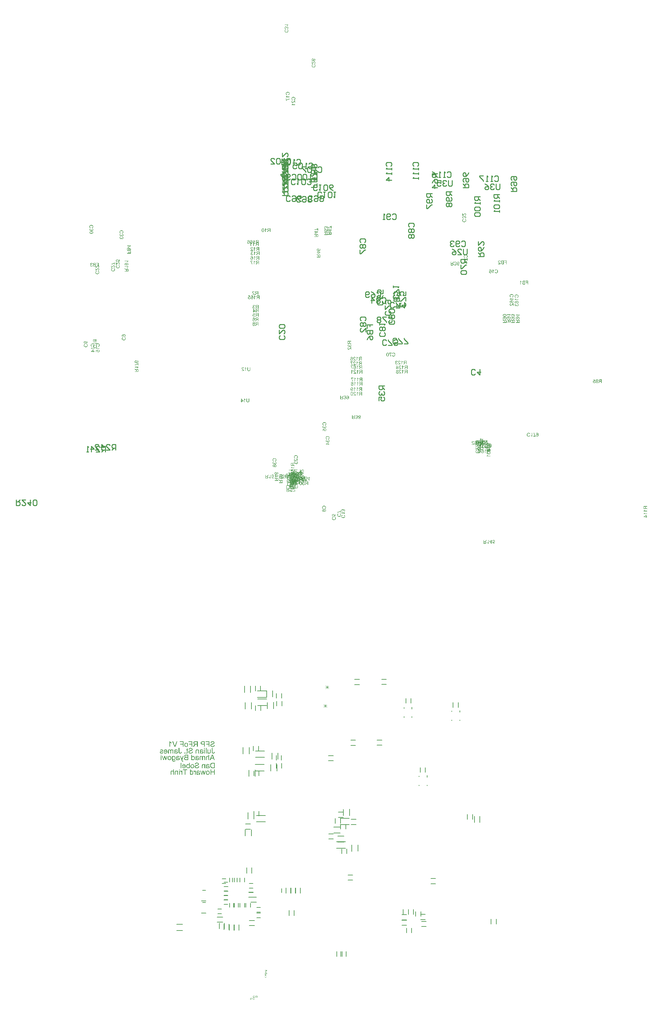
<source format=gbr>
G04*
G04 #@! TF.GenerationSoftware,Altium Limited,Altium Designer,24.2.2 (26)*
G04*
G04 Layer_Color=39423*
%FSLAX25Y25*%
%MOIN*%
G70*
G04*
G04 #@! TF.SameCoordinates,83FD6BF8-7FB9-4712-9294-79CC625926FD*
G04*
G04*
G04 #@! TF.FilePolarity,Positive*
G04*
G01*
G75*
%ADD12C,0.00787*%
%ADD14C,0.01000*%
%ADD15C,0.00300*%
G36*
X34921Y-153377D02*
X35013Y-153511D01*
X35121Y-153644D01*
X35221Y-153761D01*
X35321Y-153860D01*
X35396Y-153944D01*
X35429Y-153969D01*
X35454Y-153994D01*
X35463Y-154002D01*
X35471Y-154010D01*
X35646Y-154152D01*
X35821Y-154285D01*
X35987Y-154402D01*
X36154Y-154493D01*
X36296Y-154577D01*
X36354Y-154610D01*
X36404Y-154635D01*
X36446Y-154660D01*
X36479Y-154668D01*
X36496Y-154685D01*
X36504D01*
Y-155368D01*
X36379Y-155318D01*
X36254Y-155260D01*
X36129Y-155202D01*
X36013Y-155143D01*
X35912Y-155093D01*
X35829Y-155052D01*
X35779Y-155018D01*
X35771Y-155010D01*
X35763D01*
X35613Y-154918D01*
X35479Y-154827D01*
X35363Y-154743D01*
X35271Y-154668D01*
X35188Y-154610D01*
X35138Y-154560D01*
X35096Y-154527D01*
X35088Y-154518D01*
Y-159025D01*
X34380D01*
Y-153236D01*
X34838D01*
X34921Y-153377D01*
D02*
G37*
G36*
X40494Y-159025D02*
X39694D01*
X37445Y-153261D01*
X38220D01*
X39786Y-157451D01*
X39853Y-157626D01*
X39911Y-157792D01*
X39961Y-157950D01*
X40003Y-158092D01*
X40044Y-158217D01*
X40069Y-158309D01*
X40078Y-158342D01*
X40086Y-158367D01*
X40094Y-158384D01*
Y-158392D01*
X40194Y-158059D01*
X40244Y-157901D01*
X40294Y-157759D01*
X40336Y-157634D01*
X40352Y-157584D01*
X40361Y-157534D01*
X40377Y-157501D01*
X40386Y-157476D01*
X40394Y-157459D01*
Y-157451D01*
X41894Y-153261D01*
X42726D01*
X40494Y-159025D01*
D02*
G37*
G36*
X77013D02*
X76246D01*
Y-156409D01*
X73539D01*
Y-155726D01*
X76246D01*
Y-153944D01*
X73114D01*
Y-153261D01*
X77013D01*
Y-159025D01*
D02*
G37*
G36*
X72123D02*
X71357D01*
Y-156684D01*
X69882D01*
X69666Y-156676D01*
X69458Y-156659D01*
X69274Y-156634D01*
X69108Y-156601D01*
X68949Y-156568D01*
X68816Y-156526D01*
X68691Y-156476D01*
X68583Y-156426D01*
X68491Y-156384D01*
X68408Y-156334D01*
X68341Y-156293D01*
X68291Y-156251D01*
X68250Y-156226D01*
X68225Y-156201D01*
X68208Y-156184D01*
X68200Y-156176D01*
X68116Y-156076D01*
X68041Y-155976D01*
X67983Y-155876D01*
X67925Y-155768D01*
X67875Y-155660D01*
X67841Y-155560D01*
X67783Y-155368D01*
X67766Y-155277D01*
X67750Y-155193D01*
X67742Y-155118D01*
X67733Y-155060D01*
X67725Y-155002D01*
Y-154968D01*
Y-154943D01*
Y-154935D01*
X67733Y-154777D01*
X67750Y-154627D01*
X67783Y-154493D01*
X67808Y-154377D01*
X67841Y-154277D01*
X67875Y-154202D01*
X67891Y-154160D01*
X67900Y-154144D01*
X67966Y-154019D01*
X68050Y-153910D01*
X68125Y-153811D01*
X68200Y-153735D01*
X68266Y-153677D01*
X68316Y-153627D01*
X68350Y-153602D01*
X68366Y-153594D01*
X68475Y-153527D01*
X68599Y-153469D01*
X68716Y-153419D01*
X68824Y-153377D01*
X68924Y-153352D01*
X68999Y-153336D01*
X69058Y-153319D01*
X69074D01*
X69199Y-153302D01*
X69341Y-153286D01*
X69491Y-153277D01*
X69632Y-153269D01*
X69757Y-153261D01*
X72123D01*
Y-159025D01*
D02*
G37*
G36*
X64501D02*
X63735D01*
Y-156468D01*
X62752D01*
X62660Y-156476D01*
X62594D01*
X62535Y-156484D01*
X62494Y-156493D01*
X62460D01*
X62444Y-156501D01*
X62435D01*
X62302Y-156543D01*
X62244Y-156568D01*
X62194Y-156593D01*
X62144Y-156618D01*
X62110Y-156634D01*
X62094Y-156643D01*
X62085Y-156651D01*
X62019Y-156701D01*
X61952Y-156759D01*
X61827Y-156884D01*
X61769Y-156942D01*
X61727Y-156992D01*
X61702Y-157026D01*
X61694Y-157034D01*
X61611Y-157151D01*
X61519Y-157276D01*
X61427Y-157409D01*
X61336Y-157534D01*
X61261Y-157651D01*
X61202Y-157742D01*
X61177Y-157775D01*
X61161Y-157800D01*
X61144Y-157817D01*
Y-157826D01*
X60386Y-159025D01*
X59437D01*
X60428Y-157459D01*
X60544Y-157292D01*
X60653Y-157142D01*
X60761Y-157018D01*
X60853Y-156901D01*
X60936Y-156818D01*
X61002Y-156751D01*
X61044Y-156709D01*
X61061Y-156693D01*
X61128Y-156643D01*
X61202Y-156584D01*
X61352Y-156493D01*
X61419Y-156459D01*
X61469Y-156426D01*
X61502Y-156409D01*
X61519Y-156401D01*
X61369Y-156376D01*
X61227Y-156351D01*
X61102Y-156309D01*
X60978Y-156276D01*
X60869Y-156235D01*
X60769Y-156184D01*
X60678Y-156143D01*
X60594Y-156101D01*
X60528Y-156051D01*
X60461Y-156010D01*
X60411Y-155976D01*
X60369Y-155943D01*
X60336Y-155918D01*
X60311Y-155893D01*
X60303Y-155885D01*
X60295Y-155876D01*
X60228Y-155793D01*
X60161Y-155710D01*
X60061Y-155535D01*
X59995Y-155360D01*
X59945Y-155193D01*
X59911Y-155052D01*
X59903Y-154993D01*
Y-154935D01*
X59895Y-154893D01*
Y-154860D01*
Y-154843D01*
Y-154835D01*
X59903Y-154660D01*
X59928Y-154502D01*
X59970Y-154352D01*
X60011Y-154227D01*
X60061Y-154119D01*
X60094Y-154035D01*
X60128Y-153985D01*
X60136Y-153977D01*
Y-153969D01*
X60236Y-153835D01*
X60336Y-153719D01*
X60444Y-153619D01*
X60544Y-153544D01*
X60636Y-153486D01*
X60711Y-153452D01*
X60761Y-153427D01*
X60769Y-153419D01*
X60778D01*
X60853Y-153394D01*
X60944Y-153369D01*
X61128Y-153327D01*
X61327Y-153302D01*
X61511Y-153277D01*
X61686Y-153269D01*
X61760D01*
X61827Y-153261D01*
X64501D01*
Y-159025D01*
D02*
G37*
G36*
X58662D02*
X57895D01*
Y-156409D01*
X55188D01*
Y-155726D01*
X57895D01*
Y-153944D01*
X54763D01*
Y-153261D01*
X58662D01*
Y-159025D01*
D02*
G37*
G36*
X49257D02*
X48491D01*
Y-156409D01*
X45784D01*
Y-155726D01*
X48491D01*
Y-153944D01*
X45359D01*
Y-153261D01*
X49257D01*
Y-159025D01*
D02*
G37*
G36*
X52314Y-154760D02*
X52448Y-154768D01*
X52706Y-154827D01*
X52931Y-154902D01*
X53031Y-154943D01*
X53122Y-154985D01*
X53206Y-155027D01*
X53272Y-155068D01*
X53339Y-155110D01*
X53389Y-155143D01*
X53430Y-155177D01*
X53464Y-155202D01*
X53480Y-155210D01*
X53489Y-155218D01*
X53606Y-155326D01*
X53697Y-155452D01*
X53789Y-155585D01*
X53855Y-155718D01*
X53922Y-155860D01*
X53972Y-156010D01*
X54014Y-156151D01*
X54047Y-156284D01*
X54080Y-156418D01*
X54097Y-156534D01*
X54114Y-156651D01*
X54122Y-156743D01*
Y-156826D01*
X54130Y-156884D01*
Y-156918D01*
Y-156934D01*
X54122Y-157126D01*
X54105Y-157309D01*
X54080Y-157476D01*
X54047Y-157634D01*
X54005Y-157775D01*
X53964Y-157909D01*
X53914Y-158034D01*
X53864Y-158142D01*
X53814Y-158242D01*
X53764Y-158325D01*
X53722Y-158392D01*
X53680Y-158450D01*
X53647Y-158500D01*
X53622Y-158534D01*
X53606Y-158550D01*
X53597Y-158559D01*
X53489Y-158659D01*
X53381Y-158742D01*
X53264Y-158817D01*
X53147Y-158883D01*
X53031Y-158933D01*
X52906Y-158983D01*
X52681Y-159050D01*
X52581Y-159067D01*
X52481Y-159083D01*
X52398Y-159100D01*
X52323Y-159108D01*
X52256Y-159117D01*
X52173D01*
X51973Y-159108D01*
X51789Y-159075D01*
X51615Y-159033D01*
X51473Y-158992D01*
X51348Y-158942D01*
X51298Y-158925D01*
X51256Y-158908D01*
X51215Y-158892D01*
X51190Y-158875D01*
X51181Y-158867D01*
X51173D01*
X51007Y-158758D01*
X50865Y-158642D01*
X50740Y-158525D01*
X50640Y-158409D01*
X50565Y-158309D01*
X50507Y-158225D01*
X50490Y-158192D01*
X50473Y-158167D01*
X50465Y-158159D01*
Y-158150D01*
X50382Y-157959D01*
X50323Y-157750D01*
X50274Y-157542D01*
X50248Y-157334D01*
X50232Y-157242D01*
Y-157159D01*
X50223Y-157076D01*
X50215Y-157009D01*
Y-156951D01*
Y-156909D01*
Y-156884D01*
Y-156876D01*
X50223Y-156693D01*
X50240Y-156526D01*
X50265Y-156368D01*
X50299Y-156218D01*
X50340Y-156076D01*
X50390Y-155951D01*
X50440Y-155826D01*
X50490Y-155726D01*
X50540Y-155635D01*
X50590Y-155551D01*
X50640Y-155476D01*
X50682Y-155418D01*
X50715Y-155377D01*
X50740Y-155343D01*
X50757Y-155326D01*
X50765Y-155318D01*
X50873Y-155218D01*
X50981Y-155135D01*
X51098Y-155052D01*
X51215Y-154993D01*
X51331Y-154935D01*
X51448Y-154893D01*
X51673Y-154818D01*
X51781Y-154802D01*
X51873Y-154785D01*
X51956Y-154768D01*
X52031Y-154760D01*
X52089Y-154752D01*
X52173D01*
X52314Y-154760D01*
D02*
G37*
G36*
X80653Y-153169D02*
X80845Y-153194D01*
X81028Y-153227D01*
X81186Y-153261D01*
X81311Y-153294D01*
X81369Y-153311D01*
X81411Y-153327D01*
X81444Y-153344D01*
X81469Y-153352D01*
X81486Y-153361D01*
X81494D01*
X81661Y-153444D01*
X81811Y-153536D01*
X81936Y-153636D01*
X82036Y-153727D01*
X82111Y-153811D01*
X82169Y-153877D01*
X82211Y-153927D01*
X82219Y-153935D01*
Y-153944D01*
X82302Y-154085D01*
X82361Y-154227D01*
X82402Y-154369D01*
X82427Y-154493D01*
X82444Y-154602D01*
X82461Y-154685D01*
Y-154718D01*
Y-154743D01*
Y-154752D01*
Y-154760D01*
X82452Y-154902D01*
X82427Y-155035D01*
X82394Y-155160D01*
X82361Y-155268D01*
X82327Y-155351D01*
X82294Y-155418D01*
X82269Y-155460D01*
X82261Y-155476D01*
X82177Y-155593D01*
X82077Y-155701D01*
X81977Y-155793D01*
X81877Y-155868D01*
X81794Y-155935D01*
X81719Y-155976D01*
X81669Y-156010D01*
X81661Y-156018D01*
X81653D01*
X81586Y-156051D01*
X81511Y-156085D01*
X81344Y-156143D01*
X81153Y-156201D01*
X80970Y-156260D01*
X80803Y-156309D01*
X80728Y-156326D01*
X80661Y-156343D01*
X80611Y-156359D01*
X80570Y-156368D01*
X80545Y-156376D01*
X80536D01*
X80395Y-156409D01*
X80261Y-156443D01*
X80145Y-156476D01*
X80045Y-156501D01*
X79945Y-156526D01*
X79862Y-156551D01*
X79787Y-156568D01*
X79728Y-156593D01*
X79670Y-156609D01*
X79628Y-156618D01*
X79562Y-156643D01*
X79520Y-156651D01*
X79512Y-156659D01*
X79387Y-156709D01*
X79278Y-156768D01*
X79187Y-156826D01*
X79120Y-156876D01*
X79062Y-156926D01*
X79029Y-156959D01*
X79004Y-156984D01*
X78995Y-156992D01*
X78937Y-157068D01*
X78895Y-157151D01*
X78870Y-157234D01*
X78845Y-157301D01*
X78837Y-157367D01*
X78829Y-157417D01*
Y-157459D01*
Y-157467D01*
X78837Y-157567D01*
X78854Y-157659D01*
X78879Y-157742D01*
X78912Y-157809D01*
X78945Y-157876D01*
X78970Y-157917D01*
X78987Y-157950D01*
X78995Y-157959D01*
X79062Y-158042D01*
X79145Y-158109D01*
X79229Y-158167D01*
X79303Y-158225D01*
X79378Y-158259D01*
X79437Y-158292D01*
X79478Y-158309D01*
X79495Y-158317D01*
X79620Y-158359D01*
X79753Y-158392D01*
X79887Y-158409D01*
X80003Y-158425D01*
X80103Y-158434D01*
X80186Y-158442D01*
X80261D01*
X80445Y-158434D01*
X80611Y-158417D01*
X80761Y-158392D01*
X80895Y-158359D01*
X81003Y-158325D01*
X81086Y-158300D01*
X81111Y-158292D01*
X81136Y-158284D01*
X81144Y-158275D01*
X81153D01*
X81286Y-158209D01*
X81411Y-158134D01*
X81503Y-158059D01*
X81586Y-157984D01*
X81653Y-157925D01*
X81694Y-157867D01*
X81719Y-157834D01*
X81727Y-157826D01*
X81786Y-157717D01*
X81844Y-157601D01*
X81877Y-157476D01*
X81911Y-157367D01*
X81936Y-157259D01*
X81953Y-157184D01*
Y-157151D01*
X81961Y-157126D01*
Y-157117D01*
Y-157109D01*
X82677Y-157176D01*
X82661Y-157384D01*
X82627Y-157584D01*
X82577Y-157759D01*
X82519Y-157917D01*
X82461Y-158042D01*
X82436Y-158092D01*
X82419Y-158134D01*
X82394Y-158167D01*
X82386Y-158192D01*
X82369Y-158209D01*
Y-158217D01*
X82244Y-158375D01*
X82111Y-158517D01*
X81969Y-158633D01*
X81836Y-158733D01*
X81719Y-158809D01*
X81619Y-158858D01*
X81586Y-158875D01*
X81561Y-158892D01*
X81544Y-158900D01*
X81536D01*
X81328Y-158975D01*
X81111Y-159033D01*
X80895Y-159067D01*
X80686Y-159100D01*
X80586Y-159108D01*
X80503Y-159117D01*
X80428D01*
X80361Y-159125D01*
X80228D01*
X80003Y-159117D01*
X79795Y-159092D01*
X79603Y-159050D01*
X79445Y-159008D01*
X79312Y-158975D01*
X79254Y-158950D01*
X79204Y-158933D01*
X79170Y-158917D01*
X79145Y-158908D01*
X79129Y-158900D01*
X79120D01*
X78945Y-158809D01*
X78795Y-158709D01*
X78662Y-158600D01*
X78554Y-158500D01*
X78470Y-158417D01*
X78412Y-158342D01*
X78371Y-158292D01*
X78362Y-158284D01*
Y-158275D01*
X78271Y-158117D01*
X78204Y-157967D01*
X78162Y-157826D01*
X78129Y-157692D01*
X78112Y-157576D01*
X78096Y-157484D01*
Y-157451D01*
Y-157426D01*
Y-157417D01*
Y-157409D01*
X78104Y-157242D01*
X78129Y-157084D01*
X78171Y-156942D01*
X78212Y-156826D01*
X78262Y-156726D01*
X78296Y-156651D01*
X78329Y-156609D01*
X78337Y-156593D01*
X78437Y-156468D01*
X78554Y-156351D01*
X78679Y-156251D01*
X78804Y-156159D01*
X78912Y-156093D01*
X79004Y-156043D01*
X79037Y-156026D01*
X79062Y-156010D01*
X79079Y-156001D01*
X79087D01*
X79154Y-155968D01*
X79237Y-155943D01*
X79329Y-155910D01*
X79428Y-155876D01*
X79637Y-155818D01*
X79853Y-155760D01*
X79953Y-155735D01*
X80045Y-155710D01*
X80137Y-155685D01*
X80212Y-155668D01*
X80270Y-155651D01*
X80320Y-155643D01*
X80353Y-155635D01*
X80361D01*
X80528Y-155593D01*
X80678Y-155560D01*
X80811Y-155518D01*
X80928Y-155485D01*
X81036Y-155443D01*
X81128Y-155410D01*
X81211Y-155377D01*
X81286Y-155351D01*
X81344Y-155318D01*
X81394Y-155293D01*
X81428Y-155277D01*
X81461Y-155252D01*
X81503Y-155227D01*
X81511Y-155218D01*
X81586Y-155135D01*
X81636Y-155052D01*
X81678Y-154968D01*
X81703Y-154885D01*
X81719Y-154818D01*
X81727Y-154760D01*
Y-154727D01*
Y-154710D01*
X81711Y-154577D01*
X81678Y-154460D01*
X81628Y-154360D01*
X81569Y-154269D01*
X81519Y-154202D01*
X81469Y-154144D01*
X81436Y-154110D01*
X81419Y-154102D01*
X81353Y-154060D01*
X81286Y-154019D01*
X81128Y-153952D01*
X80961Y-153910D01*
X80795Y-153877D01*
X80645Y-153860D01*
X80578Y-153852D01*
X80528Y-153844D01*
X80411D01*
X80178Y-153852D01*
X79970Y-153885D01*
X79803Y-153935D01*
X79662Y-153985D01*
X79553Y-154035D01*
X79470Y-154085D01*
X79428Y-154119D01*
X79412Y-154127D01*
X79295Y-154244D01*
X79204Y-154369D01*
X79129Y-154502D01*
X79079Y-154635D01*
X79045Y-154760D01*
X79020Y-154852D01*
X79012Y-154893D01*
X79004Y-154918D01*
Y-154935D01*
Y-154943D01*
X78271Y-154885D01*
X78287Y-154702D01*
X78329Y-154535D01*
X78371Y-154377D01*
X78429Y-154244D01*
X78479Y-154135D01*
X78521Y-154052D01*
X78537Y-154027D01*
X78554Y-154002D01*
X78562Y-153994D01*
Y-153985D01*
X78670Y-153844D01*
X78787Y-153719D01*
X78912Y-153611D01*
X79037Y-153527D01*
X79145Y-153452D01*
X79229Y-153411D01*
X79262Y-153394D01*
X79287Y-153377D01*
X79303Y-153369D01*
X79312D01*
X79495Y-153302D01*
X79695Y-153252D01*
X79878Y-153211D01*
X80053Y-153186D01*
X80212Y-153169D01*
X80270D01*
X80328Y-153161D01*
X80436D01*
X80653Y-153169D01*
D02*
G37*
G36*
X72056Y-161186D02*
X71348D01*
Y-160378D01*
X72056D01*
Y-161186D01*
D02*
G37*
G36*
X36712Y-161877D02*
X36854Y-161902D01*
X36979Y-161927D01*
X37087Y-161960D01*
X37179Y-162002D01*
X37245Y-162027D01*
X37287Y-162052D01*
X37304Y-162060D01*
X37420Y-162136D01*
X37520Y-162219D01*
X37612Y-162302D01*
X37687Y-162385D01*
X37745Y-162452D01*
X37795Y-162510D01*
X37820Y-162544D01*
X37828Y-162560D01*
Y-161960D01*
X38462D01*
Y-166142D01*
X37753D01*
Y-163976D01*
X37745Y-163777D01*
X37737Y-163602D01*
X37720Y-163452D01*
X37695Y-163327D01*
X37670Y-163235D01*
X37653Y-163168D01*
X37645Y-163127D01*
X37637Y-163110D01*
X37587Y-163002D01*
X37529Y-162910D01*
X37470Y-162827D01*
X37412Y-162760D01*
X37354Y-162710D01*
X37312Y-162677D01*
X37279Y-162652D01*
X37270Y-162644D01*
X37170Y-162594D01*
X37079Y-162552D01*
X36979Y-162527D01*
X36895Y-162502D01*
X36829Y-162494D01*
X36770Y-162485D01*
X36721D01*
X36579Y-162494D01*
X36462Y-162519D01*
X36362Y-162560D01*
X36287Y-162602D01*
X36229Y-162652D01*
X36187Y-162685D01*
X36162Y-162719D01*
X36154Y-162727D01*
X36096Y-162827D01*
X36054Y-162935D01*
X36021Y-163052D01*
X36004Y-163168D01*
X35987Y-163268D01*
X35979Y-163360D01*
Y-163393D01*
Y-163410D01*
Y-163427D01*
Y-163435D01*
Y-166142D01*
X35271D01*
Y-163718D01*
X35254Y-163493D01*
X35221Y-163302D01*
X35179Y-163143D01*
X35121Y-163010D01*
X35071Y-162910D01*
X35021Y-162844D01*
X34988Y-162802D01*
X34980Y-162785D01*
X34863Y-162685D01*
X34738Y-162610D01*
X34613Y-162560D01*
X34496Y-162519D01*
X34396Y-162502D01*
X34313Y-162494D01*
X34280Y-162485D01*
X34238D01*
X34147Y-162494D01*
X34072Y-162502D01*
X33997Y-162519D01*
X33938Y-162544D01*
X33880Y-162569D01*
X33847Y-162585D01*
X33822Y-162594D01*
X33813Y-162602D01*
X33747Y-162652D01*
X33697Y-162702D01*
X33655Y-162752D01*
X33622Y-162802D01*
X33597Y-162844D01*
X33580Y-162877D01*
X33564Y-162902D01*
Y-162910D01*
X33538Y-162985D01*
X33522Y-163085D01*
X33514Y-163185D01*
X33505Y-163285D01*
X33497Y-163377D01*
Y-163452D01*
Y-163502D01*
Y-163510D01*
Y-163518D01*
Y-166142D01*
X32789D01*
Y-163277D01*
Y-163143D01*
X32805Y-163027D01*
X32822Y-162910D01*
X32839Y-162810D01*
X32864Y-162710D01*
X32897Y-162627D01*
X32922Y-162552D01*
X32955Y-162477D01*
X32989Y-162419D01*
X33014Y-162360D01*
X33072Y-162285D01*
X33105Y-162235D01*
X33122Y-162219D01*
X33255Y-162102D01*
X33413Y-162019D01*
X33572Y-161952D01*
X33722Y-161910D01*
X33863Y-161886D01*
X33922Y-161877D01*
X33980D01*
X34022Y-161869D01*
X34080D01*
X34230Y-161877D01*
X34363Y-161902D01*
X34496Y-161935D01*
X34621Y-161986D01*
X34738Y-162044D01*
X34846Y-162102D01*
X34938Y-162169D01*
X35030Y-162235D01*
X35113Y-162310D01*
X35179Y-162377D01*
X35238Y-162435D01*
X35288Y-162494D01*
X35329Y-162544D01*
X35354Y-162577D01*
X35371Y-162602D01*
X35379Y-162610D01*
X35429Y-162485D01*
X35496Y-162377D01*
X35571Y-162285D01*
X35638Y-162210D01*
X35704Y-162144D01*
X35754Y-162102D01*
X35788Y-162077D01*
X35804Y-162069D01*
X35921Y-162002D01*
X36046Y-161952D01*
X36171Y-161919D01*
X36296Y-161894D01*
X36396Y-161877D01*
X36487Y-161869D01*
X36562D01*
X36712Y-161877D01*
D02*
G37*
G36*
X68699D02*
X68874Y-161894D01*
X69041Y-161919D01*
X69174Y-161944D01*
X69291Y-161969D01*
X69374Y-161994D01*
X69407Y-162002D01*
X69432Y-162011D01*
X69441Y-162019D01*
X69449D01*
X69591Y-162077D01*
X69716Y-162152D01*
X69824Y-162219D01*
X69916Y-162285D01*
X69982Y-162352D01*
X70032Y-162402D01*
X70065Y-162435D01*
X70074Y-162444D01*
X70149Y-162552D01*
X70215Y-162669D01*
X70266Y-162785D01*
X70307Y-162893D01*
X70340Y-163002D01*
X70365Y-163077D01*
X70374Y-163110D01*
Y-163135D01*
X70382Y-163143D01*
Y-163152D01*
X69691Y-163243D01*
X69641Y-163093D01*
X69591Y-162960D01*
X69532Y-162852D01*
X69482Y-162768D01*
X69432Y-162702D01*
X69391Y-162660D01*
X69358Y-162635D01*
X69349Y-162627D01*
X69249Y-162569D01*
X69133Y-162527D01*
X69008Y-162494D01*
X68891Y-162477D01*
X68774Y-162460D01*
X68691Y-162452D01*
X68608D01*
X68416Y-162460D01*
X68250Y-162485D01*
X68116Y-162527D01*
X68000Y-162569D01*
X67916Y-162619D01*
X67850Y-162652D01*
X67808Y-162685D01*
X67800Y-162694D01*
X67733Y-162768D01*
X67683Y-162860D01*
X67642Y-162960D01*
X67616Y-163060D01*
X67600Y-163152D01*
X67592Y-163235D01*
Y-163285D01*
Y-163293D01*
Y-163302D01*
Y-163318D01*
Y-163352D01*
Y-163410D01*
X67600Y-163460D01*
Y-163477D01*
Y-163485D01*
X67683Y-163510D01*
X67775Y-163535D01*
X67966Y-163585D01*
X68183Y-163627D01*
X68383Y-163668D01*
X68483Y-163685D01*
X68575Y-163693D01*
X68658Y-163710D01*
X68724Y-163718D01*
X68783Y-163726D01*
X68824D01*
X68858Y-163735D01*
X68866D01*
X69016Y-163751D01*
X69141Y-163777D01*
X69249Y-163793D01*
X69332Y-163810D01*
X69399Y-163818D01*
X69449Y-163835D01*
X69482Y-163843D01*
X69491D01*
X69599Y-163876D01*
X69691Y-163910D01*
X69782Y-163951D01*
X69857Y-163985D01*
X69924Y-164018D01*
X69966Y-164051D01*
X69999Y-164068D01*
X70007Y-164076D01*
X70091Y-164135D01*
X70157Y-164201D01*
X70224Y-164268D01*
X70274Y-164335D01*
X70315Y-164393D01*
X70349Y-164443D01*
X70365Y-164476D01*
X70374Y-164485D01*
X70415Y-164576D01*
X70449Y-164676D01*
X70474Y-164768D01*
X70490Y-164859D01*
X70499Y-164934D01*
X70507Y-164993D01*
Y-165026D01*
Y-165043D01*
X70499Y-165143D01*
X70490Y-165226D01*
X70449Y-165401D01*
X70390Y-165542D01*
X70324Y-165667D01*
X70257Y-165767D01*
X70199Y-165842D01*
X70157Y-165884D01*
X70140Y-165901D01*
X69991Y-166009D01*
X69824Y-166092D01*
X69641Y-166150D01*
X69474Y-166192D01*
X69324Y-166217D01*
X69257Y-166226D01*
X69199D01*
X69149Y-166234D01*
X69083D01*
X68933Y-166226D01*
X68783Y-166209D01*
X68650Y-166192D01*
X68533Y-166167D01*
X68441Y-166142D01*
X68366Y-166117D01*
X68316Y-166109D01*
X68300Y-166101D01*
X68158Y-166042D01*
X68025Y-165967D01*
X67900Y-165884D01*
X67775Y-165809D01*
X67675Y-165734D01*
X67600Y-165676D01*
X67550Y-165634D01*
X67542Y-165617D01*
X67533D01*
X67517Y-165726D01*
X67500Y-165826D01*
X67483Y-165917D01*
X67458Y-165992D01*
X67433Y-166059D01*
X67417Y-166101D01*
X67408Y-166134D01*
X67400Y-166142D01*
X66659D01*
X66700Y-166051D01*
X66742Y-165959D01*
X66775Y-165876D01*
X66792Y-165801D01*
X66817Y-165734D01*
X66825Y-165684D01*
X66834Y-165651D01*
Y-165642D01*
X66842Y-165584D01*
X66850Y-165509D01*
Y-165426D01*
X66859Y-165334D01*
X66867Y-165126D01*
Y-164918D01*
X66875Y-164718D01*
Y-164626D01*
Y-164551D01*
Y-164485D01*
Y-164435D01*
Y-164401D01*
Y-164393D01*
Y-163443D01*
Y-163285D01*
X66883Y-163143D01*
X66892Y-163035D01*
Y-162943D01*
X66900Y-162877D01*
X66909Y-162827D01*
X66917Y-162802D01*
Y-162794D01*
X66942Y-162685D01*
X66975Y-162594D01*
X67008Y-162519D01*
X67050Y-162444D01*
X67083Y-162394D01*
X67108Y-162352D01*
X67125Y-162327D01*
X67133Y-162319D01*
X67200Y-162252D01*
X67275Y-162185D01*
X67358Y-162136D01*
X67442Y-162085D01*
X67517Y-162052D01*
X67575Y-162027D01*
X67616Y-162011D01*
X67633Y-162002D01*
X67766Y-161960D01*
X67908Y-161927D01*
X68050Y-161902D01*
X68191Y-161886D01*
X68316Y-161877D01*
X68408Y-161869D01*
X68499D01*
X68699Y-161877D01*
D02*
G37*
G36*
X41369D02*
X41544Y-161894D01*
X41710Y-161919D01*
X41844Y-161944D01*
X41960Y-161969D01*
X42043Y-161994D01*
X42077Y-162002D01*
X42102Y-162011D01*
X42110Y-162019D01*
X42118D01*
X42260Y-162077D01*
X42385Y-162152D01*
X42493Y-162219D01*
X42585Y-162285D01*
X42652Y-162352D01*
X42702Y-162402D01*
X42735Y-162435D01*
X42743Y-162444D01*
X42818Y-162552D01*
X42885Y-162669D01*
X42935Y-162785D01*
X42976Y-162893D01*
X43010Y-163002D01*
X43035Y-163077D01*
X43043Y-163110D01*
Y-163135D01*
X43051Y-163143D01*
Y-163152D01*
X42360Y-163243D01*
X42310Y-163093D01*
X42260Y-162960D01*
X42202Y-162852D01*
X42152Y-162768D01*
X42102Y-162702D01*
X42060Y-162660D01*
X42027Y-162635D01*
X42018Y-162627D01*
X41919Y-162569D01*
X41802Y-162527D01*
X41677Y-162494D01*
X41560Y-162477D01*
X41444Y-162460D01*
X41360Y-162452D01*
X41277D01*
X41085Y-162460D01*
X40919Y-162485D01*
X40786Y-162527D01*
X40669Y-162569D01*
X40586Y-162619D01*
X40519Y-162652D01*
X40477Y-162685D01*
X40469Y-162694D01*
X40402Y-162768D01*
X40352Y-162860D01*
X40311Y-162960D01*
X40286Y-163060D01*
X40269Y-163152D01*
X40261Y-163235D01*
Y-163285D01*
Y-163293D01*
Y-163302D01*
Y-163318D01*
Y-163352D01*
Y-163410D01*
X40269Y-163460D01*
Y-163477D01*
Y-163485D01*
X40352Y-163510D01*
X40444Y-163535D01*
X40636Y-163585D01*
X40852Y-163627D01*
X41052Y-163668D01*
X41152Y-163685D01*
X41244Y-163693D01*
X41327Y-163710D01*
X41394Y-163718D01*
X41452Y-163726D01*
X41494D01*
X41527Y-163735D01*
X41535D01*
X41685Y-163751D01*
X41810Y-163777D01*
X41919Y-163793D01*
X42002Y-163810D01*
X42068Y-163818D01*
X42118Y-163835D01*
X42152Y-163843D01*
X42160D01*
X42268Y-163876D01*
X42360Y-163910D01*
X42452Y-163951D01*
X42527Y-163985D01*
X42593Y-164018D01*
X42635Y-164051D01*
X42668Y-164068D01*
X42676Y-164076D01*
X42760Y-164135D01*
X42826Y-164201D01*
X42893Y-164268D01*
X42943Y-164335D01*
X42985Y-164393D01*
X43018Y-164443D01*
X43035Y-164476D01*
X43043Y-164485D01*
X43085Y-164576D01*
X43118Y-164676D01*
X43143Y-164768D01*
X43160Y-164859D01*
X43168Y-164934D01*
X43176Y-164993D01*
Y-165026D01*
Y-165043D01*
X43168Y-165143D01*
X43160Y-165226D01*
X43118Y-165401D01*
X43060Y-165542D01*
X42993Y-165667D01*
X42926Y-165767D01*
X42868Y-165842D01*
X42826Y-165884D01*
X42810Y-165901D01*
X42660Y-166009D01*
X42493Y-166092D01*
X42310Y-166150D01*
X42143Y-166192D01*
X41993Y-166217D01*
X41927Y-166226D01*
X41868D01*
X41818Y-166234D01*
X41752D01*
X41602Y-166226D01*
X41452Y-166209D01*
X41319Y-166192D01*
X41202Y-166167D01*
X41111Y-166142D01*
X41036Y-166117D01*
X40986Y-166109D01*
X40969Y-166101D01*
X40827Y-166042D01*
X40694Y-165967D01*
X40569Y-165884D01*
X40444Y-165809D01*
X40344Y-165734D01*
X40269Y-165676D01*
X40219Y-165634D01*
X40211Y-165617D01*
X40203D01*
X40186Y-165726D01*
X40169Y-165826D01*
X40152Y-165917D01*
X40128Y-165992D01*
X40102Y-166059D01*
X40086Y-166101D01*
X40078Y-166134D01*
X40069Y-166142D01*
X39328D01*
X39369Y-166051D01*
X39411Y-165959D01*
X39445Y-165876D01*
X39461Y-165801D01*
X39486Y-165734D01*
X39494Y-165684D01*
X39503Y-165651D01*
Y-165642D01*
X39511Y-165584D01*
X39519Y-165509D01*
Y-165426D01*
X39528Y-165334D01*
X39536Y-165126D01*
Y-164918D01*
X39544Y-164718D01*
Y-164626D01*
Y-164551D01*
Y-164485D01*
Y-164435D01*
Y-164401D01*
Y-164393D01*
Y-163443D01*
Y-163285D01*
X39553Y-163143D01*
X39561Y-163035D01*
Y-162943D01*
X39569Y-162877D01*
X39578Y-162827D01*
X39586Y-162802D01*
Y-162794D01*
X39611Y-162685D01*
X39644Y-162594D01*
X39678Y-162519D01*
X39719Y-162444D01*
X39753Y-162394D01*
X39778Y-162352D01*
X39794Y-162327D01*
X39803Y-162319D01*
X39869Y-162252D01*
X39944Y-162185D01*
X40028Y-162136D01*
X40111Y-162085D01*
X40186Y-162052D01*
X40244Y-162027D01*
X40286Y-162011D01*
X40303Y-162002D01*
X40436Y-161960D01*
X40577Y-161927D01*
X40719Y-161902D01*
X40861Y-161886D01*
X40986Y-161877D01*
X41077Y-161869D01*
X41169D01*
X41369Y-161877D01*
D02*
G37*
G36*
X53572Y-160928D02*
Y-161960D01*
X54097D01*
Y-162510D01*
X53572D01*
Y-164926D01*
Y-165043D01*
Y-165143D01*
X53564Y-165234D01*
X53556Y-165326D01*
Y-165401D01*
X53547Y-165468D01*
X53531Y-165576D01*
X53514Y-165659D01*
X53505Y-165717D01*
X53489Y-165751D01*
Y-165759D01*
X53456Y-165834D01*
X53406Y-165892D01*
X53356Y-165951D01*
X53314Y-165992D01*
X53264Y-166034D01*
X53231Y-166059D01*
X53206Y-166076D01*
X53197Y-166084D01*
X53106Y-166126D01*
X53014Y-166150D01*
X52914Y-166175D01*
X52814Y-166184D01*
X52731Y-166192D01*
X52664Y-166200D01*
X52597D01*
X52414Y-166192D01*
X52323Y-166184D01*
X52239Y-166167D01*
X52164Y-166159D01*
X52106Y-166150D01*
X52073Y-166142D01*
X52056D01*
X52148Y-165517D01*
X52214Y-165526D01*
X52281Y-165534D01*
X52339D01*
X52381Y-165542D01*
X52464D01*
X52573Y-165534D01*
X52648Y-165517D01*
X52689Y-165501D01*
X52706Y-165492D01*
X52764Y-165451D01*
X52798Y-165409D01*
X52823Y-165376D01*
X52831Y-165359D01*
X52839Y-165317D01*
X52847Y-165259D01*
X52856Y-165126D01*
X52864Y-165068D01*
Y-165018D01*
Y-164984D01*
Y-164968D01*
Y-162510D01*
X52148D01*
Y-161960D01*
X52864D01*
Y-160503D01*
X53572Y-160928D01*
D02*
G37*
G36*
X78346Y-164551D02*
Y-164709D01*
X78337Y-164851D01*
X78329Y-164959D01*
X78321Y-165059D01*
Y-165126D01*
X78312Y-165176D01*
X78304Y-165209D01*
Y-165218D01*
X78279Y-165326D01*
X78246Y-165426D01*
X78212Y-165517D01*
X78171Y-165592D01*
X78137Y-165659D01*
X78112Y-165701D01*
X78096Y-165734D01*
X78087Y-165742D01*
X78021Y-165817D01*
X77946Y-165884D01*
X77871Y-165942D01*
X77788Y-165992D01*
X77721Y-166034D01*
X77662Y-166067D01*
X77629Y-166084D01*
X77613Y-166092D01*
X77488Y-166142D01*
X77371Y-166175D01*
X77254Y-166200D01*
X77146Y-166217D01*
X77054Y-166226D01*
X76979Y-166234D01*
X76921D01*
X76771Y-166226D01*
X76621Y-166200D01*
X76488Y-166167D01*
X76355Y-166126D01*
X76238Y-166067D01*
X76130Y-166009D01*
X76030Y-165951D01*
X75938Y-165884D01*
X75855Y-165817D01*
X75788Y-165759D01*
X75730Y-165692D01*
X75680Y-165642D01*
X75638Y-165601D01*
X75613Y-165567D01*
X75597Y-165542D01*
X75588Y-165534D01*
Y-166142D01*
X74955D01*
Y-161960D01*
X75663D01*
Y-164201D01*
X75672Y-164393D01*
X75680Y-164559D01*
X75697Y-164701D01*
X75722Y-164818D01*
X75747Y-164909D01*
X75763Y-164976D01*
X75772Y-165009D01*
X75780Y-165026D01*
X75830Y-165126D01*
X75888Y-165209D01*
X75955Y-165284D01*
X76021Y-165351D01*
X76080Y-165401D01*
X76130Y-165434D01*
X76163Y-165459D01*
X76180Y-165468D01*
X76288Y-165517D01*
X76396Y-165559D01*
X76496Y-165584D01*
X76588Y-165609D01*
X76663Y-165617D01*
X76721Y-165626D01*
X76780D01*
X76896Y-165617D01*
X76996Y-165601D01*
X77088Y-165576D01*
X77163Y-165542D01*
X77229Y-165517D01*
X77271Y-165492D01*
X77304Y-165476D01*
X77313Y-165468D01*
X77388Y-165401D01*
X77446Y-165334D01*
X77496Y-165259D01*
X77538Y-165193D01*
X77562Y-165126D01*
X77579Y-165076D01*
X77596Y-165043D01*
Y-165034D01*
X77613Y-164943D01*
X77621Y-164834D01*
X77629Y-164709D01*
Y-164585D01*
X77637Y-164468D01*
Y-164376D01*
Y-164335D01*
Y-164310D01*
Y-164293D01*
Y-164285D01*
Y-161960D01*
X78346D01*
Y-164551D01*
D02*
G37*
G36*
X30190Y-161877D02*
X30340Y-161894D01*
X30481Y-161919D01*
X30615Y-161960D01*
X30740Y-162002D01*
X30856Y-162052D01*
X30964Y-162102D01*
X31056Y-162160D01*
X31148Y-162210D01*
X31223Y-162269D01*
X31289Y-162319D01*
X31339Y-162360D01*
X31381Y-162402D01*
X31414Y-162427D01*
X31431Y-162444D01*
X31439Y-162452D01*
X31531Y-162569D01*
X31614Y-162694D01*
X31689Y-162819D01*
X31756Y-162952D01*
X31806Y-163093D01*
X31848Y-163227D01*
X31914Y-163493D01*
X31939Y-163610D01*
X31956Y-163726D01*
X31964Y-163826D01*
X31973Y-163918D01*
X31981Y-163993D01*
Y-164043D01*
Y-164085D01*
Y-164093D01*
X31973Y-164276D01*
X31956Y-164451D01*
X31931Y-164618D01*
X31898Y-164768D01*
X31856Y-164909D01*
X31814Y-165043D01*
X31764Y-165159D01*
X31714Y-165268D01*
X31664Y-165359D01*
X31614Y-165443D01*
X31573Y-165509D01*
X31531Y-165567D01*
X31498Y-165617D01*
X31473Y-165651D01*
X31456Y-165667D01*
X31448Y-165676D01*
X31339Y-165776D01*
X31231Y-165859D01*
X31115Y-165934D01*
X30990Y-166001D01*
X30873Y-166051D01*
X30748Y-166101D01*
X30515Y-166167D01*
X30406Y-166184D01*
X30307Y-166200D01*
X30215Y-166217D01*
X30140Y-166226D01*
X30081Y-166234D01*
X29990D01*
X29732Y-166217D01*
X29498Y-166175D01*
X29290Y-166126D01*
X29207Y-166092D01*
X29124Y-166059D01*
X29049Y-166026D01*
X28982Y-165992D01*
X28932Y-165967D01*
X28882Y-165942D01*
X28849Y-165917D01*
X28824Y-165901D01*
X28807Y-165884D01*
X28799D01*
X28632Y-165734D01*
X28499Y-165576D01*
X28382Y-165409D01*
X28299Y-165251D01*
X28232Y-165109D01*
X28207Y-165043D01*
X28182Y-164993D01*
X28166Y-164943D01*
X28157Y-164909D01*
X28149Y-164893D01*
Y-164884D01*
X28882Y-164793D01*
X28949Y-164951D01*
X29024Y-165084D01*
X29099Y-165201D01*
X29165Y-165293D01*
X29224Y-165359D01*
X29274Y-165409D01*
X29315Y-165443D01*
X29324Y-165451D01*
X29432Y-165517D01*
X29540Y-165567D01*
X29657Y-165601D01*
X29757Y-165626D01*
X29848Y-165642D01*
X29923Y-165651D01*
X29990D01*
X30090Y-165642D01*
X30182Y-165634D01*
X30348Y-165592D01*
X30498Y-165534D01*
X30631Y-165468D01*
X30731Y-165409D01*
X30806Y-165351D01*
X30856Y-165309D01*
X30865Y-165293D01*
X30873D01*
X30990Y-165143D01*
X31081Y-164976D01*
X31148Y-164793D01*
X31198Y-164626D01*
X31223Y-164476D01*
X31239Y-164409D01*
X31248Y-164351D01*
Y-164301D01*
X31256Y-164268D01*
Y-164243D01*
Y-164235D01*
X28132D01*
X28124Y-164151D01*
Y-164093D01*
Y-164060D01*
Y-164051D01*
X28132Y-163860D01*
X28149Y-163685D01*
X28174Y-163518D01*
X28207Y-163360D01*
X28249Y-163218D01*
X28291Y-163085D01*
X28341Y-162969D01*
X28391Y-162860D01*
X28440Y-162760D01*
X28490Y-162677D01*
X28532Y-162610D01*
X28574Y-162552D01*
X28607Y-162502D01*
X28632Y-162469D01*
X28649Y-162452D01*
X28657Y-162444D01*
X28757Y-162344D01*
X28865Y-162252D01*
X28982Y-162177D01*
X29099Y-162110D01*
X29215Y-162052D01*
X29324Y-162011D01*
X29440Y-161969D01*
X29540Y-161944D01*
X29648Y-161919D01*
X29740Y-161902D01*
X29823Y-161886D01*
X29890Y-161877D01*
X29948Y-161869D01*
X30032D01*
X30190Y-161877D01*
D02*
G37*
G36*
X73864Y-166142D02*
X73156D01*
Y-160378D01*
X73864D01*
Y-166142D01*
D02*
G37*
G36*
X72056D02*
X71348D01*
Y-161960D01*
X72056D01*
Y-166142D01*
D02*
G37*
G36*
X63985Y-161877D02*
X64135Y-161902D01*
X64268Y-161935D01*
X64401Y-161977D01*
X64518Y-162027D01*
X64626Y-162085D01*
X64726Y-162152D01*
X64809Y-162210D01*
X64893Y-162277D01*
X64959Y-162344D01*
X65018Y-162402D01*
X65068Y-162452D01*
X65101Y-162494D01*
X65126Y-162527D01*
X65143Y-162552D01*
X65151Y-162560D01*
Y-161960D01*
X65784D01*
Y-166142D01*
X65076D01*
Y-163868D01*
Y-163726D01*
X65059Y-163585D01*
X65043Y-163468D01*
X65026Y-163360D01*
X65001Y-163260D01*
X64976Y-163168D01*
X64943Y-163085D01*
X64909Y-163018D01*
X64884Y-162960D01*
X64851Y-162910D01*
X64826Y-162868D01*
X64801Y-162835D01*
X64768Y-162794D01*
X64751Y-162777D01*
X64626Y-162677D01*
X64493Y-162610D01*
X64359Y-162560D01*
X64243Y-162519D01*
X64135Y-162502D01*
X64051Y-162494D01*
X64018Y-162485D01*
X63976D01*
X63876Y-162494D01*
X63776Y-162502D01*
X63693Y-162527D01*
X63626Y-162552D01*
X63568Y-162577D01*
X63518Y-162594D01*
X63493Y-162610D01*
X63485Y-162619D01*
X63410Y-162669D01*
X63343Y-162727D01*
X63293Y-162785D01*
X63252Y-162835D01*
X63227Y-162885D01*
X63202Y-162927D01*
X63185Y-162952D01*
Y-162960D01*
X63160Y-163052D01*
X63135Y-163152D01*
X63118Y-163260D01*
X63110Y-163368D01*
X63102Y-163460D01*
Y-163535D01*
Y-163593D01*
Y-163602D01*
Y-163610D01*
Y-166142D01*
X62394D01*
Y-163576D01*
Y-163402D01*
X62402Y-163260D01*
X62410Y-163143D01*
Y-163043D01*
X62419Y-162977D01*
X62427Y-162927D01*
X62435Y-162893D01*
Y-162885D01*
X62460Y-162777D01*
X62502Y-162677D01*
X62535Y-162594D01*
X62569Y-162510D01*
X62610Y-162452D01*
X62635Y-162410D01*
X62652Y-162377D01*
X62660Y-162369D01*
X62727Y-162285D01*
X62802Y-162219D01*
X62877Y-162152D01*
X62960Y-162102D01*
X63027Y-162060D01*
X63085Y-162036D01*
X63118Y-162019D01*
X63135Y-162011D01*
X63252Y-161960D01*
X63377Y-161927D01*
X63493Y-161902D01*
X63601Y-161886D01*
X63693Y-161877D01*
X63760Y-161869D01*
X63826D01*
X63985Y-161877D01*
D02*
G37*
G36*
X51248Y-166142D02*
X50440D01*
Y-165334D01*
X51248D01*
Y-166142D01*
D02*
G37*
G36*
X26125Y-161886D02*
X26225Y-161894D01*
X26316Y-161910D01*
X26391Y-161927D01*
X26450Y-161944D01*
X26483Y-161952D01*
X26500Y-161960D01*
X26600Y-161994D01*
X26691Y-162027D01*
X26766Y-162060D01*
X26833Y-162094D01*
X26883Y-162119D01*
X26916Y-162144D01*
X26941Y-162152D01*
X26950Y-162160D01*
X27033Y-162219D01*
X27099Y-162285D01*
X27158Y-162360D01*
X27208Y-162419D01*
X27249Y-162477D01*
X27274Y-162519D01*
X27291Y-162552D01*
X27299Y-162560D01*
X27341Y-162652D01*
X27374Y-162735D01*
X27391Y-162827D01*
X27408Y-162902D01*
X27416Y-162977D01*
X27424Y-163027D01*
Y-163060D01*
Y-163077D01*
X27416Y-163193D01*
X27399Y-163293D01*
X27374Y-163393D01*
X27349Y-163477D01*
X27324Y-163543D01*
X27299Y-163602D01*
X27283Y-163635D01*
X27274Y-163643D01*
X27208Y-163735D01*
X27133Y-163810D01*
X27058Y-163876D01*
X26983Y-163935D01*
X26916Y-163976D01*
X26866Y-164010D01*
X26833Y-164026D01*
X26816Y-164035D01*
X26758Y-164060D01*
X26683Y-164093D01*
X26516Y-164151D01*
X26341Y-164201D01*
X26158Y-164260D01*
X26000Y-164301D01*
X25925Y-164326D01*
X25858Y-164343D01*
X25808Y-164360D01*
X25767Y-164368D01*
X25742Y-164376D01*
X25733D01*
X25625Y-164401D01*
X25533Y-164426D01*
X25450Y-164451D01*
X25375Y-164476D01*
X25308Y-164493D01*
X25250Y-164518D01*
X25150Y-164551D01*
X25084Y-164576D01*
X25042Y-164601D01*
X25017Y-164610D01*
X25009Y-164618D01*
X24934Y-164668D01*
X24884Y-164734D01*
X24842Y-164793D01*
X24817Y-164851D01*
X24800Y-164909D01*
X24792Y-164951D01*
Y-164984D01*
Y-164993D01*
X24800Y-165093D01*
X24825Y-165176D01*
X24867Y-165259D01*
X24909Y-165326D01*
X24959Y-165384D01*
X24992Y-165426D01*
X25025Y-165451D01*
X25034Y-165459D01*
X25133Y-165526D01*
X25242Y-165567D01*
X25367Y-165601D01*
X25483Y-165626D01*
X25592Y-165642D01*
X25675Y-165651D01*
X25758D01*
X25933Y-165642D01*
X26083Y-165617D01*
X26208Y-165584D01*
X26316Y-165542D01*
X26400Y-165501D01*
X26466Y-165468D01*
X26500Y-165443D01*
X26516Y-165434D01*
X26608Y-165342D01*
X26683Y-165234D01*
X26733Y-165126D01*
X26774Y-165026D01*
X26808Y-164934D01*
X26825Y-164851D01*
X26841Y-164801D01*
Y-164793D01*
Y-164784D01*
X27541Y-164893D01*
X27483Y-165126D01*
X27408Y-165334D01*
X27316Y-165501D01*
X27224Y-165642D01*
X27141Y-165759D01*
X27066Y-165834D01*
X27016Y-165884D01*
X27008Y-165892D01*
X27000Y-165901D01*
X26916Y-165959D01*
X26825Y-166009D01*
X26625Y-166092D01*
X26416Y-166150D01*
X26216Y-166192D01*
X26125Y-166209D01*
X26041Y-166217D01*
X25958Y-166226D01*
X25892D01*
X25833Y-166234D01*
X25758D01*
X25575Y-166226D01*
X25417Y-166209D01*
X25267Y-166184D01*
X25133Y-166150D01*
X25025Y-166117D01*
X24942Y-166092D01*
X24892Y-166076D01*
X24884Y-166067D01*
X24875D01*
X24734Y-165992D01*
X24617Y-165917D01*
X24517Y-165834D01*
X24426Y-165759D01*
X24359Y-165692D01*
X24317Y-165634D01*
X24284Y-165601D01*
X24275Y-165584D01*
X24209Y-165468D01*
X24159Y-165342D01*
X24117Y-165234D01*
X24092Y-165134D01*
X24076Y-165043D01*
X24067Y-164976D01*
Y-164934D01*
Y-164918D01*
X24076Y-164784D01*
X24092Y-164668D01*
X24126Y-164568D01*
X24151Y-164476D01*
X24184Y-164401D01*
X24217Y-164351D01*
X24234Y-164318D01*
X24242Y-164310D01*
X24309Y-164226D01*
X24384Y-164151D01*
X24459Y-164085D01*
X24534Y-164035D01*
X24609Y-163993D01*
X24659Y-163968D01*
X24692Y-163951D01*
X24709Y-163943D01*
X24767Y-163918D01*
X24834Y-163893D01*
X24992Y-163835D01*
X25167Y-163777D01*
X25342Y-163726D01*
X25500Y-163677D01*
X25575Y-163660D01*
X25633Y-163643D01*
X25683Y-163627D01*
X25725Y-163618D01*
X25750Y-163610D01*
X25758D01*
X25850Y-163585D01*
X25933Y-163560D01*
X26008Y-163543D01*
X26075Y-163518D01*
X26183Y-163493D01*
X26266Y-163468D01*
X26325Y-163443D01*
X26358Y-163435D01*
X26375Y-163427D01*
X26383D01*
X26450Y-163393D01*
X26508Y-163368D01*
X26558Y-163335D01*
X26591Y-163310D01*
X26625Y-163285D01*
X26641Y-163260D01*
X26650Y-163252D01*
X26658Y-163243D01*
X26708Y-163160D01*
X26733Y-163077D01*
Y-163043D01*
X26741Y-163018D01*
Y-163002D01*
Y-162994D01*
X26733Y-162918D01*
X26708Y-162844D01*
X26675Y-162777D01*
X26633Y-162727D01*
X26600Y-162677D01*
X26566Y-162644D01*
X26541Y-162627D01*
X26533Y-162619D01*
X26441Y-162560D01*
X26333Y-162519D01*
X26216Y-162494D01*
X26108Y-162469D01*
X26000Y-162460D01*
X25917Y-162452D01*
X25833D01*
X25692Y-162460D01*
X25558Y-162477D01*
X25450Y-162510D01*
X25367Y-162544D01*
X25292Y-162577D01*
X25242Y-162610D01*
X25209Y-162627D01*
X25200Y-162635D01*
X25117Y-162710D01*
X25059Y-162794D01*
X25009Y-162877D01*
X24967Y-162952D01*
X24942Y-163027D01*
X24925Y-163085D01*
X24917Y-163118D01*
Y-163135D01*
X24226Y-163043D01*
X24259Y-162902D01*
X24292Y-162777D01*
X24334Y-162669D01*
X24375Y-162569D01*
X24417Y-162502D01*
X24451Y-162444D01*
X24467Y-162410D01*
X24475Y-162402D01*
X24550Y-162319D01*
X24634Y-162244D01*
X24725Y-162177D01*
X24817Y-162119D01*
X24900Y-162077D01*
X24967Y-162044D01*
X25009Y-162027D01*
X25017Y-162019D01*
X25025D01*
X25167Y-161969D01*
X25317Y-161935D01*
X25458Y-161902D01*
X25592Y-161886D01*
X25717Y-161877D01*
X25808Y-161869D01*
X26008D01*
X26125Y-161886D01*
D02*
G37*
G36*
X80253Y-164351D02*
Y-164526D01*
X80270Y-164676D01*
X80278Y-164801D01*
X80295Y-164901D01*
X80312Y-164976D01*
X80320Y-165034D01*
X80336Y-165068D01*
Y-165076D01*
X80370Y-165159D01*
X80411Y-165226D01*
X80461Y-165284D01*
X80503Y-165342D01*
X80553Y-165376D01*
X80586Y-165409D01*
X80611Y-165426D01*
X80620Y-165434D01*
X80703Y-165476D01*
X80786Y-165509D01*
X80870Y-165526D01*
X80945Y-165542D01*
X81020Y-165551D01*
X81069Y-165559D01*
X81120D01*
X81253Y-165551D01*
X81378Y-165517D01*
X81478Y-165484D01*
X81569Y-165434D01*
X81636Y-165392D01*
X81686Y-165351D01*
X81719Y-165326D01*
X81727Y-165317D01*
X81769Y-165268D01*
X81802Y-165209D01*
X81853Y-165076D01*
X81902Y-164926D01*
X81928Y-164776D01*
X81953Y-164635D01*
Y-164576D01*
X81961Y-164526D01*
X81969Y-164476D01*
Y-164443D01*
Y-164426D01*
Y-164418D01*
X82661Y-164518D01*
Y-164676D01*
X82652Y-164818D01*
X82627Y-164959D01*
X82610Y-165084D01*
X82577Y-165201D01*
X82544Y-165301D01*
X82511Y-165401D01*
X82477Y-165484D01*
X82436Y-165559D01*
X82402Y-165626D01*
X82369Y-165684D01*
X82336Y-165726D01*
X82311Y-165759D01*
X82294Y-165792D01*
X82286Y-165801D01*
X82277Y-165809D01*
X82194Y-165884D01*
X82111Y-165951D01*
X82019Y-166009D01*
X81919Y-166059D01*
X81727Y-166134D01*
X81544Y-166184D01*
X81369Y-166217D01*
X81303Y-166226D01*
X81236Y-166234D01*
X81186Y-166242D01*
X81111D01*
X80928Y-166234D01*
X80761Y-166209D01*
X80611Y-166175D01*
X80478Y-166134D01*
X80370Y-166101D01*
X80295Y-166067D01*
X80245Y-166042D01*
X80228Y-166034D01*
X80095Y-165951D01*
X79978Y-165851D01*
X79887Y-165751D01*
X79803Y-165659D01*
X79745Y-165567D01*
X79703Y-165501D01*
X79678Y-165451D01*
X79670Y-165443D01*
Y-165434D01*
X79612Y-165268D01*
X79562Y-165093D01*
X79528Y-164901D01*
X79512Y-164718D01*
X79495Y-164559D01*
Y-164493D01*
X79487Y-164426D01*
Y-164376D01*
Y-164343D01*
Y-164318D01*
Y-164310D01*
Y-160378D01*
X80253D01*
Y-164351D01*
D02*
G37*
G36*
X57204Y-160286D02*
X57396Y-160311D01*
X57579Y-160345D01*
X57737Y-160378D01*
X57862Y-160411D01*
X57920Y-160428D01*
X57962Y-160444D01*
X57995Y-160461D01*
X58020Y-160469D01*
X58037Y-160478D01*
X58045D01*
X58212Y-160561D01*
X58362Y-160653D01*
X58487Y-160753D01*
X58587Y-160844D01*
X58662Y-160928D01*
X58720Y-160994D01*
X58762Y-161044D01*
X58770Y-161053D01*
Y-161061D01*
X58853Y-161203D01*
X58912Y-161344D01*
X58953Y-161486D01*
X58978Y-161611D01*
X58995Y-161719D01*
X59012Y-161802D01*
Y-161836D01*
Y-161861D01*
Y-161869D01*
Y-161877D01*
X59003Y-162019D01*
X58978Y-162152D01*
X58945Y-162277D01*
X58912Y-162385D01*
X58878Y-162469D01*
X58845Y-162535D01*
X58820Y-162577D01*
X58812Y-162594D01*
X58728Y-162710D01*
X58628Y-162819D01*
X58529Y-162910D01*
X58429Y-162985D01*
X58345Y-163052D01*
X58270Y-163093D01*
X58220Y-163127D01*
X58212Y-163135D01*
X58204D01*
X58137Y-163168D01*
X58062Y-163202D01*
X57895Y-163260D01*
X57704Y-163318D01*
X57521Y-163377D01*
X57354Y-163427D01*
X57279Y-163443D01*
X57212Y-163460D01*
X57162Y-163477D01*
X57121Y-163485D01*
X57096Y-163493D01*
X57087D01*
X56946Y-163527D01*
X56813Y-163560D01*
X56696Y-163593D01*
X56596Y-163618D01*
X56496Y-163643D01*
X56413Y-163668D01*
X56338Y-163685D01*
X56279Y-163710D01*
X56221Y-163726D01*
X56179Y-163735D01*
X56113Y-163760D01*
X56071Y-163768D01*
X56063Y-163777D01*
X55938Y-163826D01*
X55830Y-163885D01*
X55738Y-163943D01*
X55671Y-163993D01*
X55613Y-164043D01*
X55580Y-164076D01*
X55555Y-164101D01*
X55546Y-164110D01*
X55488Y-164185D01*
X55446Y-164268D01*
X55421Y-164351D01*
X55396Y-164418D01*
X55388Y-164485D01*
X55380Y-164534D01*
Y-164576D01*
Y-164585D01*
X55388Y-164684D01*
X55405Y-164776D01*
X55430Y-164859D01*
X55463Y-164926D01*
X55496Y-164993D01*
X55521Y-165034D01*
X55538Y-165068D01*
X55546Y-165076D01*
X55613Y-165159D01*
X55696Y-165226D01*
X55780Y-165284D01*
X55855Y-165342D01*
X55929Y-165376D01*
X55988Y-165409D01*
X56029Y-165426D01*
X56046Y-165434D01*
X56171Y-165476D01*
X56304Y-165509D01*
X56438Y-165526D01*
X56554Y-165542D01*
X56654Y-165551D01*
X56738Y-165559D01*
X56813D01*
X56996Y-165551D01*
X57162Y-165534D01*
X57312Y-165509D01*
X57446Y-165476D01*
X57554Y-165443D01*
X57637Y-165418D01*
X57662Y-165409D01*
X57687Y-165401D01*
X57696Y-165392D01*
X57704D01*
X57837Y-165326D01*
X57962Y-165251D01*
X58054Y-165176D01*
X58137Y-165101D01*
X58204Y-165043D01*
X58245Y-164984D01*
X58270Y-164951D01*
X58279Y-164943D01*
X58337Y-164834D01*
X58395Y-164718D01*
X58429Y-164593D01*
X58462Y-164485D01*
X58487Y-164376D01*
X58504Y-164301D01*
Y-164268D01*
X58512Y-164243D01*
Y-164235D01*
Y-164226D01*
X59228Y-164293D01*
X59212Y-164501D01*
X59178Y-164701D01*
X59128Y-164876D01*
X59070Y-165034D01*
X59012Y-165159D01*
X58987Y-165209D01*
X58970Y-165251D01*
X58945Y-165284D01*
X58937Y-165309D01*
X58920Y-165326D01*
Y-165334D01*
X58795Y-165492D01*
X58662Y-165634D01*
X58520Y-165751D01*
X58387Y-165851D01*
X58270Y-165926D01*
X58170Y-165976D01*
X58137Y-165992D01*
X58112Y-166009D01*
X58095Y-166017D01*
X58087D01*
X57879Y-166092D01*
X57662Y-166150D01*
X57446Y-166184D01*
X57237Y-166217D01*
X57137Y-166226D01*
X57054Y-166234D01*
X56979D01*
X56912Y-166242D01*
X56779D01*
X56554Y-166234D01*
X56346Y-166209D01*
X56154Y-166167D01*
X55996Y-166126D01*
X55863Y-166092D01*
X55805Y-166067D01*
X55755Y-166051D01*
X55721Y-166034D01*
X55696Y-166026D01*
X55680Y-166017D01*
X55671D01*
X55496Y-165926D01*
X55346Y-165826D01*
X55213Y-165717D01*
X55105Y-165617D01*
X55022Y-165534D01*
X54963Y-165459D01*
X54922Y-165409D01*
X54913Y-165401D01*
Y-165392D01*
X54822Y-165234D01*
X54755Y-165084D01*
X54713Y-164943D01*
X54680Y-164809D01*
X54663Y-164693D01*
X54647Y-164601D01*
Y-164568D01*
Y-164543D01*
Y-164534D01*
Y-164526D01*
X54655Y-164360D01*
X54680Y-164201D01*
X54722Y-164060D01*
X54763Y-163943D01*
X54813Y-163843D01*
X54847Y-163768D01*
X54880Y-163726D01*
X54888Y-163710D01*
X54988Y-163585D01*
X55105Y-163468D01*
X55230Y-163368D01*
X55355Y-163277D01*
X55463Y-163210D01*
X55555Y-163160D01*
X55588Y-163143D01*
X55613Y-163127D01*
X55630Y-163118D01*
X55638D01*
X55705Y-163085D01*
X55788Y-163060D01*
X55880Y-163027D01*
X55980Y-162994D01*
X56188Y-162935D01*
X56404Y-162877D01*
X56504Y-162852D01*
X56596Y-162827D01*
X56688Y-162802D01*
X56762Y-162785D01*
X56821Y-162768D01*
X56871Y-162760D01*
X56904Y-162752D01*
X56912D01*
X57079Y-162710D01*
X57229Y-162677D01*
X57362Y-162635D01*
X57479Y-162602D01*
X57587Y-162560D01*
X57679Y-162527D01*
X57762Y-162494D01*
X57837Y-162469D01*
X57895Y-162435D01*
X57945Y-162410D01*
X57979Y-162394D01*
X58012Y-162369D01*
X58054Y-162344D01*
X58062Y-162335D01*
X58137Y-162252D01*
X58187Y-162169D01*
X58229Y-162085D01*
X58254Y-162002D01*
X58270Y-161935D01*
X58279Y-161877D01*
Y-161844D01*
Y-161827D01*
X58262Y-161694D01*
X58229Y-161577D01*
X58179Y-161477D01*
X58120Y-161386D01*
X58070Y-161319D01*
X58020Y-161261D01*
X57987Y-161228D01*
X57970Y-161219D01*
X57904Y-161178D01*
X57837Y-161136D01*
X57679Y-161069D01*
X57512Y-161028D01*
X57346Y-160994D01*
X57196Y-160978D01*
X57129Y-160969D01*
X57079Y-160961D01*
X56963D01*
X56729Y-160969D01*
X56521Y-161003D01*
X56354Y-161053D01*
X56213Y-161102D01*
X56104Y-161153D01*
X56021Y-161203D01*
X55980Y-161236D01*
X55963Y-161244D01*
X55846Y-161361D01*
X55755Y-161486D01*
X55680Y-161619D01*
X55630Y-161752D01*
X55596Y-161877D01*
X55571Y-161969D01*
X55563Y-162011D01*
X55555Y-162036D01*
Y-162052D01*
Y-162060D01*
X54822Y-162002D01*
X54838Y-161819D01*
X54880Y-161652D01*
X54922Y-161494D01*
X54980Y-161361D01*
X55030Y-161252D01*
X55072Y-161169D01*
X55088Y-161144D01*
X55105Y-161119D01*
X55113Y-161111D01*
Y-161102D01*
X55221Y-160961D01*
X55338Y-160836D01*
X55463Y-160728D01*
X55588Y-160644D01*
X55696Y-160569D01*
X55780Y-160528D01*
X55813Y-160511D01*
X55838Y-160494D01*
X55855Y-160486D01*
X55863D01*
X56046Y-160419D01*
X56246Y-160370D01*
X56429Y-160328D01*
X56604Y-160303D01*
X56762Y-160286D01*
X56821D01*
X56879Y-160278D01*
X56988D01*
X57204Y-160286D01*
D02*
G37*
G36*
X44859Y-164351D02*
Y-164526D01*
X44876Y-164676D01*
X44884Y-164801D01*
X44901Y-164901D01*
X44917Y-164976D01*
X44926Y-165034D01*
X44942Y-165068D01*
Y-165076D01*
X44976Y-165159D01*
X45017Y-165226D01*
X45067Y-165284D01*
X45109Y-165342D01*
X45159Y-165376D01*
X45192Y-165409D01*
X45217Y-165426D01*
X45226Y-165434D01*
X45309Y-165476D01*
X45392Y-165509D01*
X45475Y-165526D01*
X45550Y-165542D01*
X45625Y-165551D01*
X45675Y-165559D01*
X45725D01*
X45859Y-165551D01*
X45983Y-165517D01*
X46084Y-165484D01*
X46175Y-165434D01*
X46242Y-165392D01*
X46292Y-165351D01*
X46325Y-165326D01*
X46333Y-165317D01*
X46375Y-165268D01*
X46408Y-165209D01*
X46458Y-165076D01*
X46508Y-164926D01*
X46533Y-164776D01*
X46558Y-164635D01*
Y-164576D01*
X46567Y-164526D01*
X46575Y-164476D01*
Y-164443D01*
Y-164426D01*
Y-164418D01*
X47266Y-164518D01*
Y-164676D01*
X47258Y-164818D01*
X47233Y-164959D01*
X47216Y-165084D01*
X47183Y-165201D01*
X47150Y-165301D01*
X47116Y-165401D01*
X47083Y-165484D01*
X47041Y-165559D01*
X47008Y-165626D01*
X46975Y-165684D01*
X46942Y-165726D01*
X46916Y-165759D01*
X46900Y-165792D01*
X46891Y-165801D01*
X46883Y-165809D01*
X46800Y-165884D01*
X46717Y-165951D01*
X46625Y-166009D01*
X46525Y-166059D01*
X46333Y-166134D01*
X46150Y-166184D01*
X45975Y-166217D01*
X45909Y-166226D01*
X45842Y-166234D01*
X45792Y-166242D01*
X45717D01*
X45534Y-166234D01*
X45367Y-166209D01*
X45217Y-166175D01*
X45084Y-166134D01*
X44976Y-166101D01*
X44901Y-166067D01*
X44851Y-166042D01*
X44834Y-166034D01*
X44701Y-165951D01*
X44584Y-165851D01*
X44493Y-165751D01*
X44409Y-165659D01*
X44351Y-165567D01*
X44309Y-165501D01*
X44284Y-165451D01*
X44276Y-165443D01*
Y-165434D01*
X44218Y-165268D01*
X44168Y-165093D01*
X44134Y-164901D01*
X44118Y-164718D01*
X44101Y-164559D01*
Y-164493D01*
X44093Y-164426D01*
Y-164376D01*
Y-164343D01*
Y-164318D01*
Y-164310D01*
Y-160378D01*
X44859D01*
Y-164351D01*
D02*
G37*
G36*
X25700Y-168203D02*
X24992D01*
Y-167395D01*
X25700D01*
Y-168203D01*
D02*
G37*
G36*
X76763Y-173159D02*
X76055D01*
Y-170877D01*
X76047Y-170702D01*
X76038Y-170552D01*
X76021Y-170419D01*
X75997Y-170310D01*
X75972Y-170227D01*
X75955Y-170161D01*
X75946Y-170127D01*
X75938Y-170111D01*
X75888Y-170011D01*
X75830Y-169919D01*
X75763Y-169844D01*
X75697Y-169777D01*
X75638Y-169727D01*
X75588Y-169694D01*
X75555Y-169669D01*
X75547Y-169661D01*
X75438Y-169603D01*
X75338Y-169561D01*
X75239Y-169536D01*
X75155Y-169511D01*
X75072Y-169502D01*
X75014Y-169494D01*
X74964D01*
X74814Y-169502D01*
X74680Y-169536D01*
X74572Y-169569D01*
X74480Y-169619D01*
X74405Y-169661D01*
X74356Y-169702D01*
X74322Y-169736D01*
X74314Y-169744D01*
X74239Y-169844D01*
X74181Y-169969D01*
X74139Y-170094D01*
X74106Y-170219D01*
X74089Y-170335D01*
X74081Y-170427D01*
Y-170460D01*
Y-170485D01*
Y-170502D01*
Y-170510D01*
Y-173159D01*
X73373D01*
Y-170519D01*
X73381Y-170302D01*
X73398Y-170111D01*
X73422Y-169952D01*
X73448Y-169819D01*
X73472Y-169711D01*
X73497Y-169636D01*
X73514Y-169594D01*
X73523Y-169578D01*
X73589Y-169461D01*
X73664Y-169361D01*
X73747Y-169278D01*
X73822Y-169203D01*
X73897Y-169144D01*
X73956Y-169103D01*
X73997Y-169078D01*
X74014Y-169069D01*
X74147Y-169011D01*
X74281Y-168961D01*
X74414Y-168928D01*
X74539Y-168911D01*
X74647Y-168894D01*
X74739Y-168886D01*
X74814D01*
X74947Y-168894D01*
X75080Y-168911D01*
X75205Y-168936D01*
X75322Y-168978D01*
X75538Y-169069D01*
X75630Y-169119D01*
X75713Y-169169D01*
X75788Y-169228D01*
X75863Y-169278D01*
X75921Y-169328D01*
X75963Y-169369D01*
X76005Y-169411D01*
X76030Y-169436D01*
X76047Y-169453D01*
X76055Y-169461D01*
Y-167395D01*
X76763D01*
Y-173159D01*
D02*
G37*
G36*
X39145Y-168894D02*
X39328Y-168928D01*
X39494Y-168978D01*
X39636Y-169028D01*
X39753Y-169078D01*
X39836Y-169128D01*
X39869Y-169144D01*
X39894Y-169161D01*
X39903Y-169169D01*
X39911D01*
X40053Y-169278D01*
X40178Y-169411D01*
X40286Y-169536D01*
X40377Y-169661D01*
X40444Y-169777D01*
X40494Y-169869D01*
X40511Y-169902D01*
X40527Y-169927D01*
X40536Y-169944D01*
Y-169952D01*
X40611Y-170144D01*
X40661Y-170335D01*
X40702Y-170519D01*
X40727Y-170685D01*
X40744Y-170835D01*
Y-170894D01*
X40752Y-170952D01*
Y-170994D01*
Y-171027D01*
Y-171044D01*
Y-171052D01*
X40744Y-171210D01*
X40736Y-171368D01*
X40677Y-171652D01*
X40644Y-171785D01*
X40602Y-171902D01*
X40561Y-172018D01*
X40519Y-172118D01*
X40477Y-172218D01*
X40436Y-172301D01*
X40394Y-172368D01*
X40361Y-172435D01*
X40327Y-172476D01*
X40303Y-172518D01*
X40294Y-172535D01*
X40286Y-172543D01*
X40194Y-172651D01*
X40094Y-172743D01*
X39986Y-172826D01*
X39878Y-172901D01*
X39761Y-172959D01*
X39653Y-173009D01*
X39544Y-173051D01*
X39436Y-173084D01*
X39336Y-173109D01*
X39244Y-173126D01*
X39161Y-173143D01*
X39086Y-173151D01*
X39028D01*
X38986Y-173159D01*
X38945D01*
X38820Y-173151D01*
X38695Y-173134D01*
X38578Y-173109D01*
X38470Y-173076D01*
X38278Y-172984D01*
X38103Y-172885D01*
X38037Y-172835D01*
X37970Y-172784D01*
X37912Y-172734D01*
X37870Y-172693D01*
X37837Y-172660D01*
X37812Y-172635D01*
X37795Y-172618D01*
X37787Y-172610D01*
Y-172734D01*
Y-172843D01*
X37795Y-172951D01*
Y-173043D01*
Y-173126D01*
X37804Y-173201D01*
Y-173268D01*
X37812Y-173326D01*
X37820Y-173409D01*
X37828Y-173476D01*
X37837Y-173509D01*
Y-173518D01*
X37878Y-173643D01*
X37937Y-173751D01*
X37995Y-173842D01*
X38053Y-173926D01*
X38112Y-173984D01*
X38162Y-174034D01*
X38195Y-174059D01*
X38203Y-174067D01*
X38312Y-174134D01*
X38436Y-174184D01*
X38561Y-174217D01*
X38678Y-174242D01*
X38795Y-174259D01*
X38878Y-174267D01*
X38961D01*
X39120Y-174259D01*
X39270Y-174234D01*
X39395Y-174201D01*
X39494Y-174159D01*
X39578Y-174126D01*
X39636Y-174092D01*
X39669Y-174067D01*
X39686Y-174059D01*
X39753Y-174001D01*
X39803Y-173926D01*
X39844Y-173851D01*
X39878Y-173776D01*
X39894Y-173701D01*
X39911Y-173643D01*
X39919Y-173609D01*
Y-173592D01*
X40611Y-173501D01*
Y-173626D01*
X40594Y-173734D01*
X40577Y-173842D01*
X40552Y-173942D01*
X40477Y-174117D01*
X40394Y-174259D01*
X40311Y-174367D01*
X40244Y-174442D01*
X40186Y-174492D01*
X40178Y-174501D01*
X40169Y-174509D01*
X39986Y-174626D01*
X39786Y-174709D01*
X39586Y-174767D01*
X39395Y-174809D01*
X39303Y-174825D01*
X39220Y-174834D01*
X39153Y-174842D01*
X39086D01*
X39036Y-174850D01*
X38961D01*
X38736Y-174842D01*
X38528Y-174809D01*
X38345Y-174775D01*
X38195Y-174725D01*
X38070Y-174684D01*
X38020Y-174667D01*
X37978Y-174642D01*
X37945Y-174634D01*
X37920Y-174617D01*
X37912Y-174609D01*
X37903D01*
X37753Y-174517D01*
X37620Y-174409D01*
X37512Y-174301D01*
X37420Y-174201D01*
X37354Y-174109D01*
X37312Y-174034D01*
X37279Y-173984D01*
X37270Y-173976D01*
Y-173967D01*
X37237Y-173884D01*
X37204Y-173793D01*
X37179Y-173693D01*
X37154Y-173584D01*
X37120Y-173351D01*
X37095Y-173126D01*
X37087Y-173018D01*
X37079Y-172918D01*
Y-172826D01*
X37070Y-172751D01*
Y-172685D01*
Y-172635D01*
Y-172601D01*
Y-172593D01*
Y-168978D01*
X37720D01*
Y-169494D01*
X37812Y-169386D01*
X37912Y-169294D01*
X38012Y-169211D01*
X38112Y-169144D01*
X38220Y-169086D01*
X38320Y-169036D01*
X38420Y-168994D01*
X38511Y-168961D01*
X38603Y-168936D01*
X38686Y-168919D01*
X38761Y-168903D01*
X38820Y-168894D01*
X38870Y-168886D01*
X38945D01*
X39145Y-168894D01*
D02*
G37*
G36*
X70540D02*
X70682Y-168919D01*
X70807Y-168944D01*
X70915Y-168978D01*
X71007Y-169019D01*
X71074Y-169044D01*
X71115Y-169069D01*
X71132Y-169078D01*
X71248Y-169153D01*
X71348Y-169236D01*
X71440Y-169319D01*
X71515Y-169403D01*
X71573Y-169469D01*
X71623Y-169527D01*
X71648Y-169561D01*
X71657Y-169578D01*
Y-168978D01*
X72290D01*
Y-173159D01*
X71582D01*
Y-170994D01*
X71573Y-170794D01*
X71565Y-170619D01*
X71548Y-170469D01*
X71523Y-170344D01*
X71498Y-170252D01*
X71482Y-170186D01*
X71473Y-170144D01*
X71465Y-170127D01*
X71415Y-170019D01*
X71357Y-169927D01*
X71298Y-169844D01*
X71240Y-169777D01*
X71182Y-169727D01*
X71140Y-169694D01*
X71107Y-169669D01*
X71099Y-169661D01*
X70999Y-169611D01*
X70907Y-169569D01*
X70807Y-169544D01*
X70724Y-169519D01*
X70657Y-169511D01*
X70599Y-169502D01*
X70549D01*
X70407Y-169511D01*
X70290Y-169536D01*
X70191Y-169578D01*
X70116Y-169619D01*
X70057Y-169669D01*
X70016Y-169702D01*
X69991Y-169736D01*
X69982Y-169744D01*
X69924Y-169844D01*
X69882Y-169952D01*
X69849Y-170069D01*
X69832Y-170186D01*
X69816Y-170285D01*
X69807Y-170377D01*
Y-170411D01*
Y-170427D01*
Y-170444D01*
Y-170452D01*
Y-173159D01*
X69099D01*
Y-170735D01*
X69083Y-170510D01*
X69049Y-170319D01*
X69008Y-170161D01*
X68949Y-170027D01*
X68899Y-169927D01*
X68849Y-169861D01*
X68816Y-169819D01*
X68808Y-169802D01*
X68691Y-169702D01*
X68566Y-169627D01*
X68441Y-169578D01*
X68325Y-169536D01*
X68225Y-169519D01*
X68141Y-169511D01*
X68108Y-169502D01*
X68066D01*
X67975Y-169511D01*
X67900Y-169519D01*
X67825Y-169536D01*
X67766Y-169561D01*
X67708Y-169586D01*
X67675Y-169603D01*
X67650Y-169611D01*
X67642Y-169619D01*
X67575Y-169669D01*
X67525Y-169719D01*
X67483Y-169769D01*
X67450Y-169819D01*
X67425Y-169861D01*
X67408Y-169894D01*
X67392Y-169919D01*
Y-169927D01*
X67367Y-170002D01*
X67350Y-170102D01*
X67342Y-170202D01*
X67333Y-170302D01*
X67325Y-170394D01*
Y-170469D01*
Y-170519D01*
Y-170527D01*
Y-170535D01*
Y-173159D01*
X66617D01*
Y-170294D01*
Y-170161D01*
X66634Y-170044D01*
X66650Y-169927D01*
X66667Y-169827D01*
X66692Y-169727D01*
X66725Y-169644D01*
X66750Y-169569D01*
X66783Y-169494D01*
X66817Y-169436D01*
X66842Y-169378D01*
X66900Y-169303D01*
X66934Y-169253D01*
X66950Y-169236D01*
X67083Y-169119D01*
X67242Y-169036D01*
X67400Y-168969D01*
X67550Y-168928D01*
X67691Y-168903D01*
X67750Y-168894D01*
X67808D01*
X67850Y-168886D01*
X67908D01*
X68058Y-168894D01*
X68191Y-168919D01*
X68325Y-168953D01*
X68449Y-169003D01*
X68566Y-169061D01*
X68674Y-169119D01*
X68766Y-169186D01*
X68858Y-169253D01*
X68941Y-169328D01*
X69008Y-169394D01*
X69066Y-169453D01*
X69116Y-169511D01*
X69158Y-169561D01*
X69183Y-169594D01*
X69199Y-169619D01*
X69208Y-169627D01*
X69257Y-169502D01*
X69324Y-169394D01*
X69399Y-169303D01*
X69466Y-169228D01*
X69532Y-169161D01*
X69582Y-169119D01*
X69616Y-169094D01*
X69632Y-169086D01*
X69749Y-169019D01*
X69874Y-168969D01*
X69999Y-168936D01*
X70124Y-168911D01*
X70224Y-168894D01*
X70315Y-168886D01*
X70390D01*
X70540Y-168894D01*
D02*
G37*
G36*
X64001D02*
X64176Y-168911D01*
X64343Y-168936D01*
X64476Y-168961D01*
X64593Y-168986D01*
X64676Y-169011D01*
X64709Y-169019D01*
X64734Y-169028D01*
X64743Y-169036D01*
X64751D01*
X64893Y-169094D01*
X65018Y-169169D01*
X65126Y-169236D01*
X65218Y-169303D01*
X65284Y-169369D01*
X65334Y-169419D01*
X65367Y-169453D01*
X65376Y-169461D01*
X65451Y-169569D01*
X65517Y-169686D01*
X65567Y-169802D01*
X65609Y-169911D01*
X65642Y-170019D01*
X65667Y-170094D01*
X65676Y-170127D01*
Y-170152D01*
X65684Y-170161D01*
Y-170169D01*
X64993Y-170261D01*
X64943Y-170111D01*
X64893Y-169977D01*
X64834Y-169869D01*
X64784Y-169786D01*
X64734Y-169719D01*
X64693Y-169677D01*
X64659Y-169652D01*
X64651Y-169644D01*
X64551Y-169586D01*
X64434Y-169544D01*
X64310Y-169511D01*
X64193Y-169494D01*
X64076Y-169477D01*
X63993Y-169469D01*
X63910D01*
X63718Y-169477D01*
X63551Y-169502D01*
X63418Y-169544D01*
X63302Y-169586D01*
X63218Y-169636D01*
X63152Y-169669D01*
X63110Y-169702D01*
X63102Y-169711D01*
X63035Y-169786D01*
X62985Y-169877D01*
X62943Y-169977D01*
X62918Y-170077D01*
X62902Y-170169D01*
X62893Y-170252D01*
Y-170302D01*
Y-170310D01*
Y-170319D01*
Y-170335D01*
Y-170369D01*
Y-170427D01*
X62902Y-170477D01*
Y-170494D01*
Y-170502D01*
X62985Y-170527D01*
X63077Y-170552D01*
X63268Y-170602D01*
X63485Y-170644D01*
X63685Y-170685D01*
X63785Y-170702D01*
X63876Y-170710D01*
X63960Y-170727D01*
X64026Y-170735D01*
X64085Y-170744D01*
X64126D01*
X64160Y-170752D01*
X64168D01*
X64318Y-170769D01*
X64443Y-170794D01*
X64551Y-170810D01*
X64634Y-170827D01*
X64701Y-170835D01*
X64751Y-170852D01*
X64784Y-170860D01*
X64793D01*
X64901Y-170894D01*
X64993Y-170927D01*
X65084Y-170969D01*
X65159Y-171002D01*
X65226Y-171035D01*
X65267Y-171069D01*
X65301Y-171085D01*
X65309Y-171093D01*
X65392Y-171152D01*
X65459Y-171219D01*
X65526Y-171285D01*
X65576Y-171352D01*
X65617Y-171410D01*
X65651Y-171460D01*
X65667Y-171493D01*
X65676Y-171502D01*
X65717Y-171593D01*
X65751Y-171693D01*
X65776Y-171785D01*
X65792Y-171877D01*
X65801Y-171951D01*
X65809Y-172010D01*
Y-172043D01*
Y-172060D01*
X65801Y-172160D01*
X65792Y-172243D01*
X65751Y-172418D01*
X65692Y-172560D01*
X65626Y-172685D01*
X65559Y-172784D01*
X65501Y-172860D01*
X65459Y-172901D01*
X65442Y-172918D01*
X65293Y-173026D01*
X65126Y-173109D01*
X64943Y-173168D01*
X64776Y-173209D01*
X64626Y-173234D01*
X64559Y-173243D01*
X64501D01*
X64451Y-173251D01*
X64385D01*
X64235Y-173243D01*
X64085Y-173226D01*
X63951Y-173209D01*
X63835Y-173184D01*
X63743Y-173159D01*
X63668Y-173134D01*
X63618Y-173126D01*
X63601Y-173118D01*
X63460Y-173059D01*
X63327Y-172984D01*
X63202Y-172901D01*
X63077Y-172826D01*
X62977Y-172751D01*
X62902Y-172693D01*
X62852Y-172651D01*
X62843Y-172635D01*
X62835D01*
X62818Y-172743D01*
X62802Y-172843D01*
X62785Y-172934D01*
X62760Y-173009D01*
X62735Y-173076D01*
X62718Y-173118D01*
X62710Y-173151D01*
X62702Y-173159D01*
X61961D01*
X62002Y-173068D01*
X62044Y-172976D01*
X62077Y-172893D01*
X62094Y-172818D01*
X62119Y-172751D01*
X62127Y-172701D01*
X62135Y-172668D01*
Y-172660D01*
X62144Y-172601D01*
X62152Y-172526D01*
Y-172443D01*
X62160Y-172351D01*
X62169Y-172143D01*
Y-171935D01*
X62177Y-171735D01*
Y-171643D01*
Y-171568D01*
Y-171502D01*
Y-171452D01*
Y-171418D01*
Y-171410D01*
Y-170460D01*
Y-170302D01*
X62185Y-170161D01*
X62194Y-170052D01*
Y-169961D01*
X62202Y-169894D01*
X62210Y-169844D01*
X62219Y-169819D01*
Y-169811D01*
X62244Y-169702D01*
X62277Y-169611D01*
X62310Y-169536D01*
X62352Y-169461D01*
X62385Y-169411D01*
X62410Y-169369D01*
X62427Y-169344D01*
X62435Y-169336D01*
X62502Y-169269D01*
X62577Y-169203D01*
X62660Y-169153D01*
X62744Y-169103D01*
X62818Y-169069D01*
X62877Y-169044D01*
X62918Y-169028D01*
X62935Y-169019D01*
X63068Y-168978D01*
X63210Y-168944D01*
X63352Y-168919D01*
X63493Y-168903D01*
X63618Y-168894D01*
X63710Y-168886D01*
X63801D01*
X64001Y-168894D01*
D02*
G37*
G36*
X43393D02*
X43568Y-168911D01*
X43734Y-168936D01*
X43868Y-168961D01*
X43984Y-168986D01*
X44068Y-169011D01*
X44101Y-169019D01*
X44126Y-169028D01*
X44134Y-169036D01*
X44143D01*
X44284Y-169094D01*
X44409Y-169169D01*
X44517Y-169236D01*
X44609Y-169303D01*
X44676Y-169369D01*
X44726Y-169419D01*
X44759Y-169453D01*
X44767Y-169461D01*
X44842Y-169569D01*
X44909Y-169686D01*
X44959Y-169802D01*
X45001Y-169911D01*
X45034Y-170019D01*
X45059Y-170094D01*
X45067Y-170127D01*
Y-170152D01*
X45076Y-170161D01*
Y-170169D01*
X44384Y-170261D01*
X44334Y-170111D01*
X44284Y-169977D01*
X44226Y-169869D01*
X44176Y-169786D01*
X44126Y-169719D01*
X44084Y-169677D01*
X44051Y-169652D01*
X44043Y-169644D01*
X43943Y-169586D01*
X43826Y-169544D01*
X43701Y-169511D01*
X43584Y-169494D01*
X43468Y-169477D01*
X43385Y-169469D01*
X43301D01*
X43110Y-169477D01*
X42943Y-169502D01*
X42810Y-169544D01*
X42693Y-169586D01*
X42610Y-169636D01*
X42543Y-169669D01*
X42502Y-169702D01*
X42493Y-169711D01*
X42427Y-169786D01*
X42377Y-169877D01*
X42335Y-169977D01*
X42310Y-170077D01*
X42293Y-170169D01*
X42285Y-170252D01*
Y-170302D01*
Y-170310D01*
Y-170319D01*
Y-170335D01*
Y-170369D01*
Y-170427D01*
X42293Y-170477D01*
Y-170494D01*
Y-170502D01*
X42377Y-170527D01*
X42468Y-170552D01*
X42660Y-170602D01*
X42876Y-170644D01*
X43076Y-170685D01*
X43176Y-170702D01*
X43268Y-170710D01*
X43351Y-170727D01*
X43418Y-170735D01*
X43476Y-170744D01*
X43518D01*
X43551Y-170752D01*
X43560D01*
X43709Y-170769D01*
X43834Y-170794D01*
X43943Y-170810D01*
X44026Y-170827D01*
X44093Y-170835D01*
X44143Y-170852D01*
X44176Y-170860D01*
X44184D01*
X44293Y-170894D01*
X44384Y-170927D01*
X44476Y-170969D01*
X44551Y-171002D01*
X44617Y-171035D01*
X44659Y-171069D01*
X44692Y-171085D01*
X44701Y-171093D01*
X44784Y-171152D01*
X44851Y-171219D01*
X44917Y-171285D01*
X44967Y-171352D01*
X45009Y-171410D01*
X45042Y-171460D01*
X45059Y-171493D01*
X45067Y-171502D01*
X45109Y-171593D01*
X45142Y-171693D01*
X45167Y-171785D01*
X45184Y-171877D01*
X45192Y-171951D01*
X45200Y-172010D01*
Y-172043D01*
Y-172060D01*
X45192Y-172160D01*
X45184Y-172243D01*
X45142Y-172418D01*
X45084Y-172560D01*
X45017Y-172685D01*
X44951Y-172784D01*
X44892Y-172860D01*
X44851Y-172901D01*
X44834Y-172918D01*
X44684Y-173026D01*
X44517Y-173109D01*
X44334Y-173168D01*
X44168Y-173209D01*
X44018Y-173234D01*
X43951Y-173243D01*
X43893D01*
X43843Y-173251D01*
X43776D01*
X43626Y-173243D01*
X43476Y-173226D01*
X43343Y-173209D01*
X43226Y-173184D01*
X43135Y-173159D01*
X43060Y-173134D01*
X43010Y-173126D01*
X42993Y-173118D01*
X42851Y-173059D01*
X42718Y-172984D01*
X42593Y-172901D01*
X42468Y-172826D01*
X42368Y-172751D01*
X42293Y-172693D01*
X42243Y-172651D01*
X42235Y-172635D01*
X42227D01*
X42210Y-172743D01*
X42193Y-172843D01*
X42177Y-172934D01*
X42152Y-173009D01*
X42127Y-173076D01*
X42110Y-173118D01*
X42102Y-173151D01*
X42093Y-173159D01*
X41352D01*
X41394Y-173068D01*
X41435Y-172976D01*
X41469Y-172893D01*
X41485Y-172818D01*
X41510Y-172751D01*
X41519Y-172701D01*
X41527Y-172668D01*
Y-172660D01*
X41535Y-172601D01*
X41544Y-172526D01*
Y-172443D01*
X41552Y-172351D01*
X41560Y-172143D01*
Y-171935D01*
X41569Y-171735D01*
Y-171643D01*
Y-171568D01*
Y-171502D01*
Y-171452D01*
Y-171418D01*
Y-171410D01*
Y-170460D01*
Y-170302D01*
X41577Y-170161D01*
X41585Y-170052D01*
Y-169961D01*
X41594Y-169894D01*
X41602Y-169844D01*
X41610Y-169819D01*
Y-169811D01*
X41635Y-169702D01*
X41669Y-169611D01*
X41702Y-169536D01*
X41743Y-169461D01*
X41777Y-169411D01*
X41802Y-169369D01*
X41818Y-169344D01*
X41827Y-169336D01*
X41894Y-169269D01*
X41969Y-169203D01*
X42052Y-169153D01*
X42135Y-169103D01*
X42210Y-169069D01*
X42268Y-169044D01*
X42310Y-169028D01*
X42327Y-169019D01*
X42460Y-168978D01*
X42601Y-168944D01*
X42743Y-168919D01*
X42885Y-168903D01*
X43010Y-168894D01*
X43101Y-168886D01*
X43193D01*
X43393Y-168894D01*
D02*
G37*
G36*
X30765Y-173159D02*
X30015D01*
X29174Y-169944D01*
X29007Y-170660D01*
X28341Y-173159D01*
X27616D01*
X26300Y-168978D01*
X26991D01*
X27707Y-171402D01*
X27949Y-172210D01*
X28157Y-171410D01*
X28782Y-168978D01*
X29507D01*
X30173Y-171435D01*
X30207Y-171577D01*
X30240Y-171702D01*
X30265Y-171810D01*
X30290Y-171902D01*
X30315Y-171985D01*
X30332Y-172052D01*
X30348Y-172110D01*
X30356Y-172160D01*
X30365Y-172201D01*
X30373Y-172226D01*
X30381Y-172268D01*
X30390Y-172285D01*
Y-172293D01*
X30623Y-171393D01*
X31289Y-168978D01*
X32031D01*
X30765Y-173159D01*
D02*
G37*
G36*
X47816D02*
X47849Y-173234D01*
X47866Y-173293D01*
X47883Y-173326D01*
Y-173334D01*
X47933Y-173476D01*
X47983Y-173592D01*
X48016Y-173693D01*
X48049Y-173759D01*
X48066Y-173809D01*
X48083Y-173842D01*
X48099Y-173859D01*
Y-173867D01*
X48166Y-173959D01*
X48241Y-174026D01*
X48274Y-174051D01*
X48299Y-174067D01*
X48316Y-174084D01*
X48324D01*
X48383Y-174109D01*
X48441Y-174134D01*
X48566Y-174159D01*
X48616D01*
X48658Y-174167D01*
X48699D01*
X48832Y-174159D01*
X48966Y-174134D01*
X49016Y-174117D01*
X49057Y-174109D01*
X49091Y-174101D01*
X49099D01*
X49024Y-174759D01*
X48932Y-174792D01*
X48849Y-174809D01*
X48774Y-174825D01*
X48707Y-174842D01*
X48649D01*
X48608Y-174850D01*
X48574D01*
X48449Y-174842D01*
X48341Y-174825D01*
X48241Y-174800D01*
X48158Y-174767D01*
X48083Y-174734D01*
X48033Y-174709D01*
X47999Y-174692D01*
X47991Y-174684D01*
X47899Y-174617D01*
X47824Y-174534D01*
X47750Y-174451D01*
X47683Y-174367D01*
X47633Y-174292D01*
X47591Y-174234D01*
X47566Y-174192D01*
X47558Y-174176D01*
X47533Y-174117D01*
X47500Y-174059D01*
X47433Y-173917D01*
X47366Y-173759D01*
X47308Y-173601D01*
X47250Y-173459D01*
X47225Y-173393D01*
X47200Y-173334D01*
X47183Y-173293D01*
X47166Y-173259D01*
X47158Y-173234D01*
Y-173226D01*
X45567Y-168978D01*
X46275D01*
X47175Y-171418D01*
X47241Y-171593D01*
X47291Y-171760D01*
X47350Y-171926D01*
X47391Y-172068D01*
X47425Y-172193D01*
X47441Y-172243D01*
X47450Y-172285D01*
X47458Y-172318D01*
X47466Y-172343D01*
X47475Y-172360D01*
Y-172368D01*
X47525Y-172176D01*
X47574Y-172002D01*
X47624Y-171835D01*
X47675Y-171693D01*
X47716Y-171577D01*
X47733Y-171527D01*
X47750Y-171485D01*
X47758Y-171443D01*
X47766Y-171418D01*
X47774Y-171410D01*
Y-171402D01*
X48649Y-168978D01*
X49399D01*
X47816Y-173159D01*
D02*
G37*
G36*
X82677D02*
X81869D01*
X81244Y-171410D01*
X78829D01*
X78154Y-173159D01*
X77288D01*
X79645Y-167395D01*
X80478D01*
X82677Y-173159D01*
D02*
G37*
G36*
X54305D02*
X52106D01*
X51906Y-173151D01*
X51731Y-173143D01*
X51573Y-173126D01*
X51440Y-173109D01*
X51331Y-173093D01*
X51248Y-173084D01*
X51198Y-173068D01*
X51181D01*
X51040Y-173026D01*
X50923Y-172984D01*
X50815Y-172934D01*
X50723Y-172885D01*
X50648Y-172851D01*
X50590Y-172818D01*
X50557Y-172793D01*
X50548Y-172784D01*
X50457Y-172710D01*
X50373Y-172618D01*
X50307Y-172526D01*
X50240Y-172443D01*
X50190Y-172360D01*
X50157Y-172301D01*
X50132Y-172260D01*
X50124Y-172243D01*
X50065Y-172110D01*
X50024Y-171976D01*
X49990Y-171852D01*
X49974Y-171735D01*
X49957Y-171635D01*
X49949Y-171552D01*
Y-171502D01*
Y-171493D01*
Y-171485D01*
X49957Y-171302D01*
X49990Y-171135D01*
X50040Y-170994D01*
X50090Y-170860D01*
X50140Y-170760D01*
X50190Y-170685D01*
X50223Y-170635D01*
X50232Y-170619D01*
X50348Y-170485D01*
X50473Y-170377D01*
X50615Y-170285D01*
X50740Y-170211D01*
X50857Y-170152D01*
X50956Y-170119D01*
X50990Y-170102D01*
X51015Y-170094D01*
X51032Y-170086D01*
X51040D01*
X50898Y-170002D01*
X50773Y-169919D01*
X50673Y-169827D01*
X50590Y-169744D01*
X50523Y-169677D01*
X50473Y-169611D01*
X50448Y-169578D01*
X50440Y-169561D01*
X50373Y-169436D01*
X50323Y-169319D01*
X50282Y-169203D01*
X50257Y-169094D01*
X50240Y-169003D01*
X50232Y-168928D01*
Y-168886D01*
Y-168869D01*
X50240Y-168728D01*
X50265Y-168586D01*
X50307Y-168461D01*
X50348Y-168345D01*
X50390Y-168245D01*
X50432Y-168178D01*
X50457Y-168128D01*
X50465Y-168111D01*
X50557Y-167986D01*
X50657Y-167870D01*
X50765Y-167778D01*
X50865Y-167703D01*
X50948Y-167645D01*
X51023Y-167603D01*
X51073Y-167578D01*
X51082Y-167570D01*
X51090D01*
X51248Y-167512D01*
X51423Y-167470D01*
X51598Y-167437D01*
X51765Y-167420D01*
X51915Y-167403D01*
X51981D01*
X52039Y-167395D01*
X54305D01*
Y-173159D01*
D02*
G37*
G36*
X25700D02*
X24992D01*
Y-168978D01*
X25700D01*
Y-173159D01*
D02*
G37*
G36*
X58437Y-169461D02*
X58512Y-169369D01*
X58595Y-169294D01*
X58670Y-169219D01*
X58753Y-169161D01*
X58820Y-169119D01*
X58870Y-169078D01*
X58903Y-169061D01*
X58920Y-169053D01*
X59028Y-168994D01*
X59145Y-168953D01*
X59262Y-168928D01*
X59370Y-168903D01*
X59461Y-168894D01*
X59528Y-168886D01*
X59595D01*
X59778Y-168894D01*
X59953Y-168928D01*
X60111Y-168969D01*
X60245Y-169019D01*
X60361Y-169078D01*
X60444Y-169119D01*
X60478Y-169136D01*
X60503Y-169153D01*
X60511Y-169161D01*
X60519D01*
X60669Y-169269D01*
X60794Y-169403D01*
X60903Y-169527D01*
X60986Y-169652D01*
X61053Y-169769D01*
X61102Y-169861D01*
X61119Y-169894D01*
X61136Y-169919D01*
X61144Y-169936D01*
Y-169944D01*
X61211Y-170136D01*
X61261Y-170335D01*
X61302Y-170527D01*
X61327Y-170702D01*
X61344Y-170852D01*
Y-170919D01*
X61352Y-170969D01*
Y-171019D01*
Y-171052D01*
Y-171069D01*
Y-171077D01*
X61344Y-171310D01*
X61319Y-171527D01*
X61277Y-171718D01*
X61236Y-171885D01*
X61219Y-171960D01*
X61202Y-172018D01*
X61177Y-172076D01*
X61161Y-172126D01*
X61144Y-172160D01*
X61136Y-172185D01*
X61128Y-172201D01*
Y-172210D01*
X61036Y-172385D01*
X60927Y-172535D01*
X60819Y-172668D01*
X60711Y-172776D01*
X60619Y-172860D01*
X60544Y-172926D01*
X60494Y-172959D01*
X60486Y-172976D01*
X60478D01*
X60319Y-173068D01*
X60161Y-173134D01*
X60003Y-173184D01*
X59861Y-173218D01*
X59745Y-173234D01*
X59645Y-173243D01*
X59611Y-173251D01*
X59561D01*
X59420Y-173243D01*
X59286Y-173226D01*
X59162Y-173193D01*
X59053Y-173151D01*
X58945Y-173109D01*
X58845Y-173059D01*
X58762Y-173001D01*
X58687Y-172943D01*
X58612Y-172885D01*
X58553Y-172826D01*
X58504Y-172776D01*
X58462Y-172734D01*
X58429Y-172693D01*
X58403Y-172660D01*
X58395Y-172643D01*
X58387Y-172635D01*
Y-173159D01*
X57729D01*
Y-167395D01*
X58437D01*
Y-169461D01*
D02*
G37*
G36*
X34446Y-168894D02*
X34580Y-168903D01*
X34838Y-168961D01*
X35063Y-169036D01*
X35163Y-169078D01*
X35254Y-169119D01*
X35338Y-169161D01*
X35404Y-169203D01*
X35471Y-169244D01*
X35521Y-169278D01*
X35563Y-169311D01*
X35596Y-169336D01*
X35613Y-169344D01*
X35621Y-169353D01*
X35738Y-169461D01*
X35829Y-169586D01*
X35921Y-169719D01*
X35987Y-169852D01*
X36054Y-169994D01*
X36104Y-170144D01*
X36146Y-170285D01*
X36179Y-170419D01*
X36212Y-170552D01*
X36229Y-170669D01*
X36246Y-170785D01*
X36254Y-170877D01*
Y-170960D01*
X36262Y-171019D01*
Y-171052D01*
Y-171069D01*
X36254Y-171260D01*
X36237Y-171443D01*
X36212Y-171610D01*
X36179Y-171768D01*
X36138Y-171910D01*
X36096Y-172043D01*
X36046Y-172168D01*
X35996Y-172276D01*
X35946Y-172376D01*
X35896Y-172460D01*
X35854Y-172526D01*
X35813Y-172585D01*
X35779Y-172635D01*
X35754Y-172668D01*
X35738Y-172685D01*
X35729Y-172693D01*
X35621Y-172793D01*
X35513Y-172876D01*
X35396Y-172951D01*
X35280Y-173018D01*
X35163Y-173068D01*
X35038Y-173118D01*
X34813Y-173184D01*
X34713Y-173201D01*
X34613Y-173218D01*
X34530Y-173234D01*
X34455Y-173243D01*
X34388Y-173251D01*
X34305D01*
X34105Y-173243D01*
X33922Y-173209D01*
X33747Y-173168D01*
X33605Y-173126D01*
X33480Y-173076D01*
X33430Y-173059D01*
X33389Y-173043D01*
X33347Y-173026D01*
X33322Y-173009D01*
X33314Y-173001D01*
X33305D01*
X33139Y-172893D01*
X32997Y-172776D01*
X32872Y-172660D01*
X32772Y-172543D01*
X32697Y-172443D01*
X32639Y-172360D01*
X32622Y-172326D01*
X32605Y-172301D01*
X32597Y-172293D01*
Y-172285D01*
X32514Y-172093D01*
X32456Y-171885D01*
X32406Y-171677D01*
X32381Y-171468D01*
X32364Y-171377D01*
Y-171293D01*
X32356Y-171210D01*
X32347Y-171143D01*
Y-171085D01*
Y-171044D01*
Y-171019D01*
Y-171010D01*
X32356Y-170827D01*
X32372Y-170660D01*
X32397Y-170502D01*
X32431Y-170352D01*
X32472Y-170211D01*
X32522Y-170086D01*
X32572Y-169961D01*
X32622Y-169861D01*
X32672Y-169769D01*
X32722Y-169686D01*
X32772Y-169611D01*
X32814Y-169553D01*
X32847Y-169511D01*
X32872Y-169477D01*
X32889Y-169461D01*
X32897Y-169453D01*
X33005Y-169353D01*
X33114Y-169269D01*
X33230Y-169186D01*
X33347Y-169128D01*
X33463Y-169069D01*
X33580Y-169028D01*
X33805Y-168953D01*
X33913Y-168936D01*
X34005Y-168919D01*
X34088Y-168903D01*
X34163Y-168894D01*
X34222Y-168886D01*
X34305D01*
X34446Y-168894D01*
D02*
G37*
G36*
X55913Y-181868D02*
X55255D01*
Y-181343D01*
X55172Y-181451D01*
X55088Y-181543D01*
X54997Y-181626D01*
X54897Y-181701D01*
X54805Y-181759D01*
X54705Y-181809D01*
X54613Y-181851D01*
X54522Y-181884D01*
X54355Y-181926D01*
X54280Y-181942D01*
X54222Y-181951D01*
X54172D01*
X54130Y-181959D01*
X54097D01*
X53964Y-181951D01*
X53830Y-181934D01*
X53705Y-181909D01*
X53589Y-181868D01*
X53364Y-181776D01*
X53272Y-181718D01*
X53181Y-181668D01*
X53097Y-181609D01*
X53031Y-181559D01*
X52972Y-181509D01*
X52914Y-181468D01*
X52872Y-181426D01*
X52847Y-181401D01*
X52831Y-181384D01*
X52823Y-181376D01*
X52731Y-181260D01*
X52648Y-181134D01*
X52573Y-181010D01*
X52514Y-180868D01*
X52464Y-180735D01*
X52423Y-180593D01*
X52356Y-180326D01*
X52331Y-180202D01*
X52314Y-180085D01*
X52306Y-179985D01*
X52298Y-179893D01*
X52289Y-179818D01*
Y-179768D01*
Y-179727D01*
Y-179718D01*
X52298Y-179552D01*
X52306Y-179394D01*
X52331Y-179252D01*
X52356Y-179127D01*
X52381Y-179019D01*
X52398Y-178935D01*
X52406Y-178910D01*
X52414Y-178885D01*
X52423Y-178877D01*
Y-178869D01*
X52473Y-178727D01*
X52531Y-178594D01*
X52589Y-178477D01*
X52648Y-178377D01*
X52697Y-178302D01*
X52739Y-178244D01*
X52764Y-178202D01*
X52772Y-178194D01*
X52856Y-178094D01*
X52956Y-178002D01*
X53047Y-177927D01*
X53139Y-177869D01*
X53214Y-177819D01*
X53281Y-177778D01*
X53322Y-177761D01*
X53339Y-177752D01*
X53464Y-177703D01*
X53597Y-177661D01*
X53722Y-177636D01*
X53830Y-177611D01*
X53922Y-177603D01*
X53997Y-177594D01*
X54064D01*
X54189Y-177603D01*
X54313Y-177619D01*
X54430Y-177644D01*
X54538Y-177686D01*
X54730Y-177769D01*
X54897Y-177877D01*
X54963Y-177927D01*
X55030Y-177977D01*
X55080Y-178027D01*
X55121Y-178069D01*
X55163Y-178111D01*
X55188Y-178136D01*
X55196Y-178152D01*
X55205Y-178161D01*
Y-176103D01*
X55913D01*
Y-181868D01*
D02*
G37*
G36*
X75388Y-177603D02*
X75563Y-177619D01*
X75730Y-177644D01*
X75863Y-177669D01*
X75980Y-177694D01*
X76063Y-177719D01*
X76096Y-177727D01*
X76121Y-177736D01*
X76130Y-177744D01*
X76138D01*
X76280Y-177803D01*
X76405Y-177877D01*
X76513Y-177944D01*
X76605Y-178011D01*
X76671Y-178077D01*
X76721Y-178127D01*
X76754Y-178161D01*
X76763Y-178169D01*
X76838Y-178277D01*
X76904Y-178394D01*
X76955Y-178511D01*
X76996Y-178619D01*
X77029Y-178727D01*
X77054Y-178802D01*
X77063Y-178835D01*
Y-178860D01*
X77071Y-178869D01*
Y-178877D01*
X76380Y-178969D01*
X76330Y-178819D01*
X76280Y-178685D01*
X76221Y-178577D01*
X76171Y-178494D01*
X76121Y-178427D01*
X76080Y-178386D01*
X76047Y-178361D01*
X76038Y-178352D01*
X75938Y-178294D01*
X75822Y-178252D01*
X75697Y-178219D01*
X75580Y-178202D01*
X75463Y-178186D01*
X75380Y-178177D01*
X75297D01*
X75105Y-178186D01*
X74939Y-178211D01*
X74805Y-178252D01*
X74689Y-178294D01*
X74605Y-178344D01*
X74539Y-178377D01*
X74497Y-178411D01*
X74489Y-178419D01*
X74422Y-178494D01*
X74372Y-178586D01*
X74331Y-178685D01*
X74305Y-178786D01*
X74289Y-178877D01*
X74281Y-178960D01*
Y-179010D01*
Y-179019D01*
Y-179027D01*
Y-179044D01*
Y-179077D01*
Y-179135D01*
X74289Y-179185D01*
Y-179202D01*
Y-179210D01*
X74372Y-179235D01*
X74464Y-179260D01*
X74655Y-179310D01*
X74872Y-179352D01*
X75072Y-179394D01*
X75172Y-179410D01*
X75264Y-179419D01*
X75347Y-179435D01*
X75413Y-179444D01*
X75472Y-179452D01*
X75513D01*
X75547Y-179460D01*
X75555D01*
X75705Y-179477D01*
X75830Y-179502D01*
X75938Y-179518D01*
X76021Y-179535D01*
X76088Y-179543D01*
X76138Y-179560D01*
X76171Y-179569D01*
X76180D01*
X76288Y-179602D01*
X76380Y-179635D01*
X76471Y-179677D01*
X76546Y-179710D01*
X76613Y-179743D01*
X76655Y-179777D01*
X76688Y-179793D01*
X76696Y-179802D01*
X76780Y-179860D01*
X76846Y-179927D01*
X76913Y-179993D01*
X76963Y-180060D01*
X77004Y-180118D01*
X77038Y-180168D01*
X77054Y-180202D01*
X77063Y-180210D01*
X77104Y-180301D01*
X77138Y-180402D01*
X77163Y-180493D01*
X77179Y-180585D01*
X77188Y-180660D01*
X77196Y-180718D01*
Y-180751D01*
Y-180768D01*
X77188Y-180868D01*
X77179Y-180951D01*
X77138Y-181126D01*
X77079Y-181268D01*
X77013Y-181393D01*
X76946Y-181493D01*
X76888Y-181568D01*
X76846Y-181609D01*
X76829Y-181626D01*
X76680Y-181734D01*
X76513Y-181818D01*
X76330Y-181876D01*
X76163Y-181918D01*
X76013Y-181942D01*
X75946Y-181951D01*
X75888D01*
X75838Y-181959D01*
X75772D01*
X75622Y-181951D01*
X75472Y-181934D01*
X75338Y-181918D01*
X75222Y-181893D01*
X75130Y-181868D01*
X75055Y-181843D01*
X75005Y-181834D01*
X74989Y-181826D01*
X74847Y-181768D01*
X74714Y-181693D01*
X74589Y-181609D01*
X74464Y-181534D01*
X74364Y-181459D01*
X74289Y-181401D01*
X74239Y-181359D01*
X74231Y-181343D01*
X74222D01*
X74206Y-181451D01*
X74189Y-181551D01*
X74172Y-181643D01*
X74147Y-181718D01*
X74122Y-181784D01*
X74106Y-181826D01*
X74097Y-181859D01*
X74089Y-181868D01*
X73348D01*
X73389Y-181776D01*
X73431Y-181684D01*
X73464Y-181601D01*
X73481Y-181526D01*
X73506Y-181459D01*
X73514Y-181409D01*
X73523Y-181376D01*
Y-181368D01*
X73531Y-181309D01*
X73539Y-181235D01*
Y-181151D01*
X73548Y-181060D01*
X73556Y-180851D01*
Y-180643D01*
X73564Y-180443D01*
Y-180351D01*
Y-180277D01*
Y-180210D01*
Y-180160D01*
Y-180127D01*
Y-180118D01*
Y-179169D01*
Y-179010D01*
X73572Y-178869D01*
X73581Y-178761D01*
Y-178669D01*
X73589Y-178602D01*
X73598Y-178552D01*
X73606Y-178527D01*
Y-178519D01*
X73631Y-178411D01*
X73664Y-178319D01*
X73697Y-178244D01*
X73739Y-178169D01*
X73772Y-178119D01*
X73797Y-178077D01*
X73814Y-178052D01*
X73822Y-178044D01*
X73889Y-177977D01*
X73964Y-177911D01*
X74047Y-177861D01*
X74131Y-177811D01*
X74206Y-177778D01*
X74264Y-177752D01*
X74305Y-177736D01*
X74322Y-177727D01*
X74455Y-177686D01*
X74597Y-177653D01*
X74739Y-177628D01*
X74880Y-177611D01*
X75005Y-177603D01*
X75097Y-177594D01*
X75188D01*
X75388Y-177603D01*
D02*
G37*
G36*
X49865D02*
X50015Y-177619D01*
X50157Y-177644D01*
X50290Y-177686D01*
X50415Y-177727D01*
X50532Y-177778D01*
X50640Y-177828D01*
X50732Y-177886D01*
X50823Y-177936D01*
X50898Y-177994D01*
X50965Y-178044D01*
X51015Y-178086D01*
X51056Y-178127D01*
X51090Y-178152D01*
X51107Y-178169D01*
X51115Y-178177D01*
X51206Y-178294D01*
X51290Y-178419D01*
X51365Y-178544D01*
X51431Y-178677D01*
X51481Y-178819D01*
X51523Y-178952D01*
X51590Y-179219D01*
X51615Y-179335D01*
X51631Y-179452D01*
X51640Y-179552D01*
X51648Y-179643D01*
X51656Y-179718D01*
Y-179768D01*
Y-179810D01*
Y-179818D01*
X51648Y-180002D01*
X51631Y-180177D01*
X51606Y-180343D01*
X51573Y-180493D01*
X51531Y-180635D01*
X51490Y-180768D01*
X51440Y-180885D01*
X51390Y-180993D01*
X51340Y-181085D01*
X51290Y-181168D01*
X51248Y-181235D01*
X51206Y-181293D01*
X51173Y-181343D01*
X51148Y-181376D01*
X51131Y-181393D01*
X51123Y-181401D01*
X51015Y-181501D01*
X50906Y-181584D01*
X50790Y-181659D01*
X50665Y-181726D01*
X50548Y-181776D01*
X50423Y-181826D01*
X50190Y-181893D01*
X50082Y-181909D01*
X49982Y-181926D01*
X49890Y-181942D01*
X49815Y-181951D01*
X49757Y-181959D01*
X49665D01*
X49407Y-181942D01*
X49174Y-181901D01*
X48966Y-181851D01*
X48882Y-181818D01*
X48799Y-181784D01*
X48724Y-181751D01*
X48658Y-181718D01*
X48608Y-181693D01*
X48557Y-181668D01*
X48524Y-181643D01*
X48499Y-181626D01*
X48482Y-181609D01*
X48474D01*
X48308Y-181459D01*
X48174Y-181301D01*
X48058Y-181134D01*
X47974Y-180976D01*
X47908Y-180835D01*
X47883Y-180768D01*
X47858Y-180718D01*
X47841Y-180668D01*
X47833Y-180635D01*
X47824Y-180618D01*
Y-180610D01*
X48557Y-180518D01*
X48624Y-180676D01*
X48699Y-180810D01*
X48774Y-180926D01*
X48841Y-181018D01*
X48899Y-181085D01*
X48949Y-181134D01*
X48991Y-181168D01*
X48999Y-181176D01*
X49107Y-181243D01*
X49216Y-181293D01*
X49332Y-181326D01*
X49432Y-181351D01*
X49524Y-181368D01*
X49599Y-181376D01*
X49665D01*
X49765Y-181368D01*
X49857Y-181359D01*
X50024Y-181318D01*
X50173Y-181260D01*
X50307Y-181193D01*
X50407Y-181134D01*
X50482Y-181076D01*
X50532Y-181035D01*
X50540Y-181018D01*
X50548D01*
X50665Y-180868D01*
X50757Y-180701D01*
X50823Y-180518D01*
X50873Y-180351D01*
X50898Y-180202D01*
X50915Y-180135D01*
X50923Y-180077D01*
Y-180027D01*
X50932Y-179993D01*
Y-179968D01*
Y-179960D01*
X47808D01*
X47800Y-179877D01*
Y-179818D01*
Y-179785D01*
Y-179777D01*
X47808Y-179585D01*
X47824Y-179410D01*
X47849Y-179244D01*
X47883Y-179085D01*
X47924Y-178944D01*
X47966Y-178810D01*
X48016Y-178694D01*
X48066Y-178586D01*
X48116Y-178486D01*
X48166Y-178402D01*
X48208Y-178336D01*
X48249Y-178277D01*
X48283Y-178227D01*
X48308Y-178194D01*
X48324Y-178177D01*
X48333Y-178169D01*
X48432Y-178069D01*
X48541Y-177977D01*
X48658Y-177902D01*
X48774Y-177836D01*
X48891Y-177778D01*
X48999Y-177736D01*
X49116Y-177694D01*
X49216Y-177669D01*
X49324Y-177644D01*
X49415Y-177628D01*
X49499Y-177611D01*
X49565Y-177603D01*
X49624Y-177594D01*
X49707D01*
X49865Y-177603D01*
D02*
G37*
G36*
X82677Y-181868D02*
X80603D01*
X80411Y-181859D01*
X80237Y-181851D01*
X80078Y-181834D01*
X79945Y-181818D01*
X79828Y-181801D01*
X79745Y-181793D01*
X79720Y-181784D01*
X79695Y-181776D01*
X79678D01*
X79528Y-181734D01*
X79395Y-181684D01*
X79278Y-181643D01*
X79179Y-181593D01*
X79095Y-181551D01*
X79037Y-181518D01*
X79004Y-181493D01*
X78987Y-181484D01*
X78879Y-181409D01*
X78787Y-181318D01*
X78695Y-181235D01*
X78620Y-181151D01*
X78554Y-181076D01*
X78504Y-181018D01*
X78470Y-180976D01*
X78462Y-180960D01*
X78379Y-180826D01*
X78296Y-180685D01*
X78229Y-180551D01*
X78179Y-180418D01*
X78129Y-180301D01*
X78096Y-180210D01*
X78087Y-180177D01*
X78079Y-180152D01*
X78071Y-180135D01*
Y-180127D01*
X78021Y-179927D01*
X77979Y-179727D01*
X77954Y-179535D01*
X77929Y-179352D01*
X77921Y-179194D01*
Y-179127D01*
X77912Y-179069D01*
Y-179027D01*
Y-178985D01*
Y-178969D01*
Y-178960D01*
X77921Y-178677D01*
X77946Y-178419D01*
X77987Y-178186D01*
X78004Y-178077D01*
X78029Y-177986D01*
X78054Y-177894D01*
X78071Y-177819D01*
X78087Y-177752D01*
X78112Y-177694D01*
X78121Y-177644D01*
X78137Y-177611D01*
X78146Y-177594D01*
Y-177586D01*
X78237Y-177369D01*
X78346Y-177178D01*
X78462Y-177011D01*
X78570Y-176870D01*
X78670Y-176753D01*
X78754Y-176670D01*
X78787Y-176645D01*
X78812Y-176620D01*
X78820Y-176611D01*
X78829Y-176603D01*
X78962Y-176495D01*
X79104Y-176411D01*
X79245Y-176336D01*
X79378Y-176278D01*
X79495Y-176236D01*
X79587Y-176212D01*
X79620Y-176195D01*
X79645D01*
X79662Y-176187D01*
X79670D01*
X79812Y-176162D01*
X79978Y-176137D01*
X80145Y-176120D01*
X80312Y-176111D01*
X80461Y-176103D01*
X82677D01*
Y-181868D01*
D02*
G37*
G36*
X70674Y-177603D02*
X70824Y-177628D01*
X70957Y-177661D01*
X71090Y-177703D01*
X71207Y-177752D01*
X71315Y-177811D01*
X71415Y-177877D01*
X71498Y-177936D01*
X71582Y-178002D01*
X71648Y-178069D01*
X71707Y-178127D01*
X71757Y-178177D01*
X71790Y-178219D01*
X71815Y-178252D01*
X71832Y-178277D01*
X71840Y-178286D01*
Y-177686D01*
X72473D01*
Y-181868D01*
X71765D01*
Y-179594D01*
Y-179452D01*
X71748Y-179310D01*
X71732Y-179194D01*
X71715Y-179085D01*
X71690Y-178985D01*
X71665Y-178894D01*
X71632Y-178810D01*
X71598Y-178744D01*
X71573Y-178685D01*
X71540Y-178636D01*
X71515Y-178594D01*
X71490Y-178560D01*
X71457Y-178519D01*
X71440Y-178502D01*
X71315Y-178402D01*
X71182Y-178336D01*
X71048Y-178286D01*
X70932Y-178244D01*
X70824Y-178227D01*
X70740Y-178219D01*
X70707Y-178211D01*
X70665D01*
X70565Y-178219D01*
X70465Y-178227D01*
X70382Y-178252D01*
X70315Y-178277D01*
X70257Y-178302D01*
X70207Y-178319D01*
X70182Y-178336D01*
X70174Y-178344D01*
X70099Y-178394D01*
X70032Y-178452D01*
X69982Y-178511D01*
X69941Y-178560D01*
X69916Y-178611D01*
X69891Y-178652D01*
X69874Y-178677D01*
Y-178685D01*
X69849Y-178777D01*
X69824Y-178877D01*
X69807Y-178985D01*
X69799Y-179094D01*
X69791Y-179185D01*
Y-179260D01*
Y-179319D01*
Y-179327D01*
Y-179335D01*
Y-181868D01*
X69083D01*
Y-179302D01*
Y-179127D01*
X69091Y-178985D01*
X69099Y-178869D01*
Y-178769D01*
X69108Y-178702D01*
X69116Y-178652D01*
X69124Y-178619D01*
Y-178611D01*
X69149Y-178502D01*
X69191Y-178402D01*
X69224Y-178319D01*
X69257Y-178236D01*
X69299Y-178177D01*
X69324Y-178136D01*
X69341Y-178102D01*
X69349Y-178094D01*
X69416Y-178011D01*
X69491Y-177944D01*
X69566Y-177877D01*
X69649Y-177828D01*
X69716Y-177786D01*
X69774Y-177761D01*
X69807Y-177744D01*
X69824Y-177736D01*
X69941Y-177686D01*
X70065Y-177653D01*
X70182Y-177628D01*
X70290Y-177611D01*
X70382Y-177603D01*
X70449Y-177594D01*
X70515D01*
X70674Y-177603D01*
D02*
G37*
G36*
X46950Y-181868D02*
X46242D01*
Y-176103D01*
X46950D01*
Y-181868D01*
D02*
G37*
G36*
X58828Y-177603D02*
X58962Y-177611D01*
X59220Y-177669D01*
X59445Y-177744D01*
X59545Y-177786D01*
X59636Y-177828D01*
X59720Y-177869D01*
X59786Y-177911D01*
X59853Y-177953D01*
X59903Y-177986D01*
X59945Y-178019D01*
X59978Y-178044D01*
X59995Y-178052D01*
X60003Y-178061D01*
X60119Y-178169D01*
X60211Y-178294D01*
X60303Y-178427D01*
X60369Y-178560D01*
X60436Y-178702D01*
X60486Y-178852D01*
X60528Y-178994D01*
X60561Y-179127D01*
X60594Y-179260D01*
X60611Y-179377D01*
X60628Y-179493D01*
X60636Y-179585D01*
Y-179668D01*
X60644Y-179727D01*
Y-179760D01*
Y-179777D01*
X60636Y-179968D01*
X60619Y-180152D01*
X60594Y-180318D01*
X60561Y-180476D01*
X60519Y-180618D01*
X60478Y-180751D01*
X60428Y-180876D01*
X60378Y-180985D01*
X60328Y-181085D01*
X60278Y-181168D01*
X60236Y-181235D01*
X60194Y-181293D01*
X60161Y-181343D01*
X60136Y-181376D01*
X60119Y-181393D01*
X60111Y-181401D01*
X60003Y-181501D01*
X59895Y-181584D01*
X59778Y-181659D01*
X59661Y-181726D01*
X59545Y-181776D01*
X59420Y-181826D01*
X59195Y-181893D01*
X59095Y-181909D01*
X58995Y-181926D01*
X58912Y-181942D01*
X58837Y-181951D01*
X58770Y-181959D01*
X58687D01*
X58487Y-181951D01*
X58304Y-181918D01*
X58129Y-181876D01*
X57987Y-181834D01*
X57862Y-181784D01*
X57812Y-181768D01*
X57771Y-181751D01*
X57729Y-181734D01*
X57704Y-181718D01*
X57696Y-181709D01*
X57687D01*
X57521Y-181601D01*
X57379Y-181484D01*
X57254Y-181368D01*
X57154Y-181251D01*
X57079Y-181151D01*
X57021Y-181068D01*
X57004Y-181035D01*
X56988Y-181010D01*
X56979Y-181001D01*
Y-180993D01*
X56896Y-180801D01*
X56837Y-180593D01*
X56788Y-180385D01*
X56762Y-180177D01*
X56746Y-180085D01*
Y-180002D01*
X56738Y-179918D01*
X56729Y-179852D01*
Y-179793D01*
Y-179752D01*
Y-179727D01*
Y-179718D01*
X56738Y-179535D01*
X56754Y-179369D01*
X56779Y-179210D01*
X56813Y-179060D01*
X56854Y-178919D01*
X56904Y-178794D01*
X56954Y-178669D01*
X57004Y-178569D01*
X57054Y-178477D01*
X57104Y-178394D01*
X57154Y-178319D01*
X57196Y-178261D01*
X57229Y-178219D01*
X57254Y-178186D01*
X57271Y-178169D01*
X57279Y-178161D01*
X57387Y-178061D01*
X57496Y-177977D01*
X57612Y-177894D01*
X57729Y-177836D01*
X57845Y-177778D01*
X57962Y-177736D01*
X58187Y-177661D01*
X58295Y-177644D01*
X58387Y-177628D01*
X58470Y-177611D01*
X58545Y-177603D01*
X58604Y-177594D01*
X58687D01*
X58828Y-177603D01*
D02*
G37*
G36*
X63893Y-176012D02*
X64085Y-176037D01*
X64268Y-176070D01*
X64426Y-176103D01*
X64551Y-176137D01*
X64609Y-176153D01*
X64651Y-176170D01*
X64684Y-176187D01*
X64709Y-176195D01*
X64726Y-176203D01*
X64734D01*
X64901Y-176286D01*
X65051Y-176378D01*
X65176Y-176478D01*
X65276Y-176570D01*
X65351Y-176653D01*
X65409Y-176720D01*
X65451Y-176770D01*
X65459Y-176778D01*
Y-176786D01*
X65542Y-176928D01*
X65601Y-177069D01*
X65642Y-177211D01*
X65667Y-177336D01*
X65684Y-177444D01*
X65701Y-177528D01*
Y-177561D01*
Y-177586D01*
Y-177594D01*
Y-177603D01*
X65692Y-177744D01*
X65667Y-177877D01*
X65634Y-178002D01*
X65601Y-178111D01*
X65567Y-178194D01*
X65534Y-178261D01*
X65509Y-178302D01*
X65501Y-178319D01*
X65417Y-178436D01*
X65317Y-178544D01*
X65218Y-178636D01*
X65118Y-178710D01*
X65034Y-178777D01*
X64959Y-178819D01*
X64909Y-178852D01*
X64901Y-178860D01*
X64893D01*
X64826Y-178894D01*
X64751Y-178927D01*
X64584Y-178985D01*
X64393Y-179044D01*
X64210Y-179102D01*
X64043Y-179152D01*
X63968Y-179169D01*
X63901Y-179185D01*
X63851Y-179202D01*
X63810Y-179210D01*
X63785Y-179219D01*
X63776D01*
X63635Y-179252D01*
X63502Y-179285D01*
X63385Y-179319D01*
X63285Y-179344D01*
X63185Y-179369D01*
X63102Y-179394D01*
X63027Y-179410D01*
X62968Y-179435D01*
X62910Y-179452D01*
X62868Y-179460D01*
X62802Y-179485D01*
X62760Y-179493D01*
X62752Y-179502D01*
X62627Y-179552D01*
X62519Y-179610D01*
X62427Y-179668D01*
X62360Y-179718D01*
X62302Y-179768D01*
X62269Y-179802D01*
X62244Y-179827D01*
X62235Y-179835D01*
X62177Y-179910D01*
X62135Y-179993D01*
X62110Y-180077D01*
X62085Y-180143D01*
X62077Y-180210D01*
X62069Y-180260D01*
Y-180301D01*
Y-180310D01*
X62077Y-180410D01*
X62094Y-180501D01*
X62119Y-180585D01*
X62152Y-180651D01*
X62185Y-180718D01*
X62210Y-180760D01*
X62227Y-180793D01*
X62235Y-180801D01*
X62302Y-180885D01*
X62385Y-180951D01*
X62469Y-181010D01*
X62544Y-181068D01*
X62618Y-181101D01*
X62677Y-181134D01*
X62718Y-181151D01*
X62735Y-181159D01*
X62860Y-181201D01*
X62993Y-181235D01*
X63127Y-181251D01*
X63243Y-181268D01*
X63343Y-181276D01*
X63427Y-181284D01*
X63502D01*
X63685Y-181276D01*
X63851Y-181260D01*
X64001Y-181235D01*
X64135Y-181201D01*
X64243Y-181168D01*
X64326Y-181143D01*
X64351Y-181134D01*
X64376Y-181126D01*
X64385Y-181118D01*
X64393D01*
X64526Y-181051D01*
X64651Y-180976D01*
X64743Y-180901D01*
X64826Y-180826D01*
X64893Y-180768D01*
X64934Y-180710D01*
X64959Y-180676D01*
X64968Y-180668D01*
X65026Y-180560D01*
X65084Y-180443D01*
X65118Y-180318D01*
X65151Y-180210D01*
X65176Y-180102D01*
X65193Y-180027D01*
Y-179993D01*
X65201Y-179968D01*
Y-179960D01*
Y-179952D01*
X65917Y-180018D01*
X65900Y-180227D01*
X65867Y-180427D01*
X65817Y-180601D01*
X65759Y-180760D01*
X65701Y-180885D01*
X65676Y-180935D01*
X65659Y-180976D01*
X65634Y-181010D01*
X65626Y-181035D01*
X65609Y-181051D01*
Y-181060D01*
X65484Y-181218D01*
X65351Y-181359D01*
X65209Y-181476D01*
X65076Y-181576D01*
X64959Y-181651D01*
X64859Y-181701D01*
X64826Y-181718D01*
X64801Y-181734D01*
X64784Y-181743D01*
X64776D01*
X64568Y-181818D01*
X64351Y-181876D01*
X64135Y-181909D01*
X63926Y-181942D01*
X63826Y-181951D01*
X63743Y-181959D01*
X63668D01*
X63601Y-181967D01*
X63468D01*
X63243Y-181959D01*
X63035Y-181934D01*
X62843Y-181893D01*
X62685Y-181851D01*
X62552Y-181818D01*
X62494Y-181793D01*
X62444Y-181776D01*
X62410Y-181759D01*
X62385Y-181751D01*
X62369Y-181743D01*
X62360D01*
X62185Y-181651D01*
X62035Y-181551D01*
X61902Y-181443D01*
X61794Y-181343D01*
X61711Y-181260D01*
X61652Y-181184D01*
X61611Y-181134D01*
X61602Y-181126D01*
Y-181118D01*
X61511Y-180960D01*
X61444Y-180810D01*
X61402Y-180668D01*
X61369Y-180535D01*
X61352Y-180418D01*
X61336Y-180326D01*
Y-180293D01*
Y-180268D01*
Y-180260D01*
Y-180252D01*
X61344Y-180085D01*
X61369Y-179927D01*
X61411Y-179785D01*
X61452Y-179668D01*
X61502Y-179569D01*
X61536Y-179493D01*
X61569Y-179452D01*
X61577Y-179435D01*
X61677Y-179310D01*
X61794Y-179194D01*
X61919Y-179094D01*
X62044Y-179002D01*
X62152Y-178935D01*
X62244Y-178885D01*
X62277Y-178869D01*
X62302Y-178852D01*
X62319Y-178844D01*
X62327D01*
X62394Y-178810D01*
X62477Y-178786D01*
X62569Y-178752D01*
X62669Y-178719D01*
X62877Y-178661D01*
X63093Y-178602D01*
X63193Y-178577D01*
X63285Y-178552D01*
X63377Y-178527D01*
X63451Y-178511D01*
X63510Y-178494D01*
X63560Y-178486D01*
X63593Y-178477D01*
X63601D01*
X63768Y-178436D01*
X63918Y-178402D01*
X64051Y-178361D01*
X64168Y-178327D01*
X64276Y-178286D01*
X64368Y-178252D01*
X64451Y-178219D01*
X64526Y-178194D01*
X64584Y-178161D01*
X64634Y-178136D01*
X64668Y-178119D01*
X64701Y-178094D01*
X64743Y-178069D01*
X64751Y-178061D01*
X64826Y-177977D01*
X64876Y-177894D01*
X64918Y-177811D01*
X64943Y-177727D01*
X64959Y-177661D01*
X64968Y-177603D01*
Y-177569D01*
Y-177553D01*
X64951Y-177419D01*
X64918Y-177303D01*
X64868Y-177203D01*
X64809Y-177111D01*
X64759Y-177044D01*
X64709Y-176986D01*
X64676Y-176953D01*
X64659Y-176944D01*
X64593Y-176903D01*
X64526Y-176861D01*
X64368Y-176795D01*
X64201Y-176753D01*
X64035Y-176720D01*
X63885Y-176703D01*
X63818Y-176695D01*
X63768Y-176686D01*
X63651D01*
X63418Y-176695D01*
X63210Y-176728D01*
X63043Y-176778D01*
X62902Y-176828D01*
X62793Y-176878D01*
X62710Y-176928D01*
X62669Y-176961D01*
X62652Y-176970D01*
X62535Y-177086D01*
X62444Y-177211D01*
X62369Y-177344D01*
X62319Y-177478D01*
X62285Y-177603D01*
X62260Y-177694D01*
X62252Y-177736D01*
X62244Y-177761D01*
Y-177778D01*
Y-177786D01*
X61511Y-177727D01*
X61527Y-177544D01*
X61569Y-177378D01*
X61611Y-177219D01*
X61669Y-177086D01*
X61719Y-176978D01*
X61760Y-176895D01*
X61777Y-176870D01*
X61794Y-176845D01*
X61802Y-176836D01*
Y-176828D01*
X61910Y-176686D01*
X62027Y-176561D01*
X62152Y-176453D01*
X62277Y-176370D01*
X62385Y-176295D01*
X62469Y-176253D01*
X62502Y-176236D01*
X62527Y-176220D01*
X62544Y-176212D01*
X62552D01*
X62735Y-176145D01*
X62935Y-176095D01*
X63118Y-176053D01*
X63293Y-176028D01*
X63451Y-176012D01*
X63510D01*
X63568Y-176003D01*
X63676D01*
X63893Y-176012D01*
D02*
G37*
G36*
X45192Y-183928D02*
X44484D01*
Y-183120D01*
X45192D01*
Y-183928D01*
D02*
G37*
G36*
X38920Y-188885D02*
X38212D01*
Y-186602D01*
X38203Y-186427D01*
X38195Y-186277D01*
X38178Y-186144D01*
X38153Y-186036D01*
X38128Y-185953D01*
X38112Y-185886D01*
X38103Y-185853D01*
X38095Y-185836D01*
X38045Y-185736D01*
X37987Y-185644D01*
X37920Y-185569D01*
X37853Y-185503D01*
X37795Y-185453D01*
X37745Y-185419D01*
X37712Y-185395D01*
X37703Y-185386D01*
X37595Y-185328D01*
X37495Y-185286D01*
X37395Y-185261D01*
X37312Y-185236D01*
X37229Y-185228D01*
X37170Y-185220D01*
X37120D01*
X36970Y-185228D01*
X36837Y-185261D01*
X36729Y-185294D01*
X36637Y-185345D01*
X36562Y-185386D01*
X36512Y-185428D01*
X36479Y-185461D01*
X36471Y-185469D01*
X36396Y-185569D01*
X36337Y-185694D01*
X36296Y-185819D01*
X36262Y-185944D01*
X36246Y-186061D01*
X36237Y-186153D01*
Y-186186D01*
Y-186211D01*
Y-186228D01*
Y-186236D01*
Y-188885D01*
X35529D01*
Y-186244D01*
X35538Y-186028D01*
X35554Y-185836D01*
X35579Y-185678D01*
X35604Y-185544D01*
X35629Y-185436D01*
X35654Y-185361D01*
X35671Y-185319D01*
X35679Y-185303D01*
X35746Y-185186D01*
X35821Y-185086D01*
X35904Y-185003D01*
X35979Y-184928D01*
X36054Y-184870D01*
X36112Y-184828D01*
X36154Y-184803D01*
X36171Y-184795D01*
X36304Y-184736D01*
X36437Y-184686D01*
X36571Y-184653D01*
X36696Y-184636D01*
X36804Y-184620D01*
X36895Y-184611D01*
X36970D01*
X37104Y-184620D01*
X37237Y-184636D01*
X37362Y-184661D01*
X37479Y-184703D01*
X37695Y-184795D01*
X37787Y-184845D01*
X37870Y-184895D01*
X37945Y-184953D01*
X38020Y-185003D01*
X38078Y-185053D01*
X38120Y-185095D01*
X38162Y-185136D01*
X38187Y-185161D01*
X38203Y-185178D01*
X38212Y-185186D01*
Y-183120D01*
X38920D01*
Y-188885D01*
D02*
G37*
G36*
X82677D02*
X81911D01*
Y-186169D01*
X78929D01*
Y-188885D01*
X78162D01*
Y-183120D01*
X78929D01*
Y-185486D01*
X81911D01*
Y-183120D01*
X82677D01*
Y-188885D01*
D02*
G37*
G36*
X65118Y-184620D02*
X65293Y-184636D01*
X65459Y-184661D01*
X65592Y-184686D01*
X65709Y-184711D01*
X65792Y-184736D01*
X65826Y-184745D01*
X65851Y-184753D01*
X65859Y-184761D01*
X65867D01*
X66009Y-184820D01*
X66134Y-184895D01*
X66242Y-184961D01*
X66334Y-185028D01*
X66400Y-185095D01*
X66450Y-185145D01*
X66484Y-185178D01*
X66492Y-185186D01*
X66567Y-185294D01*
X66634Y-185411D01*
X66684Y-185528D01*
X66725Y-185636D01*
X66759Y-185744D01*
X66783Y-185819D01*
X66792Y-185853D01*
Y-185878D01*
X66800Y-185886D01*
Y-185894D01*
X66109Y-185986D01*
X66059Y-185836D01*
X66009Y-185703D01*
X65951Y-185594D01*
X65900Y-185511D01*
X65851Y-185444D01*
X65809Y-185403D01*
X65776Y-185378D01*
X65767Y-185370D01*
X65667Y-185311D01*
X65551Y-185269D01*
X65426Y-185236D01*
X65309Y-185220D01*
X65193Y-185203D01*
X65109Y-185195D01*
X65026D01*
X64834Y-185203D01*
X64668Y-185228D01*
X64534Y-185269D01*
X64418Y-185311D01*
X64334Y-185361D01*
X64268Y-185395D01*
X64226Y-185428D01*
X64218Y-185436D01*
X64151Y-185511D01*
X64101Y-185603D01*
X64060Y-185703D01*
X64035Y-185803D01*
X64018Y-185894D01*
X64010Y-185978D01*
Y-186028D01*
Y-186036D01*
Y-186044D01*
Y-186061D01*
Y-186094D01*
Y-186153D01*
X64018Y-186203D01*
Y-186219D01*
Y-186228D01*
X64101Y-186252D01*
X64193Y-186277D01*
X64385Y-186327D01*
X64601Y-186369D01*
X64801Y-186411D01*
X64901Y-186427D01*
X64993Y-186436D01*
X65076Y-186452D01*
X65143Y-186461D01*
X65201Y-186469D01*
X65242D01*
X65276Y-186477D01*
X65284D01*
X65434Y-186494D01*
X65559Y-186519D01*
X65667Y-186536D01*
X65751Y-186552D01*
X65817Y-186561D01*
X65867Y-186577D01*
X65900Y-186586D01*
X65909D01*
X66017Y-186619D01*
X66109Y-186652D01*
X66200Y-186694D01*
X66275Y-186727D01*
X66342Y-186761D01*
X66384Y-186794D01*
X66417Y-186811D01*
X66425Y-186819D01*
X66509Y-186877D01*
X66575Y-186944D01*
X66642Y-187011D01*
X66692Y-187077D01*
X66734Y-187135D01*
X66767Y-187185D01*
X66783Y-187219D01*
X66792Y-187227D01*
X66834Y-187319D01*
X66867Y-187419D01*
X66892Y-187510D01*
X66909Y-187602D01*
X66917Y-187677D01*
X66925Y-187735D01*
Y-187768D01*
Y-187785D01*
X66917Y-187885D01*
X66909Y-187969D01*
X66867Y-188143D01*
X66808Y-188285D01*
X66742Y-188410D01*
X66675Y-188510D01*
X66617Y-188585D01*
X66575Y-188627D01*
X66559Y-188643D01*
X66409Y-188751D01*
X66242Y-188835D01*
X66059Y-188893D01*
X65892Y-188935D01*
X65742Y-188960D01*
X65676Y-188968D01*
X65617D01*
X65567Y-188976D01*
X65501D01*
X65351Y-188968D01*
X65201Y-188951D01*
X65068Y-188935D01*
X64951Y-188910D01*
X64859Y-188885D01*
X64784Y-188860D01*
X64734Y-188851D01*
X64718Y-188843D01*
X64576Y-188785D01*
X64443Y-188710D01*
X64318Y-188627D01*
X64193Y-188551D01*
X64093Y-188477D01*
X64018Y-188418D01*
X63968Y-188377D01*
X63960Y-188360D01*
X63951D01*
X63935Y-188468D01*
X63918Y-188568D01*
X63901Y-188660D01*
X63876Y-188735D01*
X63851Y-188801D01*
X63835Y-188843D01*
X63826Y-188876D01*
X63818Y-188885D01*
X63077D01*
X63118Y-188793D01*
X63160Y-188701D01*
X63193Y-188618D01*
X63210Y-188543D01*
X63235Y-188477D01*
X63243Y-188427D01*
X63252Y-188393D01*
Y-188385D01*
X63260Y-188327D01*
X63268Y-188252D01*
Y-188168D01*
X63277Y-188077D01*
X63285Y-187868D01*
Y-187660D01*
X63293Y-187460D01*
Y-187369D01*
Y-187294D01*
Y-187227D01*
Y-187177D01*
Y-187144D01*
Y-187135D01*
Y-186186D01*
Y-186028D01*
X63302Y-185886D01*
X63310Y-185778D01*
Y-185686D01*
X63318Y-185619D01*
X63327Y-185569D01*
X63335Y-185544D01*
Y-185536D01*
X63360Y-185428D01*
X63393Y-185336D01*
X63427Y-185261D01*
X63468Y-185186D01*
X63502Y-185136D01*
X63526Y-185095D01*
X63543Y-185070D01*
X63551Y-185061D01*
X63618Y-184995D01*
X63693Y-184928D01*
X63776Y-184878D01*
X63860Y-184828D01*
X63935Y-184795D01*
X63993Y-184770D01*
X64035Y-184753D01*
X64051Y-184745D01*
X64185Y-184703D01*
X64326Y-184670D01*
X64468Y-184645D01*
X64609Y-184628D01*
X64734Y-184620D01*
X64826Y-184611D01*
X64918D01*
X65118Y-184620D01*
D02*
G37*
G36*
X71748Y-188885D02*
X70999D01*
X70157Y-185669D01*
X69991Y-186386D01*
X69324Y-188885D01*
X68599D01*
X67283Y-184703D01*
X67975D01*
X68691Y-187127D01*
X68933Y-187935D01*
X69141Y-187135D01*
X69766Y-184703D01*
X70490D01*
X71157Y-187160D01*
X71190Y-187302D01*
X71223Y-187427D01*
X71248Y-187535D01*
X71273Y-187627D01*
X71298Y-187710D01*
X71315Y-187777D01*
X71332Y-187835D01*
X71340Y-187885D01*
X71348Y-187927D01*
X71357Y-187952D01*
X71365Y-187993D01*
X71373Y-188010D01*
Y-188018D01*
X71607Y-187119D01*
X72273Y-184703D01*
X73014D01*
X71748Y-188885D01*
D02*
G37*
G36*
X60761Y-184620D02*
X60844Y-184636D01*
X60927Y-184661D01*
X60994Y-184686D01*
X61044Y-184711D01*
X61094Y-184736D01*
X61119Y-184753D01*
X61128Y-184761D01*
X61202Y-184828D01*
X61277Y-184911D01*
X61352Y-185011D01*
X61419Y-185103D01*
X61486Y-185195D01*
X61527Y-185269D01*
X61561Y-185328D01*
X61569Y-185336D01*
Y-184703D01*
X62210D01*
Y-188885D01*
X61502D01*
Y-186702D01*
X61494Y-186536D01*
X61486Y-186386D01*
X61469Y-186244D01*
X61444Y-186119D01*
X61419Y-186019D01*
X61402Y-185944D01*
X61394Y-185894D01*
X61386Y-185878D01*
X61352Y-185786D01*
X61311Y-185711D01*
X61269Y-185644D01*
X61227Y-185586D01*
X61186Y-185544D01*
X61161Y-185511D01*
X61136Y-185494D01*
X61128Y-185486D01*
X61061Y-185436D01*
X60986Y-185403D01*
X60911Y-185378D01*
X60853Y-185361D01*
X60794Y-185353D01*
X60753Y-185345D01*
X60711D01*
X60619Y-185353D01*
X60528Y-185370D01*
X60436Y-185395D01*
X60361Y-185419D01*
X60295Y-185444D01*
X60245Y-185469D01*
X60211Y-185486D01*
X60203Y-185494D01*
X59945Y-184845D01*
X60086Y-184770D01*
X60220Y-184711D01*
X60336Y-184670D01*
X60444Y-184636D01*
X60536Y-184620D01*
X60611Y-184611D01*
X60669D01*
X60761Y-184620D01*
D02*
G37*
G36*
X53139Y-183803D02*
X51240D01*
Y-188885D01*
X50473D01*
Y-183803D01*
X48574D01*
Y-183120D01*
X53139D01*
Y-183803D01*
D02*
G37*
G36*
X46433Y-184620D02*
X46517Y-184636D01*
X46600Y-184661D01*
X46667Y-184686D01*
X46717Y-184711D01*
X46766Y-184736D01*
X46791Y-184753D01*
X46800Y-184761D01*
X46875Y-184828D01*
X46950Y-184911D01*
X47025Y-185011D01*
X47091Y-185103D01*
X47158Y-185195D01*
X47200Y-185269D01*
X47233Y-185328D01*
X47241Y-185336D01*
Y-184703D01*
X47883D01*
Y-188885D01*
X47175D01*
Y-186702D01*
X47166Y-186536D01*
X47158Y-186386D01*
X47141Y-186244D01*
X47116Y-186119D01*
X47091Y-186019D01*
X47075Y-185944D01*
X47066Y-185894D01*
X47058Y-185878D01*
X47025Y-185786D01*
X46983Y-185711D01*
X46942Y-185644D01*
X46900Y-185586D01*
X46858Y-185544D01*
X46833Y-185511D01*
X46808Y-185494D01*
X46800Y-185486D01*
X46733Y-185436D01*
X46658Y-185403D01*
X46583Y-185378D01*
X46525Y-185361D01*
X46467Y-185353D01*
X46425Y-185345D01*
X46383D01*
X46292Y-185353D01*
X46200Y-185370D01*
X46108Y-185395D01*
X46033Y-185419D01*
X45967Y-185444D01*
X45917Y-185469D01*
X45884Y-185486D01*
X45875Y-185494D01*
X45617Y-184845D01*
X45759Y-184770D01*
X45892Y-184711D01*
X46009Y-184670D01*
X46117Y-184636D01*
X46208Y-184620D01*
X46283Y-184611D01*
X46342D01*
X46433Y-184620D01*
D02*
G37*
G36*
X45192Y-188885D02*
X44484D01*
Y-184703D01*
X45192D01*
Y-188885D01*
D02*
G37*
G36*
X41602Y-184620D02*
X41752Y-184645D01*
X41885Y-184678D01*
X42018Y-184720D01*
X42135Y-184770D01*
X42243Y-184828D01*
X42343Y-184895D01*
X42427Y-184953D01*
X42510Y-185020D01*
X42577Y-185086D01*
X42635Y-185145D01*
X42685Y-185195D01*
X42718Y-185236D01*
X42743Y-185269D01*
X42760Y-185294D01*
X42768Y-185303D01*
Y-184703D01*
X43401D01*
Y-188885D01*
X42693D01*
Y-186611D01*
Y-186469D01*
X42676Y-186327D01*
X42660Y-186211D01*
X42643Y-186102D01*
X42618Y-186003D01*
X42593Y-185911D01*
X42560Y-185828D01*
X42527Y-185761D01*
X42502Y-185703D01*
X42468Y-185653D01*
X42443Y-185611D01*
X42418Y-185578D01*
X42385Y-185536D01*
X42368Y-185519D01*
X42243Y-185419D01*
X42110Y-185353D01*
X41977Y-185303D01*
X41860Y-185261D01*
X41752Y-185245D01*
X41669Y-185236D01*
X41635Y-185228D01*
X41594D01*
X41494Y-185236D01*
X41394Y-185245D01*
X41310Y-185269D01*
X41244Y-185294D01*
X41185Y-185319D01*
X41135Y-185336D01*
X41111Y-185353D01*
X41102Y-185361D01*
X41027Y-185411D01*
X40960Y-185469D01*
X40911Y-185528D01*
X40869Y-185578D01*
X40844Y-185628D01*
X40819Y-185669D01*
X40802Y-185694D01*
Y-185703D01*
X40777Y-185794D01*
X40752Y-185894D01*
X40736Y-186003D01*
X40727Y-186111D01*
X40719Y-186203D01*
Y-186277D01*
Y-186336D01*
Y-186344D01*
Y-186352D01*
Y-188885D01*
X40011D01*
Y-186319D01*
Y-186144D01*
X40019Y-186003D01*
X40028Y-185886D01*
Y-185786D01*
X40036Y-185719D01*
X40044Y-185669D01*
X40053Y-185636D01*
Y-185628D01*
X40078Y-185519D01*
X40119Y-185419D01*
X40152Y-185336D01*
X40186Y-185253D01*
X40227Y-185195D01*
X40253Y-185153D01*
X40269Y-185120D01*
X40277Y-185111D01*
X40344Y-185028D01*
X40419Y-184961D01*
X40494Y-184895D01*
X40577Y-184845D01*
X40644Y-184803D01*
X40702Y-184778D01*
X40736Y-184761D01*
X40752Y-184753D01*
X40869Y-184703D01*
X40994Y-184670D01*
X41111Y-184645D01*
X41219Y-184628D01*
X41310Y-184620D01*
X41377Y-184611D01*
X41444D01*
X41602Y-184620D01*
D02*
G37*
G36*
X75430D02*
X75563Y-184628D01*
X75822Y-184686D01*
X76047Y-184761D01*
X76147Y-184803D01*
X76238Y-184845D01*
X76321Y-184886D01*
X76388Y-184928D01*
X76455Y-184970D01*
X76505Y-185003D01*
X76546Y-185036D01*
X76580Y-185061D01*
X76596Y-185070D01*
X76605Y-185078D01*
X76721Y-185186D01*
X76813Y-185311D01*
X76904Y-185444D01*
X76971Y-185578D01*
X77038Y-185719D01*
X77088Y-185869D01*
X77129Y-186011D01*
X77163Y-186144D01*
X77196Y-186277D01*
X77213Y-186394D01*
X77229Y-186511D01*
X77238Y-186602D01*
Y-186686D01*
X77246Y-186744D01*
Y-186777D01*
Y-186794D01*
X77238Y-186986D01*
X77221Y-187169D01*
X77196Y-187335D01*
X77163Y-187494D01*
X77121Y-187635D01*
X77079Y-187768D01*
X77029Y-187893D01*
X76979Y-188002D01*
X76929Y-188102D01*
X76880Y-188185D01*
X76838Y-188252D01*
X76796Y-188310D01*
X76763Y-188360D01*
X76738Y-188393D01*
X76721Y-188410D01*
X76713Y-188418D01*
X76605Y-188518D01*
X76496Y-188602D01*
X76380Y-188677D01*
X76263Y-188743D01*
X76147Y-188793D01*
X76021Y-188843D01*
X75797Y-188910D01*
X75697Y-188926D01*
X75597Y-188943D01*
X75513Y-188960D01*
X75438Y-188968D01*
X75372Y-188976D01*
X75288D01*
X75089Y-188968D01*
X74905Y-188935D01*
X74730Y-188893D01*
X74589Y-188851D01*
X74464Y-188801D01*
X74414Y-188785D01*
X74372Y-188768D01*
X74331Y-188751D01*
X74305Y-188735D01*
X74297Y-188726D01*
X74289D01*
X74122Y-188618D01*
X73981Y-188502D01*
X73856Y-188385D01*
X73756Y-188268D01*
X73681Y-188168D01*
X73623Y-188085D01*
X73606Y-188052D01*
X73589Y-188027D01*
X73581Y-188018D01*
Y-188010D01*
X73497Y-187819D01*
X73439Y-187610D01*
X73389Y-187402D01*
X73364Y-187194D01*
X73348Y-187102D01*
Y-187019D01*
X73339Y-186935D01*
X73331Y-186869D01*
Y-186811D01*
Y-186769D01*
Y-186744D01*
Y-186736D01*
X73339Y-186552D01*
X73356Y-186386D01*
X73381Y-186228D01*
X73414Y-186077D01*
X73456Y-185936D01*
X73506Y-185811D01*
X73556Y-185686D01*
X73606Y-185586D01*
X73656Y-185494D01*
X73706Y-185411D01*
X73756Y-185336D01*
X73797Y-185278D01*
X73831Y-185236D01*
X73856Y-185203D01*
X73872Y-185186D01*
X73881Y-185178D01*
X73989Y-185078D01*
X74097Y-184995D01*
X74214Y-184911D01*
X74331Y-184853D01*
X74447Y-184795D01*
X74564Y-184753D01*
X74789Y-184678D01*
X74897Y-184661D01*
X74989Y-184645D01*
X75072Y-184628D01*
X75147Y-184620D01*
X75205Y-184611D01*
X75288D01*
X75430Y-184620D01*
D02*
G37*
G36*
X56871Y-185186D02*
X56946Y-185095D01*
X57029Y-185020D01*
X57104Y-184945D01*
X57187Y-184886D01*
X57254Y-184845D01*
X57304Y-184803D01*
X57337Y-184786D01*
X57354Y-184778D01*
X57462Y-184720D01*
X57579Y-184678D01*
X57696Y-184653D01*
X57804Y-184628D01*
X57895Y-184620D01*
X57962Y-184611D01*
X58029D01*
X58212Y-184620D01*
X58387Y-184653D01*
X58545Y-184695D01*
X58678Y-184745D01*
X58795Y-184803D01*
X58878Y-184845D01*
X58912Y-184861D01*
X58937Y-184878D01*
X58945Y-184886D01*
X58953D01*
X59103Y-184995D01*
X59228Y-185128D01*
X59337Y-185253D01*
X59420Y-185378D01*
X59487Y-185494D01*
X59536Y-185586D01*
X59553Y-185619D01*
X59570Y-185644D01*
X59578Y-185661D01*
Y-185669D01*
X59645Y-185861D01*
X59695Y-186061D01*
X59736Y-186252D01*
X59761Y-186427D01*
X59778Y-186577D01*
Y-186644D01*
X59786Y-186694D01*
Y-186744D01*
Y-186777D01*
Y-186794D01*
Y-186802D01*
X59778Y-187036D01*
X59753Y-187252D01*
X59711Y-187444D01*
X59670Y-187610D01*
X59653Y-187685D01*
X59636Y-187743D01*
X59611Y-187802D01*
X59595Y-187852D01*
X59578Y-187885D01*
X59570Y-187910D01*
X59561Y-187927D01*
Y-187935D01*
X59470Y-188110D01*
X59361Y-188260D01*
X59253Y-188393D01*
X59145Y-188502D01*
X59053Y-188585D01*
X58978Y-188652D01*
X58928Y-188685D01*
X58920Y-188701D01*
X58912D01*
X58753Y-188793D01*
X58595Y-188860D01*
X58437Y-188910D01*
X58295Y-188943D01*
X58179Y-188960D01*
X58079Y-188968D01*
X58045Y-188976D01*
X57995D01*
X57854Y-188968D01*
X57721Y-188951D01*
X57595Y-188918D01*
X57487Y-188876D01*
X57379Y-188835D01*
X57279Y-188785D01*
X57196Y-188726D01*
X57121Y-188668D01*
X57046Y-188610D01*
X56988Y-188551D01*
X56937Y-188502D01*
X56896Y-188460D01*
X56862Y-188418D01*
X56837Y-188385D01*
X56829Y-188368D01*
X56821Y-188360D01*
Y-188885D01*
X56163D01*
Y-183120D01*
X56871D01*
Y-185186D01*
D02*
G37*
G36*
X114554Y213374D02*
X114615Y213285D01*
X114687Y213196D01*
X114754Y213119D01*
X114820Y213052D01*
X114870Y212996D01*
X114892Y212980D01*
X114909Y212963D01*
X114915Y212958D01*
X114920Y212952D01*
X115037Y212858D01*
X115153Y212769D01*
X115264Y212691D01*
X115375Y212630D01*
X115470Y212575D01*
X115509Y212552D01*
X115542Y212536D01*
X115570Y212519D01*
X115592Y212514D01*
X115603Y212503D01*
X115609D01*
Y212047D01*
X115525Y212081D01*
X115442Y212120D01*
X115359Y212158D01*
X115281Y212197D01*
X115214Y212230D01*
X115159Y212258D01*
X115126Y212281D01*
X115120Y212286D01*
X115114D01*
X115015Y212347D01*
X114926Y212408D01*
X114848Y212464D01*
X114787Y212514D01*
X114732Y212552D01*
X114698Y212586D01*
X114671Y212608D01*
X114665Y212614D01*
Y209611D01*
X114193D01*
Y213468D01*
X114498D01*
X114554Y213374D01*
D02*
G37*
G36*
X119643Y211231D02*
Y211121D01*
X119638Y211015D01*
X119632Y210915D01*
X119621Y210821D01*
X119610Y210738D01*
X119599Y210660D01*
X119582Y210588D01*
X119571Y210521D01*
X119560Y210460D01*
X119543Y210410D01*
X119532Y210366D01*
X119521Y210332D01*
X119510Y210305D01*
X119505Y210282D01*
X119499Y210271D01*
Y210266D01*
X119438Y210144D01*
X119360Y210033D01*
X119283Y209944D01*
X119199Y209866D01*
X119127Y209805D01*
X119066Y209761D01*
X119044Y209750D01*
X119027Y209739D01*
X119016Y209728D01*
X119011D01*
X118872Y209666D01*
X118728Y209622D01*
X118578Y209589D01*
X118439Y209566D01*
X118378Y209561D01*
X118317Y209555D01*
X118261Y209550D01*
X118217D01*
X118178Y209544D01*
X118128D01*
X117928Y209555D01*
X117840Y209566D01*
X117756Y209578D01*
X117673Y209594D01*
X117601Y209611D01*
X117534Y209628D01*
X117473Y209650D01*
X117418Y209672D01*
X117373Y209689D01*
X117329Y209705D01*
X117296Y209722D01*
X117268Y209739D01*
X117251Y209744D01*
X117240Y209755D01*
X117235D01*
X117113Y209839D01*
X117013Y209933D01*
X116935Y210022D01*
X116868Y210110D01*
X116818Y210188D01*
X116785Y210249D01*
X116774Y210271D01*
X116763Y210288D01*
X116757Y210299D01*
Y210305D01*
X116735Y210371D01*
X116713Y210443D01*
X116680Y210593D01*
X116657Y210749D01*
X116641Y210898D01*
X116635Y210965D01*
X116630Y211032D01*
Y211087D01*
X116624Y211137D01*
Y211176D01*
Y211204D01*
Y211226D01*
Y211231D01*
Y213452D01*
X117135D01*
Y211231D01*
Y211104D01*
X117146Y210982D01*
X117157Y210876D01*
X117174Y210776D01*
X117190Y210688D01*
X117212Y210604D01*
X117229Y210532D01*
X117251Y210471D01*
X117273Y210421D01*
X117296Y210371D01*
X117318Y210338D01*
X117334Y210305D01*
X117351Y210282D01*
X117362Y210266D01*
X117368Y210260D01*
X117373Y210255D01*
X117423Y210210D01*
X117479Y210172D01*
X117601Y210110D01*
X117729Y210066D01*
X117862Y210038D01*
X117984Y210016D01*
X118034Y210011D01*
X118084D01*
X118117Y210005D01*
X118173D01*
X118289Y210011D01*
X118395Y210027D01*
X118494Y210044D01*
X118572Y210072D01*
X118639Y210094D01*
X118689Y210110D01*
X118717Y210127D01*
X118728Y210133D01*
X118805Y210183D01*
X118872Y210244D01*
X118927Y210305D01*
X118966Y210360D01*
X119000Y210416D01*
X119027Y210455D01*
X119038Y210482D01*
X119044Y210493D01*
X119061Y210543D01*
X119072Y210593D01*
X119094Y210710D01*
X119111Y210832D01*
X119122Y210954D01*
X119127Y211059D01*
Y211109D01*
X119133Y211148D01*
Y211182D01*
Y211209D01*
Y211226D01*
Y211231D01*
Y213452D01*
X119643D01*
Y211231D01*
D02*
G37*
G36*
X113144Y210965D02*
Y210532D01*
X111474D01*
Y209611D01*
X111002D01*
Y210532D01*
X110480D01*
Y210965D01*
X111002D01*
Y213452D01*
X111385D01*
X113144Y210965D01*
D02*
G37*
G36*
X112900Y246821D02*
X112995Y246816D01*
X113083Y246799D01*
X113167Y246783D01*
X113244Y246761D01*
X113317Y246738D01*
X113383Y246710D01*
X113444Y246683D01*
X113500Y246655D01*
X113544Y246627D01*
X113583Y246605D01*
X113616Y246583D01*
X113644Y246566D01*
X113661Y246550D01*
X113672Y246544D01*
X113677Y246538D01*
X113733Y246483D01*
X113783Y246422D01*
X113833Y246355D01*
X113872Y246289D01*
X113938Y246156D01*
X113982Y246022D01*
X113999Y245961D01*
X114016Y245900D01*
X114027Y245850D01*
X114038Y245806D01*
X114043Y245767D01*
Y245739D01*
X114049Y245723D01*
Y245717D01*
X113566Y245667D01*
X113555Y245795D01*
X113533Y245906D01*
X113500Y246006D01*
X113461Y246083D01*
X113427Y246150D01*
X113394Y246194D01*
X113372Y246222D01*
X113361Y246233D01*
X113278Y246300D01*
X113189Y246350D01*
X113094Y246389D01*
X113011Y246411D01*
X112934Y246427D01*
X112867Y246433D01*
X112845Y246439D01*
X112811D01*
X112695Y246433D01*
X112589Y246411D01*
X112501Y246377D01*
X112423Y246344D01*
X112362Y246305D01*
X112323Y246278D01*
X112295Y246255D01*
X112284Y246244D01*
X112218Y246167D01*
X112168Y246089D01*
X112129Y246011D01*
X112107Y245934D01*
X112090Y245872D01*
X112084Y245817D01*
X112079Y245784D01*
Y245778D01*
Y245773D01*
X112090Y245673D01*
X112112Y245567D01*
X112151Y245473D01*
X112190Y245384D01*
X112234Y245312D01*
X112273Y245251D01*
X112284Y245229D01*
X112295Y245212D01*
X112306Y245206D01*
Y245201D01*
X112351Y245140D01*
X112406Y245079D01*
X112467Y245012D01*
X112534Y244946D01*
X112673Y244812D01*
X112811Y244679D01*
X112884Y244618D01*
X112945Y244563D01*
X113006Y244513D01*
X113056Y244468D01*
X113094Y244435D01*
X113128Y244407D01*
X113150Y244391D01*
X113155Y244385D01*
X113294Y244268D01*
X113422Y244158D01*
X113527Y244058D01*
X113611Y243974D01*
X113683Y243902D01*
X113733Y243852D01*
X113760Y243819D01*
X113772Y243813D01*
Y243808D01*
X113849Y243713D01*
X113910Y243625D01*
X113966Y243536D01*
X114010Y243458D01*
X114043Y243392D01*
X114066Y243342D01*
X114077Y243308D01*
X114082Y243303D01*
Y243297D01*
X114105Y243236D01*
X114116Y243181D01*
X114127Y243125D01*
X114132Y243075D01*
X114138Y243031D01*
Y242998D01*
Y242975D01*
Y242970D01*
X111590D01*
Y243425D01*
X113483D01*
X113416Y243519D01*
X113383Y243558D01*
X113355Y243597D01*
X113328Y243630D01*
X113305Y243653D01*
X113289Y243669D01*
X113283Y243675D01*
X113255Y243702D01*
X113222Y243730D01*
X113144Y243802D01*
X113056Y243886D01*
X112961Y243969D01*
X112873Y244041D01*
X112834Y244074D01*
X112800Y244108D01*
X112773Y244130D01*
X112750Y244146D01*
X112739Y244158D01*
X112734Y244163D01*
X112645Y244241D01*
X112556Y244313D01*
X112478Y244385D01*
X112406Y244446D01*
X112340Y244507D01*
X112284Y244563D01*
X112229Y244613D01*
X112184Y244657D01*
X112140Y244701D01*
X112107Y244735D01*
X112079Y244762D01*
X112051Y244790D01*
X112023Y244824D01*
X112012Y244835D01*
X111934Y244929D01*
X111868Y245012D01*
X111812Y245095D01*
X111768Y245162D01*
X111735Y245223D01*
X111713Y245268D01*
X111701Y245295D01*
X111696Y245306D01*
X111663Y245390D01*
X111640Y245473D01*
X111618Y245551D01*
X111607Y245617D01*
X111601Y245678D01*
X111596Y245723D01*
Y245750D01*
Y245761D01*
X111601Y245845D01*
X111613Y245922D01*
X111624Y246000D01*
X111646Y246067D01*
X111701Y246200D01*
X111757Y246305D01*
X111790Y246355D01*
X111818Y246394D01*
X111846Y246433D01*
X111873Y246461D01*
X111896Y246483D01*
X111907Y246505D01*
X111918Y246511D01*
X111923Y246516D01*
X111985Y246572D01*
X112051Y246622D01*
X112123Y246661D01*
X112195Y246694D01*
X112340Y246749D01*
X112484Y246788D01*
X112545Y246799D01*
X112606Y246810D01*
X112662Y246816D01*
X112706Y246821D01*
X112745Y246827D01*
X112800D01*
X112900Y246821D01*
D02*
G37*
G36*
X115642Y246733D02*
X115703Y246644D01*
X115775Y246555D01*
X115842Y246477D01*
X115908Y246411D01*
X115958Y246355D01*
X115981Y246339D01*
X115997Y246322D01*
X116003Y246317D01*
X116008Y246311D01*
X116125Y246217D01*
X116241Y246128D01*
X116352Y246050D01*
X116463Y245989D01*
X116558Y245934D01*
X116596Y245911D01*
X116630Y245895D01*
X116658Y245878D01*
X116680Y245872D01*
X116691Y245861D01*
X116696D01*
Y245406D01*
X116613Y245440D01*
X116530Y245478D01*
X116447Y245517D01*
X116369Y245556D01*
X116302Y245589D01*
X116247Y245617D01*
X116214Y245639D01*
X116208Y245645D01*
X116202D01*
X116103Y245706D01*
X116014Y245767D01*
X115936Y245823D01*
X115875Y245872D01*
X115820Y245911D01*
X115786Y245945D01*
X115759Y245967D01*
X115753Y245972D01*
Y242970D01*
X115281D01*
Y246827D01*
X115586D01*
X115642Y246733D01*
D02*
G37*
G36*
X120731Y244590D02*
Y244479D01*
X120726Y244374D01*
X120720Y244274D01*
X120709Y244180D01*
X120698Y244096D01*
X120687Y244019D01*
X120670Y243947D01*
X120659Y243880D01*
X120648Y243819D01*
X120631Y243769D01*
X120620Y243725D01*
X120609Y243691D01*
X120598Y243664D01*
X120592Y243641D01*
X120587Y243630D01*
Y243625D01*
X120526Y243503D01*
X120448Y243392D01*
X120370Y243303D01*
X120287Y243225D01*
X120215Y243164D01*
X120154Y243120D01*
X120132Y243109D01*
X120115Y243097D01*
X120104Y243086D01*
X120099D01*
X119960Y243025D01*
X119816Y242981D01*
X119666Y242948D01*
X119527Y242925D01*
X119466Y242920D01*
X119405Y242914D01*
X119349Y242909D01*
X119305D01*
X119266Y242903D01*
X119216D01*
X119016Y242914D01*
X118928Y242925D01*
X118844Y242936D01*
X118761Y242953D01*
X118689Y242970D01*
X118622Y242986D01*
X118561Y243009D01*
X118506Y243031D01*
X118461Y243047D01*
X118417Y243064D01*
X118384Y243081D01*
X118356Y243097D01*
X118339Y243103D01*
X118328Y243114D01*
X118323D01*
X118201Y243197D01*
X118101Y243292D01*
X118023Y243380D01*
X117956Y243469D01*
X117906Y243547D01*
X117873Y243608D01*
X117862Y243630D01*
X117851Y243647D01*
X117845Y243658D01*
Y243664D01*
X117823Y243730D01*
X117801Y243802D01*
X117768Y243952D01*
X117745Y244108D01*
X117729Y244257D01*
X117723Y244324D01*
X117718Y244391D01*
Y244446D01*
X117712Y244496D01*
Y244535D01*
Y244563D01*
Y244585D01*
Y244590D01*
Y246810D01*
X118223D01*
Y244590D01*
Y244463D01*
X118234Y244341D01*
X118245Y244235D01*
X118262Y244135D01*
X118278Y244046D01*
X118300Y243963D01*
X118317Y243891D01*
X118339Y243830D01*
X118361Y243780D01*
X118384Y243730D01*
X118406Y243697D01*
X118422Y243664D01*
X118439Y243641D01*
X118450Y243625D01*
X118456Y243619D01*
X118461Y243614D01*
X118511Y243569D01*
X118567Y243530D01*
X118689Y243469D01*
X118816Y243425D01*
X118950Y243397D01*
X119072Y243375D01*
X119122Y243369D01*
X119172D01*
X119205Y243364D01*
X119261D01*
X119377Y243369D01*
X119483Y243386D01*
X119582Y243403D01*
X119660Y243430D01*
X119727Y243453D01*
X119777Y243469D01*
X119804Y243486D01*
X119816Y243492D01*
X119893Y243542D01*
X119960Y243602D01*
X120015Y243664D01*
X120054Y243719D01*
X120088Y243775D01*
X120115Y243813D01*
X120126Y243841D01*
X120132Y243852D01*
X120149Y243902D01*
X120160Y243952D01*
X120182Y244069D01*
X120199Y244191D01*
X120210Y244313D01*
X120215Y244418D01*
Y244468D01*
X120221Y244507D01*
Y244541D01*
Y244568D01*
Y244585D01*
Y244590D01*
Y246810D01*
X120731D01*
Y244590D01*
D02*
G37*
G36*
X-9797Y360504D02*
X-9892Y360449D01*
X-9980Y360388D01*
X-10069Y360316D01*
X-10147Y360249D01*
X-10213Y360182D01*
X-10269Y360132D01*
X-10286Y360110D01*
X-10302Y360094D01*
X-10308Y360088D01*
X-10313Y360083D01*
X-10408Y359966D01*
X-10497Y359849D01*
X-10574Y359738D01*
X-10635Y359627D01*
X-10691Y359533D01*
X-10713Y359494D01*
X-10730Y359461D01*
X-10746Y359433D01*
X-10752Y359411D01*
X-10763Y359400D01*
Y359394D01*
X-11218D01*
X-11185Y359477D01*
X-11146Y359561D01*
X-11107Y359644D01*
X-11068Y359722D01*
X-11035Y359788D01*
X-11007Y359844D01*
X-10985Y359877D01*
X-10979Y359883D01*
Y359888D01*
X-10918Y359988D01*
X-10857Y360077D01*
X-10802Y360155D01*
X-10752Y360216D01*
X-10713Y360271D01*
X-10680Y360304D01*
X-10657Y360332D01*
X-10652Y360338D01*
X-13654D01*
Y360809D01*
X-9797D01*
Y360504D01*
D02*
G37*
G36*
X-11407Y358567D02*
X-11296Y358556D01*
X-11190Y358545D01*
X-11096Y358534D01*
X-11007Y358523D01*
X-10924Y358506D01*
X-10852Y358490D01*
X-10791Y358473D01*
X-10735Y358462D01*
X-10685Y358445D01*
X-10646Y358434D01*
X-10619Y358423D01*
X-10596Y358412D01*
X-10585Y358406D01*
X-10580D01*
X-10447Y358340D01*
X-10330Y358268D01*
X-10230Y358184D01*
X-10147Y358112D01*
X-10086Y358040D01*
X-10041Y357985D01*
X-10025Y357962D01*
X-10014Y357946D01*
X-10002Y357940D01*
Y357935D01*
X-9936Y357818D01*
X-9886Y357701D01*
X-9847Y357585D01*
X-9825Y357480D01*
X-9808Y357385D01*
X-9803Y357346D01*
Y357319D01*
X-9797Y357291D01*
Y357252D01*
X-9803Y357158D01*
X-9814Y357069D01*
X-9831Y356980D01*
X-9853Y356902D01*
X-9914Y356752D01*
X-9941Y356686D01*
X-9975Y356630D01*
X-10014Y356575D01*
X-10041Y356530D01*
X-10075Y356486D01*
X-10102Y356453D01*
X-10125Y356425D01*
X-10141Y356408D01*
X-10152Y356397D01*
X-10158Y356392D01*
X-10225Y356331D01*
X-10302Y356281D01*
X-10374Y356231D01*
X-10452Y356192D01*
X-10535Y356159D01*
X-10613Y356131D01*
X-10757Y356092D01*
X-10830Y356075D01*
X-10891Y356064D01*
X-10952Y356059D01*
X-11001Y356053D01*
X-11040Y356048D01*
X-11068D01*
X-11090D01*
X-11096D01*
X-11201Y356053D01*
X-11296Y356064D01*
X-11390Y356075D01*
X-11479Y356098D01*
X-11557Y356125D01*
X-11634Y356153D01*
X-11701Y356181D01*
X-11762Y356214D01*
X-11817Y356242D01*
X-11867Y356270D01*
X-11906Y356297D01*
X-11945Y356325D01*
X-11973Y356347D01*
X-11989Y356358D01*
X-12000Y356369D01*
X-12006Y356375D01*
X-12067Y356436D01*
X-12117Y356503D01*
X-12167Y356569D01*
X-12206Y356642D01*
X-12239Y356708D01*
X-12267Y356775D01*
X-12306Y356902D01*
X-12322Y356958D01*
X-12333Y357013D01*
X-12339Y357058D01*
X-12345Y357102D01*
X-12350Y357135D01*
Y357180D01*
X-12345Y357285D01*
X-12328Y357385D01*
X-12306Y357474D01*
X-12278Y357557D01*
X-12256Y357618D01*
X-12234Y357668D01*
X-12217Y357701D01*
X-12211Y357713D01*
X-12156Y357801D01*
X-12095Y357879D01*
X-12034Y357946D01*
X-11978Y358001D01*
X-11923Y358040D01*
X-11884Y358073D01*
X-11856Y358096D01*
X-11845Y358101D01*
X-11890D01*
X-11917D01*
X-11934D01*
X-11940D01*
X-12050Y358096D01*
X-12156Y358090D01*
X-12250Y358079D01*
X-12339Y358068D01*
X-12411Y358051D01*
X-12467Y358040D01*
X-12489Y358034D01*
X-12506D01*
X-12511Y358029D01*
X-12517D01*
X-12617Y358001D01*
X-12705Y357974D01*
X-12783Y357946D01*
X-12850Y357918D01*
X-12900Y357896D01*
X-12938Y357874D01*
X-12966Y357862D01*
X-12972Y357857D01*
X-13033Y357812D01*
X-13083Y357768D01*
X-13127Y357724D01*
X-13166Y357679D01*
X-13199Y357646D01*
X-13221Y357613D01*
X-13233Y357591D01*
X-13238Y357585D01*
X-13272Y357524D01*
X-13294Y357457D01*
X-13310Y357396D01*
X-13321Y357335D01*
X-13327Y357285D01*
X-13332Y357246D01*
Y357208D01*
X-13327Y357119D01*
X-13310Y357035D01*
X-13288Y356963D01*
X-13260Y356902D01*
X-13238Y356858D01*
X-13216Y356819D01*
X-13199Y356797D01*
X-13194Y356791D01*
X-13133Y356736D01*
X-13061Y356691D01*
X-12983Y356653D01*
X-12905Y356625D01*
X-12839Y356603D01*
X-12777Y356586D01*
X-12755Y356580D01*
X-12744D01*
X-12733Y356575D01*
X-12728D01*
X-12766Y356120D01*
X-12927Y356153D01*
X-13066Y356198D01*
X-13188Y356253D01*
X-13288Y356309D01*
X-13366Y356364D01*
X-13399Y356392D01*
X-13427Y356414D01*
X-13443Y356431D01*
X-13460Y356447D01*
X-13466Y356453D01*
X-13471Y356458D01*
X-13516Y356514D01*
X-13555Y356575D01*
X-13616Y356697D01*
X-13660Y356819D01*
X-13688Y356936D01*
X-13710Y357041D01*
X-13715Y357085D01*
Y357124D01*
X-13721Y357152D01*
Y357196D01*
X-13710Y357352D01*
X-13688Y357491D01*
X-13649Y357618D01*
X-13604Y357724D01*
X-13588Y357768D01*
X-13566Y357812D01*
X-13543Y357846D01*
X-13527Y357879D01*
X-13516Y357901D01*
X-13505Y357918D01*
X-13494Y357929D01*
Y357935D01*
X-13399Y358046D01*
X-13294Y358145D01*
X-13183Y358223D01*
X-13077Y358290D01*
X-12983Y358345D01*
X-12938Y358367D01*
X-12905Y358384D01*
X-12872Y358395D01*
X-12850Y358406D01*
X-12839Y358412D01*
X-12833D01*
X-12750Y358440D01*
X-12655Y358467D01*
X-12467Y358506D01*
X-12267Y358534D01*
X-12078Y358551D01*
X-11995Y358562D01*
X-11912Y358567D01*
X-11840D01*
X-11778Y358573D01*
X-11729D01*
X-11690D01*
X-11662D01*
X-11656D01*
X-11529D01*
X-11407Y358567D01*
D02*
G37*
G36*
X-9797Y354533D02*
X-9892Y354477D01*
X-9980Y354416D01*
X-10069Y354344D01*
X-10147Y354277D01*
X-10213Y354211D01*
X-10269Y354161D01*
X-10286Y354138D01*
X-10302Y354122D01*
X-10308Y354116D01*
X-10313Y354111D01*
X-10408Y353994D01*
X-10497Y353878D01*
X-10574Y353767D01*
X-10635Y353656D01*
X-10691Y353561D01*
X-10713Y353522D01*
X-10730Y353489D01*
X-10746Y353461D01*
X-10752Y353439D01*
X-10763Y353428D01*
Y353422D01*
X-11218D01*
X-11185Y353506D01*
X-11146Y353589D01*
X-11107Y353672D01*
X-11068Y353750D01*
X-11035Y353817D01*
X-11007Y353872D01*
X-10985Y353905D01*
X-10979Y353911D01*
Y353916D01*
X-10918Y354016D01*
X-10857Y354105D01*
X-10802Y354183D01*
X-10752Y354244D01*
X-10713Y354299D01*
X-10680Y354333D01*
X-10657Y354360D01*
X-10652Y354366D01*
X-13654D01*
Y354838D01*
X-9797D01*
Y354533D01*
D02*
G37*
G36*
X-12611Y352102D02*
X-12500Y352024D01*
X-12400Y351952D01*
X-12317Y351880D01*
X-12239Y351818D01*
X-12184Y351763D01*
X-12139Y351719D01*
X-12111Y351691D01*
X-12100Y351680D01*
X-12067Y351635D01*
X-12028Y351585D01*
X-11967Y351485D01*
X-11945Y351441D01*
X-11923Y351408D01*
X-11912Y351386D01*
X-11906Y351375D01*
X-11890Y351474D01*
X-11873Y351569D01*
X-11845Y351652D01*
X-11823Y351735D01*
X-11795Y351807D01*
X-11762Y351874D01*
X-11734Y351935D01*
X-11706Y351991D01*
X-11673Y352035D01*
X-11645Y352079D01*
X-11623Y352113D01*
X-11601Y352140D01*
X-11584Y352163D01*
X-11568Y352179D01*
X-11562Y352185D01*
X-11557Y352190D01*
X-11501Y352235D01*
X-11445Y352279D01*
X-11329Y352346D01*
X-11212Y352390D01*
X-11101Y352424D01*
X-11007Y352446D01*
X-10968Y352451D01*
X-10929D01*
X-10902Y352457D01*
X-10879D01*
X-10868D01*
X-10863D01*
X-10746Y352451D01*
X-10641Y352435D01*
X-10541Y352407D01*
X-10458Y352379D01*
X-10385Y352346D01*
X-10330Y352324D01*
X-10297Y352301D01*
X-10291Y352296D01*
X-10286D01*
X-10197Y352229D01*
X-10119Y352163D01*
X-10052Y352091D01*
X-10002Y352024D01*
X-9964Y351963D01*
X-9941Y351913D01*
X-9925Y351880D01*
X-9919Y351874D01*
Y351869D01*
X-9903Y351818D01*
X-9886Y351758D01*
X-9858Y351635D01*
X-9842Y351502D01*
X-9825Y351380D01*
X-9819Y351263D01*
Y351214D01*
X-9814Y351169D01*
Y349388D01*
X-13654D01*
Y349898D01*
X-11951D01*
Y350553D01*
X-11956Y350614D01*
Y350659D01*
X-11962Y350697D01*
X-11967Y350725D01*
Y350747D01*
X-11973Y350759D01*
Y350764D01*
X-12000Y350853D01*
X-12017Y350892D01*
X-12034Y350925D01*
X-12050Y350958D01*
X-12062Y350980D01*
X-12067Y350992D01*
X-12073Y350997D01*
X-12106Y351042D01*
X-12145Y351086D01*
X-12228Y351169D01*
X-12267Y351208D01*
X-12300Y351236D01*
X-12322Y351252D01*
X-12328Y351258D01*
X-12406Y351313D01*
X-12489Y351375D01*
X-12578Y351436D01*
X-12661Y351497D01*
X-12739Y351547D01*
X-12800Y351585D01*
X-12822Y351602D01*
X-12839Y351613D01*
X-12850Y351624D01*
X-12855D01*
X-13654Y352129D01*
Y352762D01*
X-12611Y352102D01*
D02*
G37*
G36*
X169697Y152768D02*
X169891Y152745D01*
X170063Y152718D01*
X170147Y152695D01*
X170219Y152679D01*
X170285Y152662D01*
X170346Y152640D01*
X170402Y152623D01*
X170446Y152612D01*
X170480Y152595D01*
X170507Y152590D01*
X170524Y152579D01*
X170530D01*
X170696Y152496D01*
X170846Y152401D01*
X170974Y152301D01*
X171023Y152251D01*
X171073Y152207D01*
X171118Y152163D01*
X171157Y152118D01*
X171190Y152079D01*
X171212Y152046D01*
X171234Y152024D01*
X171251Y152002D01*
X171257Y151990D01*
X171262Y151985D01*
X171307Y151907D01*
X171345Y151830D01*
X171406Y151663D01*
X171451Y151497D01*
X171479Y151336D01*
X171490Y151258D01*
X171501Y151191D01*
X171506Y151130D01*
Y151080D01*
X171512Y151036D01*
Y150975D01*
X171506Y150864D01*
X171495Y150758D01*
X171484Y150659D01*
X171462Y150564D01*
X171434Y150475D01*
X171406Y150392D01*
X171379Y150314D01*
X171345Y150242D01*
X171318Y150181D01*
X171290Y150120D01*
X171262Y150076D01*
X171234Y150031D01*
X171212Y150004D01*
X171201Y149976D01*
X171190Y149965D01*
X171185Y149959D01*
X171118Y149881D01*
X171051Y149815D01*
X170974Y149754D01*
X170896Y149693D01*
X170740Y149593D01*
X170585Y149515D01*
X170513Y149482D01*
X170446Y149454D01*
X170385Y149432D01*
X170335Y149415D01*
X170291Y149399D01*
X170258Y149388D01*
X170235Y149382D01*
X170230D01*
X170102Y149893D01*
X170191Y149915D01*
X170274Y149943D01*
X170352Y149970D01*
X170424Y149998D01*
X170491Y150031D01*
X170546Y150065D01*
X170602Y150103D01*
X170652Y150137D01*
X170696Y150165D01*
X170729Y150198D01*
X170763Y150226D01*
X170790Y150248D01*
X170807Y150270D01*
X170824Y150287D01*
X170829Y150292D01*
X170835Y150298D01*
X170879Y150353D01*
X170913Y150414D01*
X170974Y150536D01*
X171018Y150653D01*
X171046Y150769D01*
X171068Y150869D01*
X171073Y150908D01*
Y150947D01*
X171079Y150980D01*
Y151019D01*
X171073Y151147D01*
X171051Y151269D01*
X171023Y151380D01*
X170990Y151480D01*
X170957Y151558D01*
X170940Y151591D01*
X170929Y151619D01*
X170918Y151641D01*
X170907Y151657D01*
X170901Y151669D01*
Y151674D01*
X170824Y151780D01*
X170740Y151868D01*
X170646Y151946D01*
X170557Y152007D01*
X170480Y152057D01*
X170413Y152090D01*
X170385Y152102D01*
X170369Y152113D01*
X170358Y152118D01*
X170352D01*
X170208Y152163D01*
X170063Y152196D01*
X169919Y152224D01*
X169786Y152240D01*
X169725Y152246D01*
X169669Y152251D01*
X169619D01*
X169580Y152257D01*
X169547D01*
X169519D01*
X169503D01*
X169497D01*
X169353Y152251D01*
X169220Y152240D01*
X169098Y152218D01*
X168987Y152196D01*
X168892Y152179D01*
X168853Y152168D01*
X168820Y152157D01*
X168792Y152152D01*
X168776Y152146D01*
X168765Y152140D01*
X168759D01*
X168631Y152085D01*
X168515Y152024D01*
X168421Y151957D01*
X168337Y151885D01*
X168271Y151824D01*
X168226Y151774D01*
X168199Y151735D01*
X168187Y151730D01*
Y151724D01*
X168115Y151608D01*
X168060Y151480D01*
X168021Y151358D01*
X167999Y151241D01*
X167982Y151136D01*
X167977Y151091D01*
Y151053D01*
X167971Y151025D01*
Y150980D01*
X167977Y150842D01*
X167999Y150714D01*
X168032Y150609D01*
X168065Y150514D01*
X168104Y150442D01*
X168132Y150387D01*
X168154Y150353D01*
X168165Y150342D01*
X168248Y150253D01*
X168343Y150170D01*
X168443Y150103D01*
X168543Y150048D01*
X168631Y150004D01*
X168676Y149987D01*
X168709Y149976D01*
X168737Y149965D01*
X168759Y149954D01*
X168770Y149948D01*
X168776D01*
X168659Y149449D01*
X168559Y149482D01*
X168471Y149515D01*
X168387Y149560D01*
X168304Y149599D01*
X168232Y149643D01*
X168165Y149693D01*
X168099Y149737D01*
X168043Y149782D01*
X167999Y149826D01*
X167954Y149865D01*
X167915Y149904D01*
X167888Y149932D01*
X167860Y149959D01*
X167843Y149981D01*
X167838Y149993D01*
X167832Y149998D01*
X167782Y150076D01*
X167732Y150154D01*
X167693Y150231D01*
X167660Y150314D01*
X167610Y150481D01*
X167577Y150631D01*
X167560Y150703D01*
X167555Y150764D01*
X167549Y150825D01*
X167544Y150875D01*
X167538Y150914D01*
Y150969D01*
X167549Y151153D01*
X167577Y151330D01*
X167610Y151486D01*
X167632Y151558D01*
X167655Y151624D01*
X167677Y151685D01*
X167699Y151741D01*
X167716Y151785D01*
X167732Y151830D01*
X167749Y151857D01*
X167760Y151880D01*
X167766Y151896D01*
X167771Y151902D01*
X167866Y152052D01*
X167977Y152179D01*
X168088Y152290D01*
X168199Y152385D01*
X168298Y152457D01*
X168343Y152485D01*
X168382Y152507D01*
X168410Y152529D01*
X168432Y152540D01*
X168448Y152545D01*
X168454Y152551D01*
X168626Y152629D01*
X168804Y152684D01*
X168981Y152723D01*
X169142Y152751D01*
X169214Y152762D01*
X169286Y152768D01*
X169342Y152773D01*
X169397D01*
X169436Y152779D01*
X169469D01*
X169492D01*
X169497D01*
X169697Y152768D01*
D02*
G37*
G36*
X171445Y146468D02*
X170990D01*
Y148361D01*
X170896Y148294D01*
X170857Y148261D01*
X170818Y148233D01*
X170785Y148205D01*
X170763Y148183D01*
X170746Y148167D01*
X170740Y148161D01*
X170713Y148133D01*
X170685Y148100D01*
X170613Y148022D01*
X170530Y147933D01*
X170446Y147839D01*
X170374Y147750D01*
X170341Y147712D01*
X170308Y147678D01*
X170285Y147650D01*
X170269Y147628D01*
X170258Y147617D01*
X170252Y147612D01*
X170174Y147523D01*
X170102Y147434D01*
X170030Y147356D01*
X169969Y147284D01*
X169908Y147218D01*
X169852Y147162D01*
X169802Y147107D01*
X169758Y147062D01*
X169714Y147018D01*
X169680Y146984D01*
X169653Y146957D01*
X169625Y146929D01*
X169592Y146901D01*
X169580Y146890D01*
X169486Y146812D01*
X169403Y146746D01*
X169320Y146690D01*
X169253Y146646D01*
X169192Y146613D01*
X169148Y146590D01*
X169120Y146579D01*
X169109Y146574D01*
X169026Y146540D01*
X168942Y146518D01*
X168865Y146496D01*
X168798Y146485D01*
X168737Y146479D01*
X168693Y146474D01*
X168665D01*
X168654D01*
X168570Y146479D01*
X168493Y146491D01*
X168415Y146502D01*
X168348Y146524D01*
X168215Y146579D01*
X168110Y146635D01*
X168060Y146668D01*
X168021Y146696D01*
X167982Y146724D01*
X167954Y146751D01*
X167932Y146774D01*
X167910Y146785D01*
X167904Y146796D01*
X167899Y146801D01*
X167843Y146862D01*
X167793Y146929D01*
X167755Y147001D01*
X167721Y147073D01*
X167666Y147218D01*
X167627Y147362D01*
X167616Y147423D01*
X167605Y147484D01*
X167599Y147539D01*
X167594Y147584D01*
X167588Y147623D01*
Y147678D01*
X167594Y147778D01*
X167599Y147872D01*
X167616Y147961D01*
X167632Y148045D01*
X167655Y148122D01*
X167677Y148194D01*
X167705Y148261D01*
X167732Y148322D01*
X167760Y148378D01*
X167788Y148422D01*
X167810Y148461D01*
X167832Y148494D01*
X167849Y148522D01*
X167866Y148538D01*
X167871Y148549D01*
X167877Y148555D01*
X167932Y148611D01*
X167993Y148661D01*
X168060Y148711D01*
X168126Y148749D01*
X168260Y148816D01*
X168393Y148860D01*
X168454Y148877D01*
X168515Y148894D01*
X168565Y148905D01*
X168609Y148916D01*
X168648Y148921D01*
X168676D01*
X168693Y148927D01*
X168698D01*
X168748Y148444D01*
X168620Y148433D01*
X168509Y148411D01*
X168410Y148378D01*
X168332Y148339D01*
X168265Y148305D01*
X168221Y148272D01*
X168193Y148250D01*
X168182Y148239D01*
X168115Y148155D01*
X168065Y148067D01*
X168026Y147972D01*
X168004Y147889D01*
X167988Y147811D01*
X167982Y147745D01*
X167977Y147723D01*
Y147689D01*
X167982Y147573D01*
X168004Y147467D01*
X168038Y147379D01*
X168071Y147301D01*
X168110Y147240D01*
X168138Y147201D01*
X168160Y147173D01*
X168171Y147162D01*
X168248Y147095D01*
X168326Y147046D01*
X168404Y147007D01*
X168482Y146984D01*
X168543Y146968D01*
X168598Y146962D01*
X168631Y146957D01*
X168637D01*
X168643D01*
X168743Y146968D01*
X168848Y146990D01*
X168942Y147029D01*
X169031Y147068D01*
X169103Y147112D01*
X169164Y147151D01*
X169186Y147162D01*
X169203Y147173D01*
X169209Y147184D01*
X169214D01*
X169275Y147229D01*
X169336Y147284D01*
X169403Y147345D01*
X169469Y147412D01*
X169603Y147550D01*
X169736Y147689D01*
X169797Y147761D01*
X169852Y147822D01*
X169902Y147883D01*
X169947Y147933D01*
X169980Y147972D01*
X170008Y148006D01*
X170025Y148028D01*
X170030Y148033D01*
X170147Y148172D01*
X170258Y148300D01*
X170358Y148405D01*
X170441Y148488D01*
X170513Y148561D01*
X170563Y148611D01*
X170596Y148638D01*
X170602Y148649D01*
X170607D01*
X170702Y148727D01*
X170790Y148788D01*
X170879Y148844D01*
X170957Y148888D01*
X171023Y148921D01*
X171073Y148944D01*
X171107Y148955D01*
X171112Y148960D01*
X171118D01*
X171179Y148982D01*
X171234Y148994D01*
X171290Y149005D01*
X171340Y149010D01*
X171384Y149016D01*
X171418D01*
X171440D01*
X171445D01*
Y146468D01*
D02*
G37*
G36*
X170519Y145947D02*
X170602Y145930D01*
X170757Y145880D01*
X170890Y145819D01*
X170946Y145786D01*
X171001Y145752D01*
X171051Y145719D01*
X171090Y145686D01*
X171129Y145658D01*
X171157Y145630D01*
X171179Y145614D01*
X171196Y145597D01*
X171207Y145586D01*
X171212Y145580D01*
X171262Y145514D01*
X171312Y145447D01*
X171351Y145380D01*
X171384Y145308D01*
X171440Y145170D01*
X171473Y145036D01*
X171484Y144975D01*
X171495Y144920D01*
X171501Y144870D01*
X171506Y144825D01*
X171512Y144792D01*
Y144742D01*
X171506Y144637D01*
X171495Y144542D01*
X171479Y144448D01*
X171456Y144359D01*
X171429Y144276D01*
X171401Y144204D01*
X171368Y144132D01*
X171334Y144071D01*
X171307Y144010D01*
X171273Y143960D01*
X171246Y143915D01*
X171218Y143882D01*
X171196Y143854D01*
X171179Y143832D01*
X171168Y143821D01*
X171162Y143815D01*
X171096Y143749D01*
X171023Y143693D01*
X170951Y143643D01*
X170879Y143599D01*
X170813Y143566D01*
X170740Y143532D01*
X170607Y143488D01*
X170546Y143477D01*
X170491Y143466D01*
X170441Y143455D01*
X170396Y143449D01*
X170363Y143444D01*
X170335D01*
X170319D01*
X170313D01*
X170180Y143449D01*
X170058Y143471D01*
X169952Y143505D01*
X169864Y143538D01*
X169791Y143571D01*
X169736Y143605D01*
X169703Y143627D01*
X169692Y143632D01*
X169608Y143710D01*
X169536Y143793D01*
X169481Y143882D01*
X169436Y143971D01*
X169403Y144049D01*
X169381Y144109D01*
X169375Y144132D01*
X169370Y144148D01*
X169364Y144159D01*
Y144165D01*
X169314Y144071D01*
X169264Y143993D01*
X169209Y143926D01*
X169159Y143871D01*
X169114Y143826D01*
X169076Y143793D01*
X169053Y143777D01*
X169042Y143771D01*
X168965Y143727D01*
X168887Y143693D01*
X168809Y143666D01*
X168737Y143649D01*
X168676Y143638D01*
X168631Y143632D01*
X168598D01*
X168587D01*
X168493Y143638D01*
X168398Y143654D01*
X168315Y143677D01*
X168243Y143704D01*
X168182Y143732D01*
X168132Y143754D01*
X168104Y143771D01*
X168093Y143777D01*
X168010Y143832D01*
X167938Y143899D01*
X167880Y143962D01*
X166413D01*
Y143307D01*
X166419Y143246D01*
Y143202D01*
X166425Y143163D01*
X166430Y143135D01*
Y143113D01*
X166436Y143102D01*
Y143096D01*
X166463Y143007D01*
X166480Y142968D01*
X166497Y142935D01*
X166513Y142902D01*
X166524Y142880D01*
X166530Y142869D01*
X166535Y142863D01*
X166569Y142819D01*
X166608Y142774D01*
X166691Y142691D01*
X166730Y142652D01*
X166763Y142624D01*
X166785Y142608D01*
X166791Y142602D01*
X166868Y142547D01*
X166952Y142486D01*
X167041Y142425D01*
X167124Y142364D01*
X167201Y142314D01*
X167263Y142275D01*
X167285Y142258D01*
X167301Y142247D01*
X167313Y142236D01*
X167318D01*
X168117Y141731D01*
Y141098D01*
X167074Y141759D01*
X166963Y141836D01*
X166863Y141909D01*
X166780Y141981D01*
X166702Y142042D01*
X166647Y142097D01*
X166602Y142142D01*
X166574Y142169D01*
X166563Y142180D01*
X166530Y142225D01*
X166491Y142275D01*
X166430Y142375D01*
X166408Y142419D01*
X166386Y142452D01*
X166375Y142475D01*
X166369Y142486D01*
X166352Y142386D01*
X166336Y142291D01*
X166308Y142208D01*
X166286Y142125D01*
X166258Y142053D01*
X166225Y141986D01*
X166197Y141925D01*
X166169Y141870D01*
X166136Y141825D01*
X166108Y141781D01*
X166086Y141747D01*
X166064Y141720D01*
X166047Y141698D01*
X166031Y141681D01*
X166025Y141675D01*
X166019Y141670D01*
X165964Y141625D01*
X165908Y141581D01*
X165792Y141514D01*
X165675Y141470D01*
X165564Y141437D01*
X165470Y141414D01*
X165431Y141409D01*
X165392D01*
X165365Y141403D01*
X165342D01*
X165331D01*
X165326D01*
X165209Y141409D01*
X165104Y141426D01*
X165004Y141453D01*
X164920Y141481D01*
X164848Y141514D01*
X164793Y141537D01*
X164760Y141559D01*
X164754Y141564D01*
X164748D01*
X164660Y141631D01*
X164582Y141698D01*
X164515Y141770D01*
X164465Y141836D01*
X164427Y141897D01*
X164404Y141947D01*
X164388Y141981D01*
X164382Y141986D01*
Y141992D01*
X164365Y142042D01*
X164349Y142103D01*
X164321Y142225D01*
X164304Y142358D01*
X164288Y142480D01*
X164282Y142597D01*
Y142647D01*
X164277Y142691D01*
Y144473D01*
X167624D01*
X167621Y144481D01*
X167605Y144570D01*
X167594Y144642D01*
X167588Y144703D01*
Y144842D01*
X167599Y144920D01*
X167627Y145070D01*
X167671Y145197D01*
X167716Y145308D01*
X167744Y145358D01*
X167766Y145397D01*
X167788Y145436D01*
X167810Y145464D01*
X167827Y145486D01*
X167838Y145503D01*
X167843Y145514D01*
X167849Y145519D01*
X167954Y145625D01*
X168071Y145708D01*
X168193Y145774D01*
X168315Y145830D01*
X168421Y145863D01*
X168465Y145880D01*
X168504Y145891D01*
X168537Y145897D01*
X168559Y145902D01*
X168576Y145908D01*
X168581D01*
X168665Y145436D01*
X168543Y145414D01*
X168437Y145380D01*
X168348Y145342D01*
X168276Y145303D01*
X168221Y145264D01*
X168182Y145231D01*
X168154Y145208D01*
X168149Y145203D01*
X168093Y145131D01*
X168049Y145053D01*
X168021Y144981D01*
X167999Y144909D01*
X167988Y144842D01*
X167977Y144792D01*
Y144748D01*
X167982Y144648D01*
X168004Y144559D01*
X168032Y144481D01*
X168036Y144473D01*
X168117D01*
Y144331D01*
X168121Y144326D01*
X168143Y144298D01*
X168149Y144293D01*
X168215Y144232D01*
X168287Y144187D01*
X168359Y144159D01*
X168426Y144137D01*
X168487Y144126D01*
X168532Y144115D01*
X168565D01*
X168570D01*
X168576D01*
X168637D01*
X168693Y144126D01*
X168787Y144154D01*
X168870Y144193D01*
X168942Y144237D01*
X168992Y144282D01*
X169031Y144320D01*
X169053Y144348D01*
X169059Y144354D01*
Y144359D01*
X169109Y144454D01*
X169148Y144542D01*
X169175Y144637D01*
X169192Y144720D01*
X169203Y144792D01*
X169214Y144853D01*
Y144925D01*
X169209Y144948D01*
Y144975D01*
X169625Y145031D01*
X169608Y144959D01*
X169597Y144892D01*
X169586Y144837D01*
X169580Y144787D01*
X169575Y144748D01*
Y144698D01*
X169586Y144581D01*
X169608Y144476D01*
X169642Y144381D01*
X169680Y144304D01*
X169719Y144243D01*
X169753Y144198D01*
X169775Y144171D01*
X169786Y144159D01*
X169869Y144087D01*
X169958Y144032D01*
X170047Y143993D01*
X170135Y143971D01*
X170208Y143954D01*
X170269Y143949D01*
X170291Y143943D01*
X170308D01*
X170319D01*
X170324D01*
X170446Y143954D01*
X170557Y143982D01*
X170652Y144015D01*
X170735Y144060D01*
X170801Y144104D01*
X170852Y144137D01*
X170885Y144165D01*
X170896Y144176D01*
X170974Y144265D01*
X171029Y144359D01*
X171068Y144454D01*
X171096Y144542D01*
X171112Y144620D01*
X171118Y144681D01*
X171123Y144703D01*
Y144737D01*
X171118Y144837D01*
X171096Y144931D01*
X171068Y145014D01*
X171035Y145081D01*
X171007Y145136D01*
X170979Y145181D01*
X170957Y145203D01*
X170951Y145214D01*
X170874Y145281D01*
X170785Y145336D01*
X170691Y145386D01*
X170591Y145425D01*
X170507Y145453D01*
X170468Y145464D01*
X170435Y145469D01*
X170407Y145475D01*
X170385Y145480D01*
X170374Y145486D01*
X170369D01*
X170430Y145958D01*
X170519Y145947D01*
D02*
G37*
G36*
X165647Y140355D02*
X165609Y140271D01*
X165570Y140188D01*
X165531Y140110D01*
X165498Y140044D01*
X165470Y139988D01*
X165448Y139955D01*
X165442Y139949D01*
Y139944D01*
X165381Y139844D01*
X165320Y139755D01*
X165265Y139677D01*
X165215Y139616D01*
X165176Y139561D01*
X165143Y139527D01*
X165120Y139500D01*
X165115Y139494D01*
X168117D01*
Y139023D01*
X164260D01*
Y139328D01*
X164354Y139383D01*
X164443Y139444D01*
X164532Y139516D01*
X164610Y139583D01*
X164676Y139650D01*
X164732Y139700D01*
X164748Y139722D01*
X164765Y139738D01*
X164771Y139744D01*
X164776Y139750D01*
X164871Y139866D01*
X164959Y139983D01*
X165037Y140094D01*
X165098Y140205D01*
X165154Y140299D01*
X165176Y140338D01*
X165192Y140371D01*
X165209Y140399D01*
X165215Y140421D01*
X165226Y140432D01*
Y140438D01*
X165681D01*
X165647Y140355D01*
D02*
G37*
G36*
X167201Y137802D02*
X167285Y137785D01*
X167440Y137735D01*
X167573Y137674D01*
X167634Y137641D01*
X167684Y137607D01*
X167734Y137580D01*
X167779Y137546D01*
X167812Y137518D01*
X167836Y137495D01*
X171279D01*
Y136984D01*
X169575D01*
Y136329D01*
X169580Y136268D01*
Y136224D01*
X169586Y136185D01*
X169591Y136157D01*
Y136135D01*
X169597Y136124D01*
Y136118D01*
X169625Y136030D01*
X169641Y135991D01*
X169658Y135958D01*
X169675Y135924D01*
X169686Y135902D01*
X169691Y135891D01*
X169697Y135885D01*
X169730Y135841D01*
X169769Y135796D01*
X169852Y135713D01*
X169891Y135674D01*
X169924Y135647D01*
X169947Y135630D01*
X169952Y135625D01*
X170030Y135569D01*
X170113Y135508D01*
X170202Y135447D01*
X170285Y135386D01*
X170363Y135336D01*
X170424Y135297D01*
X170446Y135280D01*
X170463Y135269D01*
X170474Y135258D01*
X170479D01*
X171279Y134753D01*
Y134674D01*
X171358Y134671D01*
X171468Y134654D01*
X171574Y134632D01*
X171668Y134604D01*
X171757Y134565D01*
X171840Y134526D01*
X171918Y134487D01*
X171985Y134443D01*
X172046Y134399D01*
X172101Y134360D01*
X172146Y134315D01*
X172184Y134282D01*
X172212Y134254D01*
X172234Y134232D01*
X172246Y134215D01*
X172251Y134210D01*
X172307Y134138D01*
X172351Y134060D01*
X172395Y133988D01*
X172429Y133910D01*
X172484Y133760D01*
X172517Y133616D01*
X172529Y133555D01*
X172540Y133494D01*
X172545Y133444D01*
X172545Y133443D01*
X172615Y133289D01*
X172670Y133111D01*
X172709Y132934D01*
X172720Y132874D01*
X172717Y132897D01*
X172700Y133019D01*
X172694Y133136D01*
Y133186D01*
X172689Y133230D01*
Y135012D01*
X174106D01*
Y137539D01*
X174561D01*
Y135647D01*
X174655Y135713D01*
X174694Y135747D01*
X174733Y135774D01*
X174766Y135802D01*
X174789Y135824D01*
X174805Y135841D01*
X174811Y135846D01*
X174839Y135874D01*
X174866Y135907D01*
X174938Y135985D01*
X175022Y136074D01*
X175105Y136168D01*
X175177Y136257D01*
X175210Y136296D01*
X175244Y136329D01*
X175266Y136357D01*
X175283Y136379D01*
X175294Y136390D01*
X175299Y136396D01*
X175377Y136485D01*
X175449Y136574D01*
X175521Y136651D01*
X175582Y136723D01*
X175643Y136790D01*
X175699Y136846D01*
X175749Y136901D01*
X175793Y136945D01*
X175838Y136990D01*
X175871Y137023D01*
X175899Y137051D01*
X175926Y137079D01*
X175960Y137106D01*
X175971Y137117D01*
X176065Y137195D01*
X176148Y137262D01*
X176232Y137317D01*
X176298Y137362D01*
X176359Y137395D01*
X176404Y137417D01*
X176431Y137428D01*
X176443Y137434D01*
X176526Y137467D01*
X176609Y137489D01*
X176687Y137512D01*
X176753Y137523D01*
X176814Y137528D01*
X176859Y137534D01*
X176886D01*
X176898D01*
X176981Y137528D01*
X177059Y137517D01*
X177136Y137506D01*
X177203Y137484D01*
X177336Y137428D01*
X177442Y137373D01*
X177491Y137339D01*
X177530Y137312D01*
X177569Y137284D01*
X177597Y137256D01*
X177619Y137234D01*
X177641Y137223D01*
X177647Y137212D01*
X177652Y137206D01*
X177708Y137145D01*
X177758Y137079D01*
X177797Y137006D01*
X177830Y136934D01*
X177885Y136790D01*
X177924Y136646D01*
X177936Y136585D01*
X177947Y136524D01*
X177952Y136468D01*
X177958Y136424D01*
X177963Y136385D01*
Y136329D01*
X177958Y136229D01*
X177952Y136135D01*
X177936Y136046D01*
X177919Y135963D01*
X177897Y135885D01*
X177874Y135813D01*
X177847Y135747D01*
X177819Y135686D01*
X177791Y135630D01*
X177763Y135586D01*
X177741Y135547D01*
X177719Y135513D01*
X177702Y135486D01*
X177686Y135469D01*
X177680Y135458D01*
X177675Y135452D01*
X177619Y135397D01*
X177558Y135347D01*
X177491Y135297D01*
X177425Y135258D01*
X177292Y135192D01*
X177158Y135147D01*
X177097Y135131D01*
X177036Y135114D01*
X176986Y135103D01*
X176942Y135092D01*
X176903Y135086D01*
X176875D01*
X176859Y135081D01*
X176853D01*
X176803Y135563D01*
X176931Y135574D01*
X177042Y135597D01*
X177142Y135630D01*
X177219Y135669D01*
X177286Y135702D01*
X177331Y135735D01*
X177358Y135758D01*
X177369Y135769D01*
X177436Y135852D01*
X177486Y135941D01*
X177525Y136035D01*
X177547Y136118D01*
X177564Y136196D01*
X177569Y136263D01*
X177575Y136285D01*
Y136318D01*
X177569Y136435D01*
X177547Y136540D01*
X177514Y136629D01*
X177480Y136707D01*
X177442Y136768D01*
X177414Y136807D01*
X177392Y136834D01*
X177381Y136846D01*
X177303Y136912D01*
X177225Y136962D01*
X177147Y137001D01*
X177070Y137023D01*
X177009Y137040D01*
X176953Y137045D01*
X176920Y137051D01*
X176914D01*
X176909D01*
X176809Y137040D01*
X176703Y137018D01*
X176609Y136979D01*
X176520Y136940D01*
X176448Y136895D01*
X176387Y136857D01*
X176365Y136846D01*
X176348Y136834D01*
X176343Y136823D01*
X176337D01*
X176276Y136779D01*
X176215Y136723D01*
X176148Y136662D01*
X176082Y136596D01*
X175949Y136457D01*
X175815Y136318D01*
X175754Y136246D01*
X175699Y136185D01*
X175649Y136124D01*
X175604Y136074D01*
X175571Y136035D01*
X175543Y136002D01*
X175527Y135980D01*
X175521Y135974D01*
X175405Y135835D01*
X175294Y135708D01*
X175194Y135602D01*
X175110Y135519D01*
X175038Y135447D01*
X174988Y135397D01*
X174955Y135369D01*
X174950Y135358D01*
X174944D01*
X174850Y135280D01*
X174761Y135219D01*
X174672Y135164D01*
X174594Y135119D01*
X174528Y135086D01*
X174478Y135064D01*
X174444Y135053D01*
X174439Y135047D01*
X174433D01*
X174372Y135025D01*
X174317Y135014D01*
X174306Y135012D01*
X176529D01*
Y134501D01*
X175460D01*
Y134054D01*
X177947D01*
Y133671D01*
X176232Y132458D01*
X176529Y132270D01*
Y131638D01*
X175761Y132124D01*
X175460Y131912D01*
X175307D01*
X175309Y131901D01*
X175320Y131840D01*
X175326Y131796D01*
Y131762D01*
Y131751D01*
X175320Y131657D01*
X175317Y131640D01*
X175321D01*
X175449Y131129D01*
X175360Y131107D01*
X175277Y131079D01*
X175199Y131051D01*
X175127Y131024D01*
X175061Y130990D01*
X175005Y130957D01*
X174950Y130918D01*
X174900Y130885D01*
X174855Y130857D01*
X174822Y130824D01*
X174789Y130796D01*
X174778Y130788D01*
X175055Y129315D01*
X175131Y129301D01*
X175170Y129295D01*
X175203D01*
X175231Y129290D01*
X175253D01*
X175264D01*
X175270D01*
X175347D01*
X175419Y129301D01*
X175452Y129307D01*
Y129686D01*
X175963D01*
Y129539D01*
X175997Y129573D01*
X176035Y129617D01*
X176102Y129717D01*
X176123Y129762D01*
X175719Y129857D01*
X175752Y129957D01*
X175786Y130046D01*
X175830Y130129D01*
X175869Y130212D01*
X175913Y130284D01*
X175963Y130351D01*
X176008Y130418D01*
X176052Y130473D01*
X176089Y130510D01*
X176085Y130516D01*
X176058Y130561D01*
X176035Y130583D01*
X176030Y130594D01*
X175952Y130661D01*
X175869Y130716D01*
X175775Y130761D01*
X175691Y130794D01*
X175608Y130816D01*
X175547Y130833D01*
X175519Y130838D01*
X175503Y130844D01*
X175492D01*
X175486D01*
X175525Y131338D01*
X175614Y131327D01*
X175697Y131310D01*
X175852Y131260D01*
X175986Y131199D01*
X176047Y131166D01*
X176096Y131132D01*
X176146Y131105D01*
X176191Y131071D01*
X176224Y131044D01*
X176252Y131016D01*
X176274Y130994D01*
X176296Y130983D01*
X176302Y130972D01*
X176307Y130966D01*
X176357Y130899D01*
X176402Y130833D01*
X176427Y130786D01*
X176502Y130823D01*
X176585Y130856D01*
X176751Y130906D01*
X176901Y130939D01*
X176973Y130956D01*
X177031Y130961D01*
X177009Y130974D01*
X176920Y131018D01*
X176875Y131035D01*
X176842Y131046D01*
X176814Y131057D01*
X176792Y131068D01*
X176781Y131073D01*
X176776D01*
X176892Y131573D01*
X176992Y131540D01*
X177081Y131506D01*
X177164Y131462D01*
X177247Y131423D01*
X177319Y131379D01*
X177386Y131329D01*
X177453Y131284D01*
X177508Y131240D01*
X177552Y131196D01*
X177597Y131157D01*
X177636Y131118D01*
X177664Y131090D01*
X177691Y131062D01*
X177708Y131040D01*
X177714Y131029D01*
X177719Y131024D01*
X177769Y130946D01*
X177804Y130891D01*
X177828Y130884D01*
X177895Y130861D01*
X177956Y130839D01*
X178011Y130817D01*
X178056Y130800D01*
X178100Y130784D01*
X178128Y130767D01*
X178150Y130756D01*
X178166Y130751D01*
X178172Y130745D01*
X178322Y130650D01*
X178450Y130540D01*
X178561Y130429D01*
X178655Y130318D01*
X178727Y130218D01*
X178755Y130173D01*
X178777Y130134D01*
X178799Y130107D01*
X178810Y130084D01*
X178816Y130068D01*
X178821Y130062D01*
X178899Y129890D01*
X178955Y129713D01*
X178993Y129535D01*
X179021Y129374D01*
X179032Y129302D01*
X179038Y129230D01*
X179043Y129174D01*
Y129119D01*
X179049Y129080D01*
Y129047D01*
Y129024D01*
Y129019D01*
X179046Y128958D01*
X179151D01*
X179158Y128866D01*
X179204Y129009D01*
X179265Y129142D01*
X179298Y129203D01*
X179332Y129253D01*
X179359Y129303D01*
X179393Y129347D01*
X179420Y129381D01*
X179448Y129408D01*
X179470Y129431D01*
X179481Y129453D01*
X179492Y129458D01*
X179498Y129464D01*
X179565Y129514D01*
X179631Y129558D01*
X179703Y129597D01*
X179776Y129630D01*
X179914Y129680D01*
X180053Y129714D01*
X180114Y129730D01*
X180175Y129736D01*
X180225Y129741D01*
X180270Y129747D01*
X180308Y129753D01*
X180358D01*
X180475Y129747D01*
X180586Y129730D01*
X180691Y129708D01*
X180786Y129680D01*
X180874Y129641D01*
X180958Y129603D01*
X181035Y129564D01*
X181102Y129519D01*
X181163Y129475D01*
X181219Y129436D01*
X181263Y129392D01*
X181302Y129358D01*
X181330Y129331D01*
X181352Y129308D01*
X181363Y129292D01*
X181368Y129286D01*
X181424Y129214D01*
X181468Y129136D01*
X181513Y129064D01*
X181546Y128987D01*
X181602Y128837D01*
X181635Y128692D01*
X181646Y128631D01*
X181657Y128570D01*
X181662Y128520D01*
X181668Y128476D01*
X181674Y128437D01*
Y128409D01*
Y128393D01*
Y128387D01*
X181668Y128287D01*
X181657Y128193D01*
X181640Y128099D01*
X181618Y128015D01*
X181590Y127938D01*
X181563Y127860D01*
X181529Y127793D01*
X181502Y127732D01*
X181468Y127677D01*
X181435Y127627D01*
X181407Y127588D01*
X181379Y127549D01*
X181357Y127521D01*
X181341Y127505D01*
X181330Y127494D01*
X181324Y127488D01*
X181257Y127427D01*
X181191Y127372D01*
X181119Y127327D01*
X181046Y127288D01*
X180974Y127250D01*
X180902Y127222D01*
X180769Y127183D01*
X180708Y127166D01*
X180652Y127155D01*
X180603Y127149D01*
X180558Y127144D01*
X180525Y127138D01*
X180403D01*
X180336Y127149D01*
X180203Y127177D01*
X180081Y127216D01*
X179970Y127260D01*
X179881Y127305D01*
X179842Y127327D01*
X179809Y127344D01*
X179781Y127360D01*
X179764Y127372D01*
X179753Y127377D01*
X179748Y127383D01*
X179920Y126513D01*
X179950Y126460D01*
X180016Y126345D01*
X181491D01*
Y125895D01*
X180324D01*
X180333Y125883D01*
X180383Y125817D01*
X180433Y125750D01*
X180477Y125694D01*
X180522Y125650D01*
X180555Y125611D01*
X180577Y125578D01*
X180599Y125556D01*
X180611Y125545D01*
X180616Y125539D01*
Y125167D01*
X178130D01*
Y125622D01*
X180011D01*
X179878Y125783D01*
X179795Y125895D01*
X179581D01*
X179497Y126342D01*
X179490Y126355D01*
X179451Y126421D01*
X179412Y126482D01*
X179384Y126532D01*
X179362Y126577D01*
X179345Y126605D01*
X179334Y126627D01*
X179329Y126632D01*
X179218Y126854D01*
X179118Y127076D01*
X179034Y127287D01*
X179001Y127382D01*
X178968Y127476D01*
X178934Y127559D01*
X178912Y127637D01*
X178890Y127703D01*
X178873Y127759D01*
X178857Y127809D01*
X178846Y127842D01*
X178840Y127865D01*
Y127870D01*
X178824Y127936D01*
X178766Y127820D01*
X178672Y127670D01*
X178572Y127543D01*
X178522Y127493D01*
X178477Y127443D01*
X178433Y127398D01*
X178403Y127372D01*
X178410Y127360D01*
X178455Y127244D01*
X178488Y127133D01*
X178510Y127039D01*
X178516Y127000D01*
Y126961D01*
X178521Y126933D01*
Y126911D01*
Y126900D01*
Y126894D01*
X178516Y126778D01*
X178499Y126672D01*
X178471Y126572D01*
X178444Y126489D01*
X178410Y126417D01*
X178388Y126361D01*
X178366Y126328D01*
X178360Y126323D01*
Y126317D01*
X178294Y126228D01*
X178227Y126151D01*
X178155Y126084D01*
X178088Y126034D01*
X178027Y125995D01*
X177977Y125973D01*
X177944Y125956D01*
X177938Y125951D01*
X177933D01*
X177883Y125934D01*
X177822Y125917D01*
X177700Y125890D01*
X177634Y125881D01*
X177645Y125815D01*
X177656Y125743D01*
X177662Y125671D01*
X177667Y125615D01*
Y125559D01*
X177673Y125521D01*
Y125487D01*
Y125465D01*
Y125460D01*
X177662Y125260D01*
X177640Y125066D01*
X177612Y124893D01*
X177590Y124810D01*
X177578Y124759D01*
X178435D01*
X178807Y122783D01*
X178363Y122722D01*
X178324Y122783D01*
X178274Y122833D01*
X178230Y122883D01*
X178185Y122922D01*
X178141Y122949D01*
X178108Y122977D01*
X178085Y122988D01*
X178080Y122994D01*
X178008Y123027D01*
X177936Y123055D01*
X177869Y123072D01*
X177802Y123088D01*
X177747Y123094D01*
X177702Y123099D01*
X177597D01*
X177530Y123088D01*
X177414Y123060D01*
X177314Y123022D01*
X177225Y122983D01*
X177159Y122938D01*
X177109Y122899D01*
X177081Y122872D01*
X177070Y122866D01*
Y122861D01*
X176992Y122766D01*
X176937Y122666D01*
X176898Y122561D01*
X176870Y122456D01*
X176853Y122367D01*
X176848Y122328D01*
Y122294D01*
X176842Y122267D01*
Y122245D01*
Y122233D01*
Y122228D01*
Y122150D01*
X176853Y122078D01*
X176881Y121939D01*
X176920Y121823D01*
X176959Y121728D01*
X177003Y121651D01*
X177042Y121590D01*
X177059Y121573D01*
X177070Y121556D01*
X177075Y121551D01*
X177081Y121545D01*
X177125Y121501D01*
X177170Y121462D01*
X177270Y121395D01*
X177364Y121351D01*
X177458Y121323D01*
X177536Y121301D01*
X177603Y121295D01*
X177625Y121290D01*
X177658D01*
X177763Y121295D01*
X177858Y121318D01*
X177941Y121345D01*
X178008Y121379D01*
X178069Y121412D01*
X178113Y121440D01*
X178135Y121462D01*
X178147Y121468D01*
X178213Y121545D01*
X178269Y121628D01*
X178313Y121723D01*
X178346Y121806D01*
X178368Y121889D01*
X178385Y121950D01*
X178391Y121978D01*
X178396Y121995D01*
Y122006D01*
Y122011D01*
X178890Y121973D01*
X178879Y121884D01*
X178862Y121801D01*
X178813Y121645D01*
X178751Y121512D01*
X178718Y121451D01*
X178685Y121401D01*
X178657Y121351D01*
X178624Y121307D01*
X178596Y121273D01*
X178568Y121246D01*
X178546Y121223D01*
X178535Y121201D01*
X178524Y121196D01*
X178518Y121190D01*
X178452Y121140D01*
X178385Y121096D01*
X178313Y121057D01*
X178241Y121024D01*
X178102Y120974D01*
X177963Y120940D01*
X177902Y120924D01*
X177841Y120918D01*
X177791Y120913D01*
X177747Y120907D01*
X177708Y120902D01*
X177658D01*
X177541Y120907D01*
X177430Y120924D01*
X177325Y120946D01*
X177231Y120974D01*
X177142Y121012D01*
X177059Y121051D01*
X176981Y121090D01*
X176914Y121135D01*
X176853Y121179D01*
X176798Y121218D01*
X176753Y121262D01*
X176715Y121295D01*
X176687Y121323D01*
X176665Y121345D01*
X176654Y121362D01*
X176648Y121368D01*
X176593Y121440D01*
X176548Y121518D01*
X176504Y121590D01*
X176470Y121667D01*
X176415Y121817D01*
X176382Y121961D01*
X176371Y122023D01*
X176359Y122084D01*
X176354Y122134D01*
X176348Y122178D01*
X176343Y122217D01*
Y122245D01*
Y122261D01*
Y122267D01*
X176348Y122367D01*
X176359Y122461D01*
X176376Y122555D01*
X176398Y122639D01*
X176426Y122716D01*
X176454Y122794D01*
X176487Y122861D01*
X176515Y122922D01*
X176548Y122977D01*
X176581Y123027D01*
X176609Y123066D01*
X176637Y123105D01*
X176659Y123133D01*
X176676Y123149D01*
X176687Y123160D01*
X176692Y123166D01*
X176759Y123227D01*
X176826Y123282D01*
X176898Y123327D01*
X176970Y123366D01*
X177042Y123405D01*
X177114Y123432D01*
X177247Y123471D01*
X177308Y123488D01*
X177364Y123499D01*
X177414Y123504D01*
X177458Y123510D01*
X177492Y123515D01*
X177614D01*
X177680Y123504D01*
X177813Y123477D01*
X177936Y123438D01*
X178047Y123393D01*
X178135Y123349D01*
X178174Y123327D01*
X178208Y123310D01*
X178235Y123293D01*
X178252Y123282D01*
X178263Y123277D01*
X178269Y123271D01*
X178063Y124309D01*
X177414D01*
X177390Y124261D01*
X177295Y124111D01*
X177196Y123983D01*
X177146Y123933D01*
X177101Y123883D01*
X177057Y123839D01*
X177012Y123800D01*
X176974Y123767D01*
X176940Y123745D01*
X176918Y123723D01*
X176896Y123706D01*
X176885Y123700D01*
X176879Y123695D01*
X176802Y123650D01*
X176724Y123611D01*
X176557Y123550D01*
X176391Y123506D01*
X176230Y123478D01*
X176152Y123467D01*
X176086Y123456D01*
X176024Y123451D01*
X175975D01*
X175930Y123445D01*
X175869D01*
X175868Y123445D01*
X175871Y123427D01*
X175888Y123255D01*
X175893Y123171D01*
X175899Y123099D01*
Y123033D01*
X175904Y122972D01*
Y122927D01*
Y122888D01*
Y122866D01*
Y122861D01*
X175899Y122666D01*
X175888Y122483D01*
X175871Y122317D01*
X175843Y122161D01*
X175815Y122017D01*
X175782Y121889D01*
X175749Y121773D01*
X175716Y121673D01*
X175682Y121584D01*
X175643Y121506D01*
X175616Y121440D01*
X175588Y121390D01*
X175560Y121345D01*
X175543Y121318D01*
X175532Y121301D01*
X175527Y121295D01*
X175466Y121229D01*
X175399Y121168D01*
X175327Y121112D01*
X175255Y121068D01*
X175183Y121029D01*
X175111Y120996D01*
X175039Y120974D01*
X174972Y120951D01*
X174905Y120935D01*
X174844Y120924D01*
X174789Y120913D01*
X174744Y120907D01*
X174706Y120902D01*
X174650D01*
X174500Y120913D01*
X174361Y120935D01*
X174245Y120974D01*
X174145Y121012D01*
X174062Y121051D01*
X174034Y121073D01*
X174006Y121090D01*
X173984Y121101D01*
X173967Y121112D01*
X173962Y121124D01*
X173956D01*
X173856Y121218D01*
X173773Y121318D01*
X173701Y121429D01*
X173645Y121529D01*
X173601Y121623D01*
X173579Y121662D01*
X173568Y121701D01*
X173557Y121728D01*
X173546Y121751D01*
X173540Y121762D01*
Y121767D01*
X173512Y121851D01*
X173490Y121934D01*
X173457Y122111D01*
X173429Y122294D01*
X173412Y122472D01*
X173407Y122550D01*
X173401Y122622D01*
Y122689D01*
X173396Y122750D01*
Y122794D01*
Y122833D01*
Y122855D01*
Y122861D01*
Y122966D01*
X173401Y123066D01*
Y123155D01*
X173407Y123244D01*
X173418Y123321D01*
X173423Y123399D01*
X173429Y123466D01*
X173440Y123527D01*
X173446Y123582D01*
X173457Y123632D01*
X173462Y123671D01*
X173468Y123704D01*
X173473Y123732D01*
X173475Y123737D01*
X173472Y123734D01*
X173405Y123684D01*
X173338Y123639D01*
X173328Y123634D01*
X173317Y123563D01*
X173295Y123479D01*
X173278Y123407D01*
X173261Y123341D01*
X173239Y123280D01*
X173223Y123224D01*
X173212Y123180D01*
X173195Y123146D01*
X173189Y123119D01*
X173178Y123102D01*
Y123096D01*
X173095Y122930D01*
X173001Y122780D01*
X172901Y122652D01*
X172851Y122602D01*
X172806Y122553D01*
X172762Y122508D01*
X172717Y122469D01*
X172679Y122436D01*
X172645Y122414D01*
X172623Y122392D01*
X172601Y122375D01*
X172590Y122369D01*
X172584Y122364D01*
X172507Y122319D01*
X172429Y122281D01*
X172262Y122220D01*
X172096Y122175D01*
X171935Y122147D01*
X171857Y122136D01*
X171791Y122125D01*
X171730Y122120D01*
X171680D01*
X171635Y122114D01*
X171627D01*
Y121594D01*
X169651Y121222D01*
X169590Y121666D01*
X169651Y121705D01*
X169701Y121755D01*
X169751Y121800D01*
X169790Y121844D01*
X169817Y121888D01*
X169845Y121922D01*
X169856Y121944D01*
X169862Y121950D01*
X169895Y122022D01*
X169923Y122094D01*
X169939Y122160D01*
X169956Y122227D01*
X169962Y122283D01*
X169967Y122327D01*
Y122432D01*
X169956Y122499D01*
X169928Y122616D01*
X169889Y122715D01*
X169851Y122804D01*
X169806Y122871D01*
X169767Y122921D01*
X169740Y122949D01*
X169734Y122960D01*
X169729D01*
X169634Y123037D01*
X169564Y123076D01*
Y121577D01*
X169508Y121566D01*
X169506Y121530D01*
X169500Y121463D01*
X169489Y121402D01*
X169483Y121347D01*
X169472Y121297D01*
X169467Y121258D01*
X169461Y121225D01*
X169456Y121197D01*
X169450Y121180D01*
X169445Y121169D01*
Y121163D01*
X169411Y121041D01*
X169372Y120930D01*
X169328Y120836D01*
X169295Y120753D01*
X169256Y120681D01*
X169234Y120631D01*
X169211Y120603D01*
X169206Y120592D01*
X169145Y120509D01*
X169111Y120469D01*
X169151Y120309D01*
X169176Y120289D01*
X169220Y120245D01*
X169265Y120206D01*
X169304Y120167D01*
X169331Y120139D01*
X169359Y120111D01*
X169376Y120089D01*
X169381Y120078D01*
X169387Y120072D01*
X169437Y119995D01*
X169487Y119917D01*
X169526Y119839D01*
X169559Y119756D01*
X169609Y119590D01*
X169642Y119440D01*
X169659Y119368D01*
X169664Y119307D01*
X169670Y119246D01*
X169676Y119196D01*
X169681Y119157D01*
Y119101D01*
X169670Y118918D01*
X169642Y118740D01*
X169609Y118585D01*
X169587Y118513D01*
X169564Y118446D01*
X169542Y118385D01*
X169520Y118330D01*
X169503Y118285D01*
X169487Y118241D01*
X169470Y118213D01*
X169459Y118191D01*
X169454Y118174D01*
X169448Y118169D01*
X169354Y118019D01*
X169243Y117891D01*
X169239Y117888D01*
X169362Y117865D01*
X169495Y117848D01*
X169556Y117842D01*
X169612Y117837D01*
X169662D01*
X169701Y117831D01*
X169734D01*
X169762D01*
X169779D01*
X169784D01*
X169928Y117837D01*
X170062Y117848D01*
X170184Y117870D01*
X170295Y117892D01*
X170389Y117909D01*
X170428Y117920D01*
X170461Y117931D01*
X170489Y117937D01*
X170505Y117942D01*
X170517Y117948D01*
X170522D01*
X170650Y118003D01*
X170766Y118064D01*
X170861Y118131D01*
X170944Y118203D01*
X171011Y118264D01*
X171055Y118314D01*
X171083Y118353D01*
X171094Y118359D01*
Y118364D01*
X171166Y118481D01*
X171221Y118608D01*
X171260Y118730D01*
X171282Y118847D01*
X171299Y118953D01*
X171305Y118997D01*
Y119036D01*
X171310Y119063D01*
Y119108D01*
X171305Y119247D01*
X171282Y119374D01*
X171249Y119480D01*
X171216Y119574D01*
X171177Y119646D01*
X171149Y119702D01*
X171127Y119735D01*
X171116Y119746D01*
X171033Y119835D01*
X170938Y119918D01*
X170838Y119985D01*
X170739Y120040D01*
X170650Y120085D01*
X170605Y120101D01*
X170572Y120112D01*
X170544Y120124D01*
X170522Y120135D01*
X170511Y120140D01*
X170505D01*
X170622Y120640D01*
X170722Y120606D01*
X170811Y120573D01*
X170894Y120529D01*
X170977Y120490D01*
X171049Y120445D01*
X171116Y120396D01*
X171183Y120351D01*
X171238Y120307D01*
X171282Y120262D01*
X171327Y120223D01*
X171366Y120185D01*
X171394Y120157D01*
X171421Y120129D01*
X171438Y120107D01*
X171443Y120096D01*
X171449Y120090D01*
X171499Y120012D01*
X171549Y119935D01*
X171588Y119857D01*
X171621Y119774D01*
X171671Y119607D01*
X171704Y119457D01*
X171721Y119385D01*
X171727Y119324D01*
X171732Y119263D01*
X171738Y119213D01*
X171743Y119175D01*
Y119119D01*
X171732Y118936D01*
X171704Y118758D01*
X171671Y118603D01*
X171649Y118531D01*
X171627Y118464D01*
X171604Y118403D01*
X171582Y118348D01*
X171566Y118303D01*
X171549Y118259D01*
X171532Y118231D01*
X171521Y118209D01*
X171516Y118192D01*
X171510Y118187D01*
X171416Y118037D01*
X171305Y117909D01*
X171194Y117798D01*
X171083Y117704D01*
X170983Y117632D01*
X170938Y117604D01*
X170900Y117582D01*
X170872Y117559D01*
X170850Y117548D01*
X170833Y117543D01*
X170827Y117537D01*
X170655Y117459D01*
X170478Y117404D01*
X170300Y117365D01*
X170139Y117337D01*
X170067Y117326D01*
X169995Y117321D01*
X169939Y117315D01*
X169884D01*
X169845Y117310D01*
X169812D01*
X169790D01*
X169784D01*
X169584Y117321D01*
X169390Y117343D01*
X169218Y117371D01*
X169135Y117393D01*
X169062Y117410D01*
X168996Y117426D01*
X168935Y117448D01*
X168879Y117465D01*
X168835Y117476D01*
X168802Y117493D01*
X168774Y117498D01*
X168757Y117509D01*
X168752D01*
X168748Y117511D01*
X168708Y117493D01*
Y117220D01*
X167770D01*
Y117046D01*
X167465D01*
X167409Y117140D01*
X167355Y117220D01*
X166815D01*
X166882Y117125D01*
X166915Y117086D01*
X166943Y117048D01*
X166970Y117014D01*
X166992Y116992D01*
X167009Y116975D01*
X167015Y116970D01*
X167043Y116942D01*
X167076Y116914D01*
X167154Y116842D01*
X167242Y116759D01*
X167337Y116676D01*
X167425Y116604D01*
X167464Y116570D01*
X167498Y116537D01*
X167525Y116515D01*
X167548Y116498D01*
X167559Y116487D01*
X167564Y116481D01*
X167653Y116404D01*
X167742Y116332D01*
X167819Y116259D01*
X167892Y116198D01*
X167958Y116137D01*
X168014Y116082D01*
X168069Y116032D01*
X168114Y115988D01*
X168158Y115943D01*
X168191Y115910D01*
X168219Y115882D01*
X168247Y115854D01*
X168275Y115821D01*
X168286Y115810D01*
X168363Y115716D01*
X168430Y115632D01*
X168485Y115549D01*
X168530Y115482D01*
X168563Y115421D01*
X168585Y115377D01*
X168596Y115349D01*
X168602Y115338D01*
X168635Y115255D01*
X168658Y115172D01*
X168680Y115094D01*
X168691Y115027D01*
X168696Y114966D01*
X168702Y114922D01*
Y114894D01*
Y114883D01*
X168696Y114800D01*
X168685Y114722D01*
X168674Y114644D01*
X168652Y114578D01*
X168596Y114445D01*
X168541Y114339D01*
X168508Y114289D01*
X168480Y114250D01*
X168452Y114211D01*
X168424Y114184D01*
X168402Y114162D01*
X168391Y114139D01*
X168380Y114134D01*
X168375Y114128D01*
X168313Y114073D01*
X168247Y114023D01*
X168175Y113984D01*
X168103Y113951D01*
X167958Y113895D01*
X167814Y113856D01*
X167753Y113845D01*
X167692Y113834D01*
X167636Y113829D01*
X167592Y113823D01*
X167553Y113818D01*
X167498D01*
X167398Y113823D01*
X167303Y113829D01*
X167215Y113845D01*
X167131Y113862D01*
X167054Y113884D01*
X166981Y113906D01*
X166915Y113934D01*
X166854Y113962D01*
X166798Y113989D01*
X166754Y114017D01*
X166715Y114040D01*
X166682Y114062D01*
X166654Y114078D01*
X166637Y114095D01*
X166626Y114101D01*
X166621Y114106D01*
X166565Y114162D01*
X166515Y114223D01*
X166465Y114289D01*
X166426Y114356D01*
X166360Y114489D01*
X166315Y114622D01*
X166299Y114683D01*
X166282Y114744D01*
X166271Y114794D01*
X166260Y114839D01*
X166254Y114877D01*
Y114905D01*
X166249Y114922D01*
Y114927D01*
X166732Y114977D01*
X166743Y114850D01*
X166765Y114739D01*
X166798Y114639D01*
X166837Y114561D01*
X166870Y114495D01*
X166904Y114450D01*
X166926Y114422D01*
X166937Y114411D01*
X167020Y114345D01*
X167109Y114295D01*
X167203Y114256D01*
X167287Y114234D01*
X167364Y114217D01*
X167431Y114211D01*
X167453Y114206D01*
X167487D01*
X167603Y114211D01*
X167709Y114234D01*
X167797Y114267D01*
X167875Y114300D01*
X167936Y114339D01*
X167975Y114367D01*
X168003Y114389D01*
X168014Y114400D01*
X168080Y114478D01*
X168130Y114556D01*
X168169Y114633D01*
X168191Y114711D01*
X168208Y114772D01*
X168213Y114828D01*
X168219Y114861D01*
Y114866D01*
Y114872D01*
X168208Y114972D01*
X168186Y115077D01*
X168147Y115172D01*
X168108Y115260D01*
X168064Y115333D01*
X168025Y115394D01*
X168014Y115416D01*
X168003Y115433D01*
X167991Y115438D01*
Y115444D01*
X167947Y115505D01*
X167892Y115566D01*
X167831Y115632D01*
X167764Y115699D01*
X167625Y115832D01*
X167487Y115965D01*
X167414Y116026D01*
X167353Y116082D01*
X167292Y116132D01*
X167242Y116176D01*
X167203Y116209D01*
X167170Y116237D01*
X167148Y116254D01*
X167142Y116259D01*
X167004Y116376D01*
X166876Y116487D01*
X166771Y116587D01*
X166687Y116670D01*
X166615Y116742D01*
X166565Y116792D01*
X166537Y116825D01*
X166526Y116831D01*
Y116837D01*
X166449Y116931D01*
X166388Y117020D01*
X166338Y117099D01*
X166332Y117095D01*
X166288Y117067D01*
X166249Y117044D01*
X166221Y117022D01*
X166199Y117011D01*
X166182Y117006D01*
X166177Y117000D01*
X166005Y116922D01*
X165827Y116867D01*
X165710Y116841D01*
X165716Y116825D01*
X165749Y116681D01*
X165760Y116620D01*
X165771Y116559D01*
X165777Y116509D01*
X165783Y116465D01*
X165788Y116426D01*
Y116398D01*
Y116382D01*
Y116376D01*
X165783Y116276D01*
X165771Y116182D01*
X165755Y116087D01*
X165733Y116004D01*
X165705Y115926D01*
X165677Y115849D01*
X165644Y115782D01*
X165616Y115721D01*
X165583Y115666D01*
X165550Y115616D01*
X165522Y115577D01*
X165494Y115538D01*
X165472Y115510D01*
X165455Y115494D01*
X165444Y115482D01*
X165438Y115477D01*
X165372Y115416D01*
X165305Y115360D01*
X165233Y115316D01*
X165161Y115277D01*
X165089Y115238D01*
X165017Y115210D01*
X164883Y115172D01*
X164822Y115155D01*
X164767Y115144D01*
X164717Y115138D01*
X164673Y115133D01*
X164639Y115127D01*
X164517D01*
X164451Y115138D01*
X164317Y115166D01*
X164195Y115205D01*
X164084Y115249D01*
X163996Y115294D01*
X163957Y115316D01*
X163923Y115333D01*
X163896Y115349D01*
X163879Y115360D01*
X163868Y115366D01*
X163862Y115372D01*
X164068Y114334D01*
X165605D01*
Y113884D01*
X163696D01*
X163324Y115860D01*
X163768Y115921D01*
X163807Y115860D01*
X163857Y115810D01*
X163901Y115760D01*
X163946Y115721D01*
X163990Y115693D01*
X164023Y115666D01*
X164046Y115655D01*
X164051Y115649D01*
X164123Y115616D01*
X164195Y115588D01*
X164262Y115571D01*
X164329Y115555D01*
X164384Y115549D01*
X164428Y115543D01*
X164534D01*
X164601Y115555D01*
X164717Y115582D01*
X164817Y115621D01*
X164906Y115660D01*
X164972Y115704D01*
X165022Y115743D01*
X165050Y115771D01*
X165061Y115777D01*
Y115782D01*
X165139Y115876D01*
X165194Y115976D01*
X165233Y116082D01*
X165261Y116187D01*
X165278Y116276D01*
X165283Y116315D01*
Y116348D01*
X165289Y116376D01*
Y116398D01*
Y116409D01*
Y116415D01*
Y116493D01*
X165278Y116565D01*
X165250Y116703D01*
X165225Y116777D01*
X165195Y116773D01*
X165161D01*
X165139D01*
X165134D01*
X164934Y116784D01*
X164740Y116806D01*
X164567Y116834D01*
X164484Y116856D01*
X164412Y116873D01*
X164345Y116889D01*
X164284Y116911D01*
X164229Y116928D01*
X164184Y116939D01*
X164151Y116956D01*
X164123Y116961D01*
X164107Y116972D01*
X164101D01*
X163935Y117056D01*
X163903Y117076D01*
X163862Y117014D01*
X163818Y116920D01*
X163785Y116837D01*
X163762Y116753D01*
X163746Y116692D01*
X163740Y116665D01*
X163735Y116648D01*
Y116637D01*
Y116631D01*
X163241Y116670D01*
X163252Y116759D01*
X163268Y116842D01*
X163318Y116998D01*
X163380Y117131D01*
X163413Y117192D01*
X163446Y117242D01*
X163474Y117292D01*
X163507Y117336D01*
X163528Y117361D01*
X163497Y117385D01*
X163463Y117418D01*
X163436Y117451D01*
X163413Y117473D01*
X163402Y117484D01*
X163397Y117490D01*
X163325Y117590D01*
X163264Y117706D01*
X163208Y117829D01*
X163158Y117956D01*
X163119Y118089D01*
X163086Y118222D01*
X163058Y118361D01*
X163036Y118489D01*
X163019Y118617D01*
X163008Y118733D01*
X162997Y118839D01*
X162993Y118908D01*
X162459D01*
Y119419D01*
X163000D01*
X163003Y119455D01*
X163019Y119610D01*
X163047Y119754D01*
X163075Y119882D01*
X163103Y119999D01*
X163136Y120104D01*
X163175Y120198D01*
X163208Y120276D01*
X163241Y120348D01*
X163269Y120404D01*
X163302Y120454D01*
X163325Y120492D01*
X163341Y120515D01*
X163352Y120531D01*
X163358Y120537D01*
X163430Y120615D01*
X163508Y120681D01*
X163585Y120737D01*
X163656Y120782D01*
X163618Y120807D01*
X163568Y120835D01*
X163524Y120869D01*
X163491Y120896D01*
X163463Y120924D01*
X163448Y120939D01*
X163428Y120903D01*
X163389Y120819D01*
X163345Y120747D01*
X163295Y120681D01*
X163251Y120614D01*
X163206Y120559D01*
X163162Y120514D01*
X163123Y120470D01*
X163084Y120431D01*
X163056Y120403D01*
X163029Y120375D01*
X163006Y120359D01*
X162995Y120353D01*
X162990Y120348D01*
X162912Y120298D01*
X162834Y120248D01*
X162757Y120209D01*
X162673Y120176D01*
X162507Y120126D01*
X162411Y120104D01*
X162442Y120043D01*
X162476Y119971D01*
X162503Y119904D01*
X162525Y119843D01*
X162542Y119793D01*
X162559Y119749D01*
X162570Y119715D01*
X162575Y119693D01*
Y119688D01*
X162065Y119560D01*
X162043Y119649D01*
X162015Y119732D01*
X161987Y119810D01*
X161959Y119882D01*
X161926Y119949D01*
X161893Y120004D01*
X161854Y120060D01*
X161851Y120064D01*
X161835Y120065D01*
X161658Y120092D01*
X161502Y120126D01*
X161430Y120148D01*
X161364Y120170D01*
X161303Y120192D01*
X161247Y120214D01*
X161203Y120231D01*
X161158Y120248D01*
X161130Y120264D01*
X161108Y120275D01*
X161092Y120281D01*
X161086Y120287D01*
X160936Y120381D01*
X160809Y120492D01*
X160776Y120525D01*
X160688Y120509D01*
X160577Y120481D01*
X160477Y120448D01*
X160400Y120415D01*
X160366Y120398D01*
X160339Y120387D01*
X160317Y120376D01*
X160300Y120365D01*
X160289Y120359D01*
X160283D01*
X160178Y120282D01*
X160089Y120198D01*
X160011Y120104D01*
X159950Y120015D01*
X159900Y119938D01*
X159867Y119871D01*
X159856Y119843D01*
X159845Y119826D01*
X159839Y119815D01*
Y119810D01*
X159795Y119666D01*
X159762Y119521D01*
X159734Y119377D01*
X159717Y119244D01*
X159712Y119183D01*
X159706Y119127D01*
Y119077D01*
X159701Y119038D01*
Y119005D01*
Y118977D01*
Y118961D01*
Y118955D01*
X159706Y118811D01*
X159717Y118678D01*
X159739Y118555D01*
X159762Y118445D01*
X159778Y118350D01*
X159789Y118311D01*
X159800Y118278D01*
X159806Y118250D01*
X159811Y118234D01*
X159817Y118222D01*
Y118217D01*
X159872Y118089D01*
X159934Y117973D01*
X160000Y117878D01*
X160072Y117795D01*
X160133Y117729D01*
X160183Y117684D01*
X160222Y117656D01*
X160228Y117645D01*
X160233D01*
X160350Y117573D01*
X160477Y117518D01*
X160600Y117479D01*
X160716Y117457D01*
X160822Y117440D01*
X160866Y117434D01*
X160905D01*
X160933Y117429D01*
X160977D01*
X161116Y117434D01*
X161243Y117457D01*
X161349Y117490D01*
X161443Y117523D01*
X161515Y117562D01*
X161571Y117590D01*
X161604Y117612D01*
X161615Y117623D01*
X161704Y117706D01*
X161787Y117801D01*
X161854Y117901D01*
X161909Y118000D01*
X161954Y118089D01*
X161970Y118134D01*
X161981Y118167D01*
X161993Y118195D01*
X162004Y118217D01*
X162009Y118228D01*
Y118234D01*
X162509Y118117D01*
X162476Y118017D01*
X162442Y117928D01*
X162398Y117845D01*
X162359Y117762D01*
X162314Y117690D01*
X162265Y117623D01*
X162220Y117557D01*
X162176Y117501D01*
X162131Y117457D01*
X162092Y117412D01*
X162054Y117373D01*
X162026Y117346D01*
X161998Y117318D01*
X161976Y117301D01*
X161965Y117296D01*
X161959Y117290D01*
X161882Y117240D01*
X161804Y117190D01*
X161726Y117151D01*
X161643Y117118D01*
X161477Y117068D01*
X161327Y117035D01*
X161255Y117018D01*
X161193Y117013D01*
X161132Y117007D01*
X161082Y117001D01*
X161044Y116996D01*
X160988D01*
X160805Y117007D01*
X160627Y117035D01*
X160472Y117068D01*
X160400Y117090D01*
X160333Y117113D01*
X160272Y117135D01*
X160217Y117157D01*
X160172Y117174D01*
X160128Y117190D01*
X160100Y117207D01*
X160078Y117218D01*
X160077Y117218D01*
Y115971D01*
X160732D01*
X160793Y115976D01*
X160838D01*
X160876Y115982D01*
X160904Y115988D01*
X160926D01*
X160938Y115993D01*
X160943D01*
X161032Y116021D01*
X161071Y116037D01*
X161104Y116054D01*
X161137Y116071D01*
X161160Y116082D01*
X161171Y116087D01*
X161176Y116093D01*
X161221Y116126D01*
X161265Y116165D01*
X161348Y116248D01*
X161387Y116287D01*
X161415Y116321D01*
X161431Y116343D01*
X161437Y116348D01*
X161493Y116426D01*
X161554Y116509D01*
X161615Y116598D01*
X161676Y116681D01*
X161726Y116759D01*
X161764Y116820D01*
X161781Y116842D01*
X161792Y116859D01*
X161803Y116870D01*
Y116876D01*
X162308Y117675D01*
X162941D01*
X162281Y116631D01*
X162203Y116520D01*
X162131Y116420D01*
X162059Y116337D01*
X161997Y116259D01*
X161942Y116204D01*
X161898Y116159D01*
X161870Y116132D01*
X161859Y116121D01*
X161814Y116087D01*
X161764Y116049D01*
X161664Y115988D01*
X161620Y115965D01*
X161587Y115943D01*
X161565Y115932D01*
X161554Y115926D01*
X161653Y115910D01*
X161748Y115893D01*
X161831Y115865D01*
X161914Y115843D01*
X161986Y115815D01*
X162053Y115782D01*
X162114Y115754D01*
X162170Y115727D01*
X162214Y115693D01*
X162258Y115666D01*
X162292Y115643D01*
X162319Y115621D01*
X162342Y115604D01*
X162358Y115588D01*
X162364Y115582D01*
X162369Y115577D01*
X162414Y115521D01*
X162458Y115466D01*
X162525Y115349D01*
X162569Y115233D01*
X162602Y115122D01*
X162625Y115027D01*
X162630Y114989D01*
Y114950D01*
X162636Y114922D01*
Y114900D01*
Y114889D01*
Y114883D01*
X162630Y114767D01*
X162614Y114661D01*
X162586Y114561D01*
X162558Y114478D01*
X162525Y114406D01*
X162503Y114350D01*
X162480Y114317D01*
X162475Y114311D01*
Y114306D01*
X162408Y114217D01*
X162342Y114139D01*
X162269Y114073D01*
X162203Y114023D01*
X162142Y113984D01*
X162092Y113962D01*
X162059Y113945D01*
X162053Y113940D01*
X162048D01*
X161997Y113923D01*
X161936Y113906D01*
X161814Y113879D01*
X161681Y113862D01*
X161559Y113845D01*
X161442Y113840D01*
X161393D01*
X161348Y113834D01*
X159567D01*
Y117665D01*
X159501Y117756D01*
X159473Y117801D01*
X159451Y117840D01*
X159429Y117867D01*
X159417Y117889D01*
X159412Y117906D01*
X159406Y117912D01*
X159329Y118084D01*
X159273Y118261D01*
X159234Y118439D01*
X159206Y118600D01*
X159195Y118672D01*
X159190Y118744D01*
X159184Y118800D01*
Y118855D01*
X159179Y118894D01*
Y118927D01*
Y118950D01*
Y118955D01*
X159190Y119155D01*
X159212Y119349D01*
X159240Y119521D01*
X159262Y119605D01*
X159279Y119677D01*
X159295Y119743D01*
X159318Y119804D01*
X159334Y119860D01*
X159345Y119904D01*
X159362Y119938D01*
X159368Y119965D01*
X159379Y119982D01*
Y119987D01*
X159462Y120154D01*
X159556Y120304D01*
X159656Y120431D01*
X159706Y120481D01*
X159750Y120531D01*
X159795Y120576D01*
X159839Y120615D01*
X159878Y120648D01*
X159911Y120670D01*
X159934Y120692D01*
X159956Y120709D01*
X159967Y120714D01*
X159972Y120720D01*
X160050Y120764D01*
X160128Y120803D01*
X160294Y120864D01*
X160461Y120909D01*
X160471Y120910D01*
X160459Y120925D01*
X160448Y120947D01*
X160442Y120964D01*
X160437Y120969D01*
X160359Y121141D01*
X160304Y121319D01*
X160265Y121496D01*
X160237Y121658D01*
X160226Y121730D01*
X160220Y121802D01*
X160215Y121857D01*
Y121913D01*
X160209Y121952D01*
Y121985D01*
Y122007D01*
Y122013D01*
X160220Y122213D01*
X160243Y122407D01*
X160270Y122579D01*
X160292Y122662D01*
X160309Y122734D01*
X160326Y122801D01*
X160348Y122862D01*
X160365Y122917D01*
X160376Y122962D01*
X160392Y122995D01*
X160398Y123023D01*
X160409Y123039D01*
Y123045D01*
X160492Y123212D01*
X160560Y123319D01*
X160559Y123320D01*
X160542Y123331D01*
X160531Y123342D01*
X160526D01*
X160415Y123437D01*
X160315Y123542D01*
X160237Y123653D01*
X160170Y123758D01*
X160115Y123853D01*
X160093Y123897D01*
X160076Y123931D01*
X160065Y123964D01*
X160054Y123986D01*
X160048Y123997D01*
Y124003D01*
X160021Y124086D01*
X159993Y124180D01*
X159954Y124369D01*
X159926Y124569D01*
X159910Y124757D01*
X159898Y124841D01*
X159893Y124924D01*
Y124996D01*
X159887Y125057D01*
Y125107D01*
Y125146D01*
Y125174D01*
Y125179D01*
Y125307D01*
X159893Y125429D01*
X159904Y125540D01*
X159915Y125645D01*
X159926Y125740D01*
X159937Y125829D01*
X159954Y125912D01*
X159971Y125984D01*
X159987Y126045D01*
X159998Y126101D01*
X160015Y126151D01*
X160026Y126189D01*
X160037Y126217D01*
X160048Y126239D01*
X160054Y126250D01*
Y126256D01*
X160120Y126389D01*
X160193Y126506D01*
X160276Y126606D01*
X160348Y126689D01*
X160420Y126750D01*
X160476Y126794D01*
X160498Y126811D01*
X160514Y126822D01*
X160520Y126833D01*
X160526D01*
X160642Y126900D01*
X160701Y126925D01*
Y129559D01*
X160676Y129536D01*
X160604Y129481D01*
X160532Y129437D01*
X160460Y129398D01*
X160388Y129364D01*
X160315Y129342D01*
X160249Y129320D01*
X160182Y129303D01*
X160121Y129292D01*
X160066Y129281D01*
X160021Y129276D01*
X159982Y129270D01*
X159927D01*
X159777Y129281D01*
X159638Y129303D01*
X159522Y129342D01*
X159422Y129381D01*
X159339Y129420D01*
X159311Y129442D01*
X159283Y129459D01*
X159261Y129470D01*
X159244Y129481D01*
X159239Y129491D01*
X159235Y129492D01*
X159233D01*
X159232Y129493D01*
X159231Y129493D01*
X159165Y129521D01*
X159115Y129537D01*
X159081Y129554D01*
X159076Y129560D01*
X159070D01*
X158982Y129615D01*
X158904Y129676D01*
X158832Y129737D01*
X158776Y129804D01*
X158726Y129859D01*
X158687Y129904D01*
X158665Y129937D01*
X158660Y129943D01*
Y129843D01*
X158665Y129743D01*
X158671Y129654D01*
X158682Y129565D01*
X158687Y129488D01*
X158698Y129415D01*
X158710Y129349D01*
X158726Y129288D01*
X158737Y129232D01*
X158748Y129188D01*
X158759Y129149D01*
X158765Y129116D01*
X158776Y129094D01*
X158782Y129077D01*
X158787Y129066D01*
Y129060D01*
X158843Y128949D01*
X158898Y128849D01*
X158959Y128772D01*
X159015Y128705D01*
X159065Y128649D01*
X159104Y128611D01*
X159131Y128588D01*
X159142Y128583D01*
X159209Y128538D01*
X159276Y128511D01*
X159342Y128489D01*
X159409Y128472D01*
X159459Y128461D01*
X159503Y128455D01*
X159542D01*
X159642Y128466D01*
X159736Y128489D01*
X159814Y128522D01*
X159886Y128555D01*
X159942Y128594D01*
X159980Y128627D01*
X160003Y128649D01*
X160014Y128661D01*
X160053Y128710D01*
X160091Y128772D01*
X160125Y128838D01*
X160147Y128905D01*
X160169Y128966D01*
X160186Y129016D01*
X160191Y129049D01*
X160197Y129055D01*
Y129060D01*
X160669Y129021D01*
X160635Y128866D01*
X160585Y128727D01*
X160530Y128605D01*
X160469Y128505D01*
X160408Y128427D01*
X160386Y128394D01*
X160358Y128366D01*
X160341Y128350D01*
X160325Y128333D01*
X160319Y128328D01*
X160313Y128322D01*
X160258Y128278D01*
X160197Y128239D01*
X160075Y128172D01*
X159953Y128128D01*
X159836Y128100D01*
X159731Y128078D01*
X159686Y128072D01*
X159648D01*
X159614Y128067D01*
X159570D01*
X159459Y128072D01*
X159353Y128083D01*
X159254Y128105D01*
X159159Y128133D01*
X159076Y128172D01*
X158993Y128205D01*
X158921Y128250D01*
X158854Y128289D01*
X158798Y128328D01*
X158743Y128372D01*
X158698Y128405D01*
X158665Y128439D01*
X158637Y128472D01*
X158615Y128494D01*
X158604Y128505D01*
X158599Y128511D01*
X158526Y128611D01*
X158465Y128727D01*
X158410Y128849D01*
X158360Y128977D01*
X158321Y129110D01*
X158288Y129243D01*
X158260Y129382D01*
X158238Y129510D01*
X158221Y129637D01*
X158210Y129754D01*
X158199Y129859D01*
X158193Y129948D01*
Y130026D01*
X158188Y130081D01*
Y130104D01*
Y130120D01*
Y130126D01*
Y130131D01*
X158193Y130309D01*
X158204Y130475D01*
X158221Y130631D01*
X158249Y130775D01*
X158277Y130903D01*
X158304Y131019D01*
X158338Y131125D01*
X158377Y131219D01*
X158410Y131297D01*
X158443Y131369D01*
X158471Y131424D01*
X158504Y131474D01*
X158526Y131513D01*
X158543Y131535D01*
X158554Y131552D01*
X158560Y131558D01*
X158632Y131635D01*
X158695Y131689D01*
X158695Y131690D01*
X158700Y131767D01*
X158706Y131834D01*
X158717Y131895D01*
X158722Y131951D01*
X158734Y132001D01*
X158739Y132039D01*
X158745Y132073D01*
X158750Y132100D01*
X158756Y132117D01*
X158761Y132128D01*
Y132134D01*
X158795Y132256D01*
X158834Y132367D01*
X158878Y132461D01*
X158911Y132545D01*
X158950Y132617D01*
X158972Y132667D01*
X158994Y132694D01*
X159000Y132705D01*
X159061Y132789D01*
X159122Y132861D01*
X159189Y132922D01*
X159250Y132977D01*
X159305Y133016D01*
X159350Y133044D01*
X159377Y133061D01*
X159383Y133066D01*
X159388D01*
X159477Y133111D01*
X159572Y133138D01*
X159660Y133161D01*
X159744Y133177D01*
X159816Y133188D01*
X159877Y133194D01*
X159927D01*
X160077Y133183D01*
X160215Y133161D01*
X160332Y133122D01*
X160432Y133083D01*
X160515Y133038D01*
X160548Y133022D01*
X160576Y133000D01*
X160598Y132989D01*
X160615Y132977D01*
X160621Y132966D01*
X160626D01*
X160726Y132878D01*
X160809Y132772D01*
X160881Y132667D01*
X160937Y132567D01*
X160981Y132472D01*
X161004Y132433D01*
X161015Y132395D01*
X161026Y132367D01*
X161037Y132345D01*
X161042Y132334D01*
Y132328D01*
X161065Y132245D01*
X161087Y132162D01*
X161120Y131978D01*
X161148Y131795D01*
X161164Y131623D01*
X161170Y131540D01*
X161176Y131468D01*
Y131401D01*
X161181Y131340D01*
Y131296D01*
Y131257D01*
Y131235D01*
Y131229D01*
X161176Y131035D01*
X161164Y130852D01*
X161148Y130685D01*
X161120Y130530D01*
X161092Y130386D01*
X161059Y130258D01*
X161044Y130205D01*
X161062Y130175D01*
X161123Y130086D01*
X161195Y129997D01*
X161261Y129920D01*
X161328Y129853D01*
X161378Y129797D01*
X161400Y129781D01*
X161417Y129764D01*
X161422Y129759D01*
X161428Y129753D01*
X161545Y129659D01*
X161661Y129570D01*
X161772Y129492D01*
X161883Y129431D01*
X161977Y129376D01*
X162016Y129353D01*
X162049Y129337D01*
X162077Y129320D01*
X162100Y129315D01*
X162111Y129304D01*
X162116D01*
Y128934D01*
X162123D01*
Y129184D01*
X162757D01*
Y129456D01*
X163189D01*
Y129184D01*
X163481D01*
Y130253D01*
X163722D01*
X163719Y130258D01*
X162892D01*
X162851Y129944D01*
X162762Y129955D01*
X162679Y129972D01*
X162657Y129979D01*
Y129337D01*
X162186D01*
Y130220D01*
X162152Y130244D01*
X162138Y130258D01*
X161664D01*
Y130691D01*
X161857D01*
X161841Y130732D01*
X161808Y130866D01*
X161796Y130927D01*
X161785Y130982D01*
X161780Y131032D01*
X161774Y131077D01*
X161769Y131110D01*
Y131160D01*
X161774Y131265D01*
X161785Y131360D01*
X161802Y131454D01*
X161824Y131543D01*
X161852Y131626D01*
X161880Y131698D01*
X161913Y131770D01*
X161946Y131831D01*
X161974Y131892D01*
X162007Y131942D01*
X162035Y131987D01*
X162063Y132020D01*
X162085Y132048D01*
X162102Y132070D01*
X162113Y132081D01*
X162118Y132087D01*
X162185Y132153D01*
X162186Y132154D01*
Y132281D01*
X162184Y132281D01*
X162150D01*
X162128D01*
X162123D01*
Y134828D01*
X162578D01*
Y133164D01*
X162685Y133013D01*
X162711Y133035D01*
X162750Y133063D01*
X162783Y133091D01*
X162805Y133113D01*
X162822Y133130D01*
X162828Y133135D01*
X162855Y133163D01*
X162883Y133196D01*
X162955Y133274D01*
X163038Y133363D01*
X163122Y133457D01*
X163194Y133546D01*
X163227Y133585D01*
X163260Y133618D01*
X163283Y133646D01*
X163299Y133668D01*
X163310Y133679D01*
X163316Y133685D01*
X163394Y133774D01*
X163466Y133862D01*
X163538Y133940D01*
X163599Y134012D01*
X163660Y134079D01*
X163716Y134134D01*
X163765Y134190D01*
X163810Y134234D01*
X163854Y134279D01*
X163888Y134312D01*
X163915Y134340D01*
X163943Y134367D01*
X163976Y134395D01*
X163987Y134406D01*
X164082Y134484D01*
X164165Y134550D01*
X164248Y134606D01*
X164315Y134650D01*
X164376Y134684D01*
X164420Y134706D01*
X164448Y134717D01*
X164459Y134723D01*
X164542Y134756D01*
X164626Y134778D01*
X164703Y134800D01*
X164770Y134811D01*
X164831Y134817D01*
X164875Y134822D01*
X164903D01*
X164914D01*
X164997Y134817D01*
X165075Y134806D01*
X165153Y134795D01*
X165219Y134773D01*
X165353Y134717D01*
X165458Y134661D01*
X165482Y134645D01*
X165531Y134632D01*
X165603Y134605D01*
X165608Y134603D01*
X165613Y134605D01*
X165791Y134643D01*
X165952Y134671D01*
X166024Y134682D01*
X166096Y134688D01*
X166151Y134693D01*
X166207D01*
X166246Y134699D01*
X166279D01*
X166301D01*
X166307D01*
X166462Y134690D01*
X166486Y134705D01*
X166591Y134755D01*
X166691Y134788D01*
X166791Y134810D01*
X166880Y134821D01*
X166919Y134827D01*
X166952D01*
X166974Y134832D01*
X166996D01*
X167007D01*
X167013D01*
X167102Y134827D01*
X167190Y134816D01*
X167274Y134799D01*
X167357Y134777D01*
X167496Y134721D01*
X167562Y134694D01*
X167618Y134660D01*
X167673Y134627D01*
X167718Y134599D01*
X167756Y134566D01*
X167790Y134544D01*
X167818Y134521D01*
X167834Y134505D01*
X167845Y134494D01*
X167851Y134488D01*
X167912Y134422D01*
X167962Y134349D01*
X168006Y134272D01*
X168045Y134194D01*
X168073Y134122D01*
X168101Y134044D01*
X168140Y133894D01*
X168156Y133828D01*
X168167Y133767D01*
X168173Y133711D01*
X168174Y133698D01*
X168216Y133583D01*
X168237Y133507D01*
X168384Y133534D01*
X168444Y133616D01*
X168494Y133694D01*
X168533Y133755D01*
X168549Y133777D01*
X168560Y133794D01*
X168571Y133805D01*
Y133810D01*
X169075Y134608D01*
X169070Y134603D01*
X168953Y134537D01*
X168836Y134492D01*
X168726Y134459D01*
X168631Y134437D01*
X168592Y134431D01*
X168553D01*
X168526Y134426D01*
X168503D01*
X168492D01*
X168487D01*
X168370Y134431D01*
X168265Y134448D01*
X168165Y134476D01*
X168082Y134503D01*
X168010Y134537D01*
X167954Y134559D01*
X167921Y134581D01*
X167915Y134587D01*
X167910D01*
X167821Y134653D01*
X167743Y134720D01*
X167677Y134792D01*
X167627Y134859D01*
X167588Y134920D01*
X167566Y134970D01*
X167549Y135003D01*
X167543Y135008D01*
Y135014D01*
X167527Y135064D01*
X167510Y135125D01*
X167482Y135247D01*
X167466Y135380D01*
X167461Y135411D01*
X167418Y135393D01*
X167268Y135337D01*
X167124Y135304D01*
X167063Y135293D01*
X167002Y135282D01*
X166952Y135276D01*
X166907Y135271D01*
X166868Y135265D01*
X166841D01*
X166824D01*
X166819D01*
X166719Y135271D01*
X166624Y135282D01*
X166530Y135298D01*
X166447Y135321D01*
X166369Y135348D01*
X166291Y135376D01*
X166225Y135409D01*
X166164Y135437D01*
X166108Y135470D01*
X166058Y135504D01*
X166019Y135531D01*
X165981Y135559D01*
X165953Y135582D01*
X165936Y135598D01*
X165925Y135609D01*
X165919Y135615D01*
X165858Y135681D01*
X165803Y135748D01*
X165759Y135820D01*
X165720Y135892D01*
X165681Y135964D01*
X165653Y136037D01*
X165614Y136170D01*
X165598Y136231D01*
X165586Y136286D01*
X165581Y136336D01*
X165575Y136381D01*
X165570Y136414D01*
Y136488D01*
X165564Y136482D01*
X165508Y136432D01*
X165491Y136410D01*
X165475Y136393D01*
X165469Y136388D01*
X165464Y136382D01*
X165369Y136266D01*
X165281Y136149D01*
X165203Y136038D01*
X165142Y135927D01*
X165086Y135833D01*
X165064Y135794D01*
X165048Y135760D01*
X165031Y135733D01*
X165025Y135711D01*
X165014Y135699D01*
Y135694D01*
X164776D01*
Y135448D01*
X164327D01*
Y136637D01*
X162123D01*
Y137109D01*
X164327D01*
Y137357D01*
X166302Y137729D01*
X166364Y137285D01*
X166302Y137247D01*
X166253Y137197D01*
X166202Y137152D01*
X166164Y137108D01*
X166136Y137063D01*
X166108Y137030D01*
X166097Y137008D01*
X166092Y137002D01*
X166058Y136930D01*
X166031Y136858D01*
X166014Y136791D01*
X165997Y136725D01*
X165992Y136669D01*
X165986Y136625D01*
Y136519D01*
X165997Y136453D01*
X166025Y136336D01*
X166064Y136236D01*
X166103Y136148D01*
X166147Y136081D01*
X166186Y136031D01*
X166214Y136003D01*
X166219Y135992D01*
X166225D01*
X166319Y135915D01*
X166419Y135859D01*
X166524Y135820D01*
X166630Y135792D01*
X166719Y135776D01*
X166758Y135770D01*
X166791D01*
X166819Y135765D01*
X166841D01*
X166852D01*
X166857D01*
X166935D01*
X167007Y135776D01*
X167146Y135803D01*
X167263Y135842D01*
X167357Y135881D01*
X167435Y135926D01*
X167438Y135928D01*
Y137200D01*
X167362Y137235D01*
X167279Y137269D01*
X167196Y137291D01*
X167135Y137308D01*
X167107Y137313D01*
X167090Y137319D01*
X167079D01*
X167074D01*
X167113Y137813D01*
X167201Y137802D01*
D02*
G37*
G36*
X153796Y132456D02*
X153907Y132445D01*
X154012Y132433D01*
X154106Y132422D01*
X154195Y132411D01*
X154278Y132395D01*
X154350Y132378D01*
X154412Y132361D01*
X154467Y132350D01*
X154517Y132334D01*
X154556Y132323D01*
X154584Y132311D01*
X154606Y132300D01*
X154617Y132295D01*
X154622D01*
X154756Y132228D01*
X154872Y132156D01*
X154972Y132073D01*
X155055Y132001D01*
X155116Y131928D01*
X155161Y131873D01*
X155177Y131851D01*
X155189Y131834D01*
X155200Y131828D01*
Y131823D01*
X155266Y131706D01*
X155316Y131590D01*
X155355Y131473D01*
X155371Y131396D01*
X155396Y131441D01*
X155429Y131491D01*
X155457Y131541D01*
X155491Y131585D01*
X155518Y131619D01*
X155546Y131647D01*
X155568Y131669D01*
X155579Y131691D01*
X155590Y131696D01*
X155596Y131702D01*
X155663Y131752D01*
X155729Y131796D01*
X155801Y131835D01*
X155874Y131869D01*
X156012Y131918D01*
X156151Y131952D01*
X156212Y131968D01*
X156273Y131974D01*
X156323Y131979D01*
X156368Y131985D01*
X156406Y131991D01*
X156456D01*
X156573Y131985D01*
X156684Y131968D01*
X156789Y131946D01*
X156884Y131918D01*
X156972Y131879D01*
X157056Y131841D01*
X157133Y131802D01*
X157200Y131757D01*
X157261Y131713D01*
X157317Y131674D01*
X157361Y131630D01*
X157400Y131597D01*
X157428Y131569D01*
X157450Y131547D01*
X157461Y131530D01*
X157466Y131524D01*
X157522Y131452D01*
X157566Y131375D01*
X157611Y131302D01*
X157644Y131225D01*
X157700Y131075D01*
X157733Y130930D01*
X157744Y130869D01*
X157755Y130808D01*
X157761Y130758D01*
X157766Y130714D01*
X157772Y130675D01*
Y130648D01*
Y130631D01*
Y130625D01*
X157766Y130525D01*
X157755Y130431D01*
X157738Y130337D01*
X157716Y130253D01*
X157688Y130176D01*
X157661Y130098D01*
X157627Y130031D01*
X157600Y129970D01*
X157566Y129915D01*
X157533Y129865D01*
X157505Y129826D01*
X157477Y129787D01*
X157455Y129759D01*
X157439Y129743D01*
X157428Y129732D01*
X157422Y129726D01*
X157355Y129665D01*
X157289Y129610D01*
X157217Y129565D01*
X157144Y129526D01*
X157072Y129488D01*
X157000Y129460D01*
X156867Y129421D01*
X156806Y129404D01*
X156750Y129393D01*
X156701Y129388D01*
X156656Y129382D01*
X156623Y129376D01*
X156501D01*
X156434Y129388D01*
X156301Y129415D01*
X156179Y129454D01*
X156068Y129499D01*
X155979Y129543D01*
X155940Y129565D01*
X155907Y129582D01*
X155879Y129598D01*
X155862Y129610D01*
X155851Y129615D01*
X155846Y129621D01*
X156051Y128583D01*
X157589D01*
Y128133D01*
X155679D01*
X155307Y130109D01*
X155751Y130170D01*
X155790Y130109D01*
X155840Y130059D01*
X155885Y130009D01*
X155929Y129970D01*
X155973Y129943D01*
X156007Y129915D01*
X156029Y129904D01*
X156035Y129898D01*
X156107Y129865D01*
X156179Y129837D01*
X156245Y129821D01*
X156312Y129804D01*
X156368Y129798D01*
X156412Y129793D01*
X156517D01*
X156584Y129804D01*
X156701Y129832D01*
X156800Y129870D01*
X156889Y129909D01*
X156956Y129954D01*
X157006Y129993D01*
X157034Y130020D01*
X157045Y130026D01*
Y130031D01*
X157122Y130126D01*
X157178Y130226D01*
X157217Y130331D01*
X157244Y130437D01*
X157261Y130525D01*
X157267Y130564D01*
Y130597D01*
X157272Y130625D01*
Y130648D01*
Y130658D01*
Y130664D01*
Y130742D01*
X157261Y130814D01*
X157233Y130953D01*
X157194Y131069D01*
X157156Y131164D01*
X157111Y131241D01*
X157072Y131302D01*
X157056Y131319D01*
X157045Y131336D01*
X157039Y131341D01*
X157034Y131347D01*
X156989Y131391D01*
X156945Y131430D01*
X156845Y131497D01*
X156750Y131541D01*
X156656Y131569D01*
X156578Y131591D01*
X156512Y131597D01*
X156490Y131602D01*
X156456D01*
X156351Y131597D01*
X156256Y131574D01*
X156173Y131547D01*
X156107Y131513D01*
X156046Y131480D01*
X156001Y131452D01*
X155979Y131430D01*
X155968Y131424D01*
X155901Y131347D01*
X155846Y131263D01*
X155801Y131169D01*
X155768Y131086D01*
X155746Y131003D01*
X155729Y130942D01*
X155724Y130914D01*
X155718Y130897D01*
Y130886D01*
Y130880D01*
X155379Y130907D01*
X155372Y130868D01*
X155350Y130791D01*
X155289Y130641D01*
X155261Y130574D01*
X155227Y130519D01*
X155189Y130463D01*
X155161Y130419D01*
X155128Y130374D01*
X155100Y130341D01*
X155078Y130313D01*
X155061Y130297D01*
X155050Y130286D01*
X155044Y130280D01*
X154978Y130219D01*
X154900Y130169D01*
X154828Y130119D01*
X154750Y130080D01*
X154667Y130047D01*
X154589Y130019D01*
X154445Y129980D01*
X154373Y129964D01*
X154312Y129953D01*
X154251Y129947D01*
X154201Y129941D01*
X154199Y129941D01*
X154242Y129915D01*
X154275Y129893D01*
X154303Y129870D01*
X154325Y129854D01*
X154342Y129837D01*
X154347Y129832D01*
X154353Y129826D01*
X154397Y129771D01*
X154442Y129715D01*
X154508Y129598D01*
X154553Y129482D01*
X154586Y129371D01*
X154608Y129277D01*
X154614Y129238D01*
Y129199D01*
X154619Y129171D01*
Y129149D01*
Y129138D01*
Y129132D01*
X154614Y129016D01*
X154597Y128910D01*
X154569Y128810D01*
X154542Y128727D01*
X154541Y128726D01*
X155405D01*
Y128421D01*
X155311Y128365D01*
X155222Y128304D01*
X155133Y128232D01*
X155055Y128165D01*
X154989Y128099D01*
X154933Y128049D01*
X154917Y128027D01*
X154900Y128010D01*
X154894Y128005D01*
X154889Y127999D01*
X154795Y127883D01*
X154706Y127766D01*
X154628Y127655D01*
X154567Y127544D01*
X154511Y127450D01*
X154489Y127411D01*
X154473Y127377D01*
X154456Y127350D01*
X154450Y127328D01*
X154439Y127316D01*
Y127311D01*
X153984D01*
X154017Y127394D01*
X154056Y127477D01*
X154095Y127561D01*
X154134Y127638D01*
X154167Y127705D01*
X154195Y127760D01*
X154217Y127794D01*
X154223Y127799D01*
Y127805D01*
X154284Y127905D01*
X154345Y127994D01*
X154401Y128071D01*
X154450Y128132D01*
X154489Y128188D01*
X154523Y128221D01*
X154545Y128249D01*
X154550Y128254D01*
X154158D01*
X154125Y128233D01*
X154075Y128211D01*
X154042Y128194D01*
X154036Y128189D01*
X154031D01*
X153981Y128172D01*
X153920Y128156D01*
X153798Y128128D01*
X153665Y128111D01*
X153542Y128094D01*
X153426Y128089D01*
X153376D01*
X153332Y128083D01*
X151550D01*
Y128254D01*
X151548D01*
Y128726D01*
X151550D01*
Y130686D01*
X151542Y130707D01*
X151514Y130824D01*
X151492Y130929D01*
X151487Y130974D01*
Y131013D01*
X151481Y131040D01*
Y131085D01*
X151492Y131240D01*
X151514Y131379D01*
X151550Y131496D01*
Y131924D01*
X151795D01*
X151803Y131934D01*
X151909Y132034D01*
X152020Y132112D01*
X152125Y132178D01*
X152219Y132234D01*
X152264Y132256D01*
X152297Y132273D01*
X152330Y132284D01*
X152352Y132295D01*
X152364Y132300D01*
X152369D01*
X152452Y132328D01*
X152547Y132356D01*
X152735Y132395D01*
X152935Y132422D01*
X153124Y132439D01*
X153207Y132450D01*
X153290Y132456D01*
X153363D01*
X153424Y132461D01*
X153474D01*
X153513D01*
X153540D01*
X153546D01*
X153673D01*
X153796Y132456D01*
D02*
G37*
G36*
X184093Y128765D02*
X184615D01*
Y128332D01*
X184093D01*
Y125845D01*
X183711D01*
X181951Y128332D01*
Y128765D01*
X183622D01*
Y129686D01*
X184093D01*
Y128765D01*
D02*
G37*
G36*
X152591Y125990D02*
X152702Y125912D01*
X152802Y125840D01*
X152885Y125768D01*
X152963Y125707D01*
X153018Y125651D01*
X153063Y125607D01*
X153091Y125579D01*
X153102Y125568D01*
X153135Y125524D01*
X153174Y125474D01*
X153235Y125374D01*
X153257Y125329D01*
X153279Y125296D01*
X153290Y125274D01*
X153296Y125263D01*
X153313Y125363D01*
X153329Y125457D01*
X153357Y125540D01*
X153379Y125624D01*
X153407Y125696D01*
X153440Y125762D01*
X153468Y125823D01*
X153496Y125879D01*
X153529Y125923D01*
X153557Y125968D01*
X153579Y126001D01*
X153601Y126029D01*
X153618Y126051D01*
X153635Y126068D01*
X153640Y126073D01*
X153646Y126079D01*
X153701Y126123D01*
X153757Y126168D01*
X153873Y126234D01*
X153990Y126278D01*
X154101Y126312D01*
X154195Y126334D01*
X154234Y126340D01*
X154273D01*
X154301Y126345D01*
X154323D01*
X154334D01*
X154339D01*
X154456Y126340D01*
X154561Y126323D01*
X154661Y126295D01*
X154745Y126267D01*
X154817Y126234D01*
X154872Y126212D01*
X154905Y126190D01*
X154911Y126184D01*
X154917D01*
X155005Y126118D01*
X155083Y126051D01*
X155150Y125979D01*
X155200Y125912D01*
X155238Y125851D01*
X155261Y125801D01*
X155277Y125768D01*
X155283Y125762D01*
Y125757D01*
X155300Y125707D01*
X155316Y125646D01*
X155344Y125524D01*
X155361Y125391D01*
X155377Y125268D01*
X155383Y125152D01*
Y125102D01*
X155388Y125057D01*
Y123276D01*
X151548D01*
Y123787D01*
X153252D01*
Y124442D01*
X153246Y124503D01*
Y124547D01*
X153241Y124586D01*
X153235Y124613D01*
Y124636D01*
X153229Y124647D01*
Y124652D01*
X153202Y124741D01*
X153185Y124780D01*
X153168Y124813D01*
X153152Y124847D01*
X153141Y124869D01*
X153135Y124880D01*
X153129Y124885D01*
X153096Y124930D01*
X153057Y124974D01*
X152974Y125057D01*
X152935Y125096D01*
X152902Y125124D01*
X152880Y125141D01*
X152874Y125146D01*
X152796Y125202D01*
X152713Y125263D01*
X152624Y125324D01*
X152541Y125385D01*
X152463Y125435D01*
X152402Y125474D01*
X152380Y125490D01*
X152364Y125502D01*
X152352Y125513D01*
X152347D01*
X151548Y126018D01*
Y126650D01*
X152591Y125990D01*
D02*
G37*
G36*
X182564Y120968D02*
X182054D01*
Y122672D01*
X181399D01*
X181338Y122666D01*
X181293D01*
X181254Y122661D01*
X181227Y122655D01*
X181204D01*
X181193Y122650D01*
X181188D01*
X181099Y122622D01*
X181060Y122605D01*
X181027Y122589D01*
X180994Y122572D01*
X180971Y122561D01*
X180960Y122555D01*
X180955Y122550D01*
X180910Y122517D01*
X180866Y122478D01*
X180783Y122394D01*
X180744Y122356D01*
X180716Y122322D01*
X180700Y122300D01*
X180694Y122294D01*
X180638Y122217D01*
X180577Y122134D01*
X180516Y122045D01*
X180455Y121961D01*
X180405Y121884D01*
X180367Y121823D01*
X180350Y121801D01*
X180339Y121784D01*
X180328Y121773D01*
Y121767D01*
X179823Y120968D01*
X179190D01*
X179850Y122011D01*
X179928Y122123D01*
X180000Y122222D01*
X180072Y122306D01*
X180133Y122383D01*
X180189Y122439D01*
X180233Y122483D01*
X180261Y122511D01*
X180272Y122522D01*
X180316Y122555D01*
X180367Y122594D01*
X180466Y122655D01*
X180511Y122678D01*
X180544Y122700D01*
X180566Y122711D01*
X180577Y122716D01*
X180477Y122733D01*
X180383Y122750D01*
X180300Y122777D01*
X180217Y122800D01*
X180145Y122827D01*
X180078Y122861D01*
X180017Y122888D01*
X179961Y122916D01*
X179917Y122949D01*
X179873Y122977D01*
X179839Y122999D01*
X179812Y123022D01*
X179789Y123038D01*
X179773Y123055D01*
X179767Y123060D01*
X179762Y123066D01*
X179717Y123122D01*
X179673Y123177D01*
X179606Y123293D01*
X179562Y123410D01*
X179528Y123521D01*
X179506Y123615D01*
X179501Y123654D01*
Y123693D01*
X179495Y123721D01*
Y123743D01*
Y123754D01*
Y123760D01*
X179501Y123876D01*
X179517Y123982D01*
X179545Y124082D01*
X179573Y124165D01*
X179606Y124237D01*
X179628Y124293D01*
X179650Y124326D01*
X179656Y124331D01*
Y124337D01*
X179723Y124426D01*
X179789Y124503D01*
X179861Y124570D01*
X179928Y124620D01*
X179989Y124659D01*
X180039Y124681D01*
X180072Y124698D01*
X180078Y124703D01*
X180083D01*
X180133Y124720D01*
X180194Y124736D01*
X180316Y124764D01*
X180450Y124781D01*
X180572Y124798D01*
X180688Y124803D01*
X180738D01*
X180783Y124809D01*
X182564D01*
Y120968D01*
D02*
G37*
G36*
X367544Y170197D02*
X370030D01*
Y169815D01*
X368667Y168849D01*
X368737D01*
Y168891D01*
X369043D01*
X369098Y168797D01*
X369159Y168708D01*
X369231Y168619D01*
X369298Y168541D01*
X369365Y168475D01*
X369414Y168419D01*
X369437Y168403D01*
X369453Y168386D01*
X369459Y168380D01*
X369464Y168375D01*
X369581Y168281D01*
X369697Y168192D01*
X369732Y168168D01*
X369713Y168194D01*
X369658Y168283D01*
X369614Y168361D01*
X369580Y168428D01*
X369558Y168478D01*
X369547Y168511D01*
X369541Y168516D01*
Y168522D01*
X369519Y168583D01*
X369508Y168639D01*
X369497Y168694D01*
X369492Y168744D01*
X369486Y168788D01*
Y168822D01*
Y168844D01*
Y168849D01*
X372033D01*
Y168842D01*
X372073Y168847D01*
X372195Y168863D01*
X372312Y168869D01*
X372361D01*
X372406Y168874D01*
X374187D01*
Y166739D01*
X374203Y166707D01*
X374237Y166640D01*
X374265Y166579D01*
X374292Y166530D01*
X374309Y166496D01*
X374320Y166474D01*
X374325Y166469D01*
X374392Y166352D01*
X374459Y166235D01*
X374525Y166130D01*
X374592Y166030D01*
X374653Y165941D01*
X374714Y165852D01*
X374775Y165775D01*
X374783Y165765D01*
X374953Y165780D01*
X375037Y165791D01*
X375120Y165796D01*
X375192D01*
X375253Y165802D01*
X375303D01*
X375342D01*
X375370D01*
X375375D01*
X375503D01*
X375625Y165796D01*
X375736Y165785D01*
X375841Y165774D01*
X375936Y165763D01*
X376024Y165752D01*
X376108Y165735D01*
X376180Y165719D01*
X376241Y165702D01*
X376296Y165691D01*
X376346Y165674D01*
X376385Y165663D01*
X376413Y165652D01*
X376435Y165641D01*
X376446Y165635D01*
X376452D01*
X376585Y165569D01*
X376701Y165497D01*
X376801Y165413D01*
X376885Y165341D01*
X376946Y165269D01*
X376990Y165214D01*
X377007Y165191D01*
X377018Y165175D01*
X377029Y165169D01*
Y165164D01*
X377096Y165047D01*
X377146Y164930D01*
X377160Y164887D01*
X377244Y164918D01*
X377361Y164946D01*
X377466Y164968D01*
X377510Y164973D01*
X377549D01*
X377577Y164979D01*
X377622D01*
X377777Y164968D01*
X377916Y164946D01*
X378043Y164907D01*
X378149Y164863D01*
X378193Y164846D01*
X378238Y164824D01*
X378271Y164801D01*
X378304Y164785D01*
X378326Y164774D01*
X378343Y164763D01*
X378354Y164752D01*
X378360D01*
X378471Y164657D01*
X378571Y164552D01*
X378648Y164441D01*
X378715Y164335D01*
X378770Y164241D01*
X378793Y164197D01*
X378809Y164163D01*
X378820Y164130D01*
X378831Y164108D01*
X378837Y164097D01*
Y164091D01*
X378865Y164008D01*
X378892Y163913D01*
X378931Y163725D01*
X378959Y163525D01*
X378976Y163336D01*
X378987Y163253D01*
X378992Y163170D01*
Y163098D01*
X378998Y163037D01*
Y162987D01*
Y162948D01*
Y162920D01*
Y162914D01*
Y162787D01*
X378992Y162665D01*
X378981Y162554D01*
X378970Y162448D01*
X378959Y162354D01*
X378948Y162265D01*
X378931Y162182D01*
X378915Y162110D01*
X378898Y162049D01*
X378887Y161993D01*
X378870Y161943D01*
X378859Y161904D01*
X378848Y161877D01*
X378837Y161854D01*
X378831Y161843D01*
Y161838D01*
X378765Y161705D01*
X378693Y161588D01*
X378609Y161488D01*
X378537Y161405D01*
X378465Y161344D01*
X378410Y161299D01*
X378387Y161283D01*
X378371Y161272D01*
X378365Y161260D01*
X378360D01*
X378243Y161194D01*
X378127Y161144D01*
X378010Y161105D01*
X377905Y161083D01*
X377810Y161066D01*
X377771Y161061D01*
X377744D01*
X377716Y161055D01*
X377677D01*
X377583Y161061D01*
X377531Y161067D01*
X377527Y161055D01*
X377500Y160966D01*
X377472Y160882D01*
X377444Y160805D01*
X377411Y160733D01*
X377383Y160672D01*
X377355Y160610D01*
X377328Y160566D01*
X377300Y160522D01*
X377278Y160494D01*
X377267Y160466D01*
X377256Y160455D01*
X377250Y160450D01*
X377183Y160372D01*
X377117Y160305D01*
X377039Y160244D01*
X376961Y160183D01*
X376806Y160083D01*
X376651Y160006D01*
X376578Y159972D01*
X376512Y159944D01*
X376451Y159922D01*
X376401Y159906D01*
X376356Y159889D01*
X376323Y159878D01*
X376301Y159872D01*
X376295D01*
X376168Y160383D01*
X376256Y160405D01*
X376340Y160433D01*
X376417Y160461D01*
X376490Y160488D01*
X376556Y160522D01*
X376557Y160522D01*
X376532Y160515D01*
X376491Y160508D01*
X376452Y160491D01*
X376324Y160441D01*
X376191Y160402D01*
X376058Y160368D01*
X375919Y160341D01*
X375791Y160319D01*
X375664Y160302D01*
X375547Y160291D01*
X375442Y160280D01*
X375353Y160274D01*
X375275D01*
X375220Y160268D01*
X375197D01*
X375181D01*
X375175D01*
X375170D01*
X374992Y160274D01*
X374826Y160285D01*
X374806Y160287D01*
X374725Y159939D01*
X374625Y159972D01*
X374536Y160006D01*
X374453Y160050D01*
X374370Y160089D01*
X374297Y160133D01*
X374231Y160183D01*
X374164Y160228D01*
X374109Y160272D01*
X374064Y160316D01*
X374020Y160355D01*
X373981Y160394D01*
X373953Y160422D01*
X373925Y160450D01*
X373909Y160472D01*
X373903Y160483D01*
X373898Y160488D01*
X373877Y160521D01*
X371504D01*
Y160976D01*
X373396D01*
X373330Y161070D01*
X373296Y161109D01*
X373269Y161148D01*
X373241Y161181D01*
X373219Y161204D01*
X373202Y161220D01*
X373197Y161226D01*
X373169Y161254D01*
X373135Y161281D01*
X373058Y161354D01*
X372969Y161437D01*
X372874Y161520D01*
X372786Y161592D01*
X372747Y161625D01*
X372714Y161659D01*
X372686Y161681D01*
X372664Y161698D01*
X372653Y161709D01*
X372647Y161714D01*
X372558Y161792D01*
X372469Y161864D01*
X372392Y161936D01*
X372320Y161997D01*
X372277Y162036D01*
Y161055D01*
X371972D01*
X371916Y161150D01*
X371855Y161238D01*
X371783Y161327D01*
X371716Y161405D01*
X371650Y161471D01*
X371600Y161527D01*
X371578Y161544D01*
X371561Y161560D01*
X371555Y161566D01*
X371550Y161571D01*
X371433Y161666D01*
X371317Y161755D01*
X371206Y161832D01*
X371095Y161893D01*
X371000Y161949D01*
X370961Y161971D01*
X370928Y161988D01*
X370901Y162004D01*
X370878Y162010D01*
X370867Y162021D01*
X370862D01*
Y162476D01*
X370945Y162443D01*
X371028Y1
... [993218 chars truncated]
</source>
